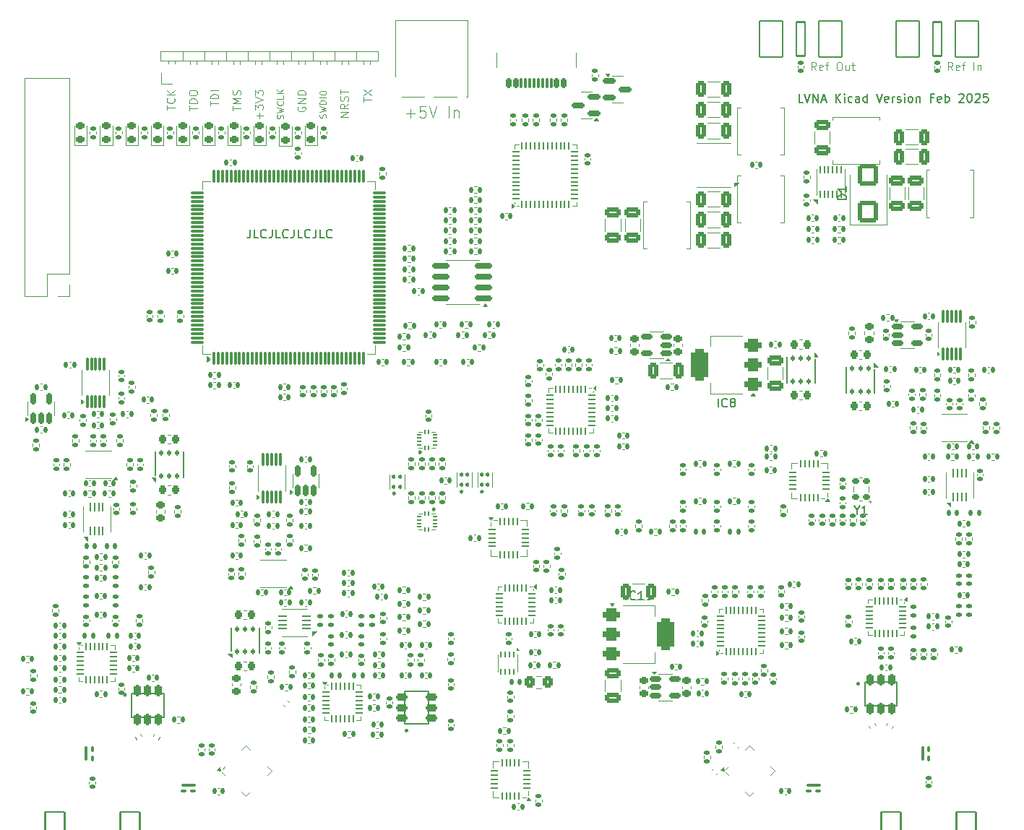
<source format=gbr>
%TF.GenerationSoftware,KiCad,Pcbnew,9.0.0*%
%TF.CreationDate,2025-02-25T23:04:32-05:00*%
%TF.ProjectId,VNA,564e412e-6b69-4636-9164-5f7063625858,rev?*%
%TF.SameCoordinates,PX535a28cPY8422900*%
%TF.FileFunction,Legend,Top*%
%TF.FilePolarity,Positive*%
%FSLAX46Y46*%
G04 Gerber Fmt 4.6, Leading zero omitted, Abs format (unit mm)*
G04 Created by KiCad (PCBNEW 9.0.0) date 2025-02-25 23:04:32*
%MOMM*%
%LPD*%
G01*
G04 APERTURE LIST*
G04 Aperture macros list*
%AMRoundRect*
0 Rectangle with rounded corners*
0 $1 Rounding radius*
0 $2 $3 $4 $5 $6 $7 $8 $9 X,Y pos of 4 corners*
0 Add a 4 corners polygon primitive as box body*
4,1,4,$2,$3,$4,$5,$6,$7,$8,$9,$2,$3,0*
0 Add four circle primitives for the rounded corners*
1,1,$1+$1,$2,$3*
1,1,$1+$1,$4,$5*
1,1,$1+$1,$6,$7*
1,1,$1+$1,$8,$9*
0 Add four rect primitives between the rounded corners*
20,1,$1+$1,$2,$3,$4,$5,0*
20,1,$1+$1,$4,$5,$6,$7,0*
20,1,$1+$1,$6,$7,$8,$9,0*
20,1,$1+$1,$8,$9,$2,$3,0*%
%AMRotRect*
0 Rectangle, with rotation*
0 The origin of the aperture is its center*
0 $1 length*
0 $2 width*
0 $3 Rotation angle, in degrees counterclockwise*
0 Add horizontal line*
21,1,$1,$2,0,0,$3*%
G04 Aperture macros list end*
%ADD10C,0.081280*%
%ADD11C,0.065024*%
%ADD12C,0.150000*%
%ADD13C,0.113792*%
%ADD14C,0.120000*%
%ADD15C,0.127000*%
%ADD16C,0.223606*%
%ADD17C,0.250000*%
%ADD18C,0.100000*%
%ADD19RoundRect,0.140000X-0.140000X-0.170000X0.140000X-0.170000X0.140000X0.170000X-0.140000X0.170000X0*%
%ADD20RoundRect,0.140000X0.170000X-0.140000X0.170000X0.140000X-0.170000X0.140000X-0.170000X-0.140000X0*%
%ADD21RoundRect,0.140000X-0.170000X0.140000X-0.170000X-0.140000X0.170000X-0.140000X0.170000X0.140000X0*%
%ADD22RoundRect,0.112500X-0.112500X0.202500X-0.112500X-0.202500X0.112500X-0.202500X0.112500X0.202500X0*%
%ADD23R,1.050000X0.800000*%
%ADD24RoundRect,0.135000X0.135000X0.185000X-0.135000X0.185000X-0.135000X-0.185000X0.135000X-0.185000X0*%
%ADD25RoundRect,0.135000X-0.135000X-0.185000X0.135000X-0.185000X0.135000X0.185000X-0.135000X0.185000X0*%
%ADD26RoundRect,0.135000X0.185000X-0.135000X0.185000X0.135000X-0.185000X0.135000X-0.185000X-0.135000X0*%
%ADD27RoundRect,0.147500X-0.172500X0.147500X-0.172500X-0.147500X0.172500X-0.147500X0.172500X0.147500X0*%
%ADD28RoundRect,0.140000X0.140000X0.170000X-0.140000X0.170000X-0.140000X-0.170000X0.140000X-0.170000X0*%
%ADD29RoundRect,0.150000X-0.512500X-0.150000X0.512500X-0.150000X0.512500X0.150000X-0.512500X0.150000X0*%
%ADD30RoundRect,0.250000X0.325000X0.650000X-0.325000X0.650000X-0.325000X-0.650000X0.325000X-0.650000X0*%
%ADD31RoundRect,0.135000X-0.185000X0.135000X-0.185000X-0.135000X0.185000X-0.135000X0.185000X0.135000X0*%
%ADD32RoundRect,0.225000X-0.225000X-0.250000X0.225000X-0.250000X0.225000X0.250000X-0.225000X0.250000X0*%
%ADD33R,1.400000X4.200000*%
%ADD34RoundRect,0.062500X0.350000X0.062500X-0.350000X0.062500X-0.350000X-0.062500X0.350000X-0.062500X0*%
%ADD35RoundRect,0.062500X0.062500X0.350000X-0.062500X0.350000X-0.062500X-0.350000X0.062500X-0.350000X0*%
%ADD36R,2.500000X2.500000*%
%ADD37RoundRect,0.225000X0.225000X0.250000X-0.225000X0.250000X-0.225000X-0.250000X0.225000X-0.250000X0*%
%ADD38RoundRect,0.147500X0.172500X-0.147500X0.172500X0.147500X-0.172500X0.147500X-0.172500X-0.147500X0*%
%ADD39R,1.700000X1.700000*%
%ADD40O,1.700000X1.700000*%
%ADD41RoundRect,0.250000X0.325000X0.450000X-0.325000X0.450000X-0.325000X-0.450000X0.325000X-0.450000X0*%
%ADD42RoundRect,0.200000X-0.500000X-0.200000X0.500000X-0.200000X0.500000X0.200000X-0.500000X0.200000X0*%
%ADD43RoundRect,0.105975X0.105975X-0.179475X0.105975X0.179475X-0.105975X0.179475X-0.105975X-0.179475X0*%
%ADD44RoundRect,0.218750X0.256250X-0.218750X0.256250X0.218750X-0.256250X0.218750X-0.256250X-0.218750X0*%
%ADD45C,0.650000*%
%ADD46RoundRect,0.150000X0.150000X0.425000X-0.150000X0.425000X-0.150000X-0.425000X0.150000X-0.425000X0*%
%ADD47RoundRect,0.075000X0.075000X0.500000X-0.075000X0.500000X-0.075000X-0.500000X0.075000X-0.500000X0*%
%ADD48O,1.000000X2.100000*%
%ADD49O,1.000000X1.800000*%
%ADD50RoundRect,0.075000X0.075000X-0.662500X0.075000X0.662500X-0.075000X0.662500X-0.075000X-0.662500X0*%
%ADD51RoundRect,0.075000X0.662500X-0.075000X0.662500X0.075000X-0.662500X0.075000X-0.662500X-0.075000X0*%
%ADD52RoundRect,0.225000X-0.250000X0.225000X-0.250000X-0.225000X0.250000X-0.225000X0.250000X0.225000X0*%
%ADD53RoundRect,0.250000X0.650000X-0.325000X0.650000X0.325000X-0.650000X0.325000X-0.650000X-0.325000X0*%
%ADD54RoundRect,0.062500X0.412500X0.062500X-0.412500X0.062500X-0.412500X-0.062500X0.412500X-0.062500X0*%
%ADD55R,1.450000X2.400000*%
%ADD56R,1.450000X0.450000*%
%ADD57RoundRect,0.147500X0.147500X0.172500X-0.147500X0.172500X-0.147500X-0.172500X0.147500X-0.172500X0*%
%ADD58R,4.200000X1.400000*%
%ADD59RoundRect,0.147500X-0.147500X-0.172500X0.147500X-0.172500X0.147500X0.172500X-0.147500X0.172500X0*%
%ADD60RoundRect,0.140000X0.219203X0.021213X0.021213X0.219203X-0.219203X-0.021213X-0.021213X-0.219203X0*%
%ADD61RoundRect,0.062500X0.062500X-0.375000X0.062500X0.375000X-0.062500X0.375000X-0.062500X-0.375000X0*%
%ADD62RoundRect,0.062500X0.375000X-0.062500X0.375000X0.062500X-0.375000X0.062500X-0.375000X-0.062500X0*%
%ADD63R,3.100000X3.100000*%
%ADD64RoundRect,0.150000X0.587500X0.150000X-0.587500X0.150000X-0.587500X-0.150000X0.587500X-0.150000X0*%
%ADD65RoundRect,0.225000X0.250000X-0.225000X0.250000X0.225000X-0.250000X0.225000X-0.250000X-0.225000X0*%
%ADD66RoundRect,0.062500X-0.062500X0.350000X-0.062500X-0.350000X0.062500X-0.350000X0.062500X0.350000X0*%
%ADD67RoundRect,0.062500X-0.350000X0.062500X-0.350000X-0.062500X0.350000X-0.062500X0.350000X0.062500X0*%
%ADD68R,2.600000X2.600000*%
%ADD69RoundRect,0.062500X0.062500X-0.412500X0.062500X0.412500X-0.062500X0.412500X-0.062500X-0.412500X0*%
%ADD70R,2.400000X1.450000*%
%ADD71RoundRect,0.135000X-0.092715X0.209413X-0.227715X-0.024413X0.092715X-0.209413X0.227715X0.024413X0*%
%ADD72R,5.600000X5.600000*%
%ADD73RoundRect,0.101600X0.300000X-1.050000X0.300000X1.050000X-0.300000X1.050000X-0.300000X-1.050000X0*%
%ADD74RoundRect,0.101600X1.143000X-2.540000X1.143000X2.540000X-1.143000X2.540000X-1.143000X-2.540000X0*%
%ADD75RoundRect,0.062500X-0.062500X0.375000X-0.062500X-0.375000X0.062500X-0.375000X0.062500X0.375000X0*%
%ADD76RoundRect,0.062500X-0.375000X0.062500X-0.375000X-0.062500X0.375000X-0.062500X0.375000X0.062500X0*%
%ADD77RoundRect,0.075000X0.075000X-0.650000X0.075000X0.650000X-0.075000X0.650000X-0.075000X-0.650000X0*%
%ADD78RoundRect,0.140000X-0.021213X0.219203X-0.219203X0.021213X0.021213X-0.219203X0.219203X-0.021213X0*%
%ADD79RoundRect,0.157500X0.255000X0.157500X-0.255000X0.157500X-0.255000X-0.157500X0.255000X-0.157500X0*%
%ADD80RoundRect,0.062500X-0.350000X-0.062500X0.350000X-0.062500X0.350000X0.062500X-0.350000X0.062500X0*%
%ADD81RoundRect,0.062500X-0.062500X-0.350000X0.062500X-0.350000X0.062500X0.350000X-0.062500X0.350000X0*%
%ADD82RoundRect,0.150000X0.150000X-0.512500X0.150000X0.512500X-0.150000X0.512500X-0.150000X-0.512500X0*%
%ADD83C,1.200000*%
%ADD84O,1.308000X2.616000*%
%ADD85RoundRect,0.075000X0.225000X0.075000X-0.225000X0.075000X-0.225000X-0.075000X0.225000X-0.075000X0*%
%ADD86RoundRect,0.087500X0.762500X0.087500X-0.762500X0.087500X-0.762500X-0.087500X0.762500X-0.087500X0*%
%ADD87RoundRect,0.250000X-0.650000X0.325000X-0.650000X-0.325000X0.650000X-0.325000X0.650000X0.325000X0*%
%ADD88RoundRect,0.150000X0.512500X0.150000X-0.512500X0.150000X-0.512500X-0.150000X0.512500X-0.150000X0*%
%ADD89RoundRect,0.112500X0.112500X-0.202500X0.112500X0.202500X-0.112500X0.202500X-0.112500X-0.202500X0*%
%ADD90RoundRect,0.075000X-0.075000X0.225000X-0.075000X-0.225000X0.075000X-0.225000X0.075000X0.225000X0*%
%ADD91RoundRect,0.087500X-0.087500X0.762500X-0.087500X-0.762500X0.087500X-0.762500X0.087500X0.762500X0*%
%ADD92RoundRect,0.135000X-0.227715X0.024413X-0.092715X-0.209413X0.227715X-0.024413X0.092715X0.209413X0*%
%ADD93RoundRect,0.101600X-0.500000X2.000000X-0.500000X-2.000000X0.500000X-2.000000X0.500000X2.000000X0*%
%ADD94RoundRect,0.101600X-1.333500X2.095500X-1.333500X-2.095500X1.333500X-2.095500X1.333500X2.095500X0*%
%ADD95RoundRect,0.250000X0.900000X-1.000000X0.900000X1.000000X-0.900000X1.000000X-0.900000X-1.000000X0*%
%ADD96RoundRect,0.100000X0.000010X-0.244000X0.000010X0.244000X-0.000010X0.244000X-0.000010X-0.244000X0*%
%ADD97RoundRect,0.100000X0.244000X0.000010X-0.244000X0.000010X-0.244000X-0.000010X0.244000X-0.000010X0*%
%ADD98R,0.760000X0.760000*%
%ADD99RoundRect,0.375000X0.625000X0.375000X-0.625000X0.375000X-0.625000X-0.375000X0.625000X-0.375000X0*%
%ADD100RoundRect,0.500000X0.500000X1.400000X-0.500000X1.400000X-0.500000X-1.400000X0.500000X-1.400000X0*%
%ADD101RoundRect,0.150000X0.825000X0.150000X-0.825000X0.150000X-0.825000X-0.150000X0.825000X-0.150000X0*%
%ADD102RoundRect,0.062500X-0.062500X0.300000X-0.062500X-0.300000X0.062500X-0.300000X0.062500X0.300000X0*%
%ADD103R,1.600000X0.900000*%
%ADD104RoundRect,0.100000X-0.000010X0.244000X-0.000010X-0.244000X0.000010X-0.244000X0.000010X0.244000X0*%
%ADD105RoundRect,0.100000X-0.244000X-0.000010X0.244000X-0.000010X0.244000X0.000010X-0.244000X0.000010X0*%
%ADD106RoundRect,0.200000X-0.200000X0.500000X-0.200000X-0.500000X0.200000X-0.500000X0.200000X0.500000X0*%
%ADD107RoundRect,0.150000X-0.587500X-0.150000X0.587500X-0.150000X0.587500X0.150000X-0.587500X0.150000X0*%
%ADD108RoundRect,0.062500X-0.203293X-0.291682X0.291682X0.203293X0.203293X0.291682X-0.291682X-0.203293X0*%
%ADD109RoundRect,0.062500X0.203293X-0.291682X0.291682X-0.203293X-0.203293X0.291682X-0.291682X0.203293X0*%
%ADD110RotRect,2.500000X2.500000X45.000000*%
%ADD111R,0.700000X0.250000*%
%ADD112R,2.440000X4.340000*%
%ADD113RoundRect,0.062500X0.337500X0.062500X-0.337500X0.062500X-0.337500X-0.062500X0.337500X-0.062500X0*%
%ADD114RoundRect,0.062500X0.062500X0.337500X-0.062500X0.337500X-0.062500X-0.337500X0.062500X-0.337500X0*%
%ADD115R,2.700000X2.700000*%
%ADD116RoundRect,0.140000X0.021213X-0.219203X0.219203X-0.021213X-0.021213X0.219203X-0.219203X0.021213X0*%
%ADD117RoundRect,0.375000X-0.625000X-0.375000X0.625000X-0.375000X0.625000X0.375000X-0.625000X0.375000X0*%
%ADD118RoundRect,0.500000X-0.500000X-1.400000X0.500000X-1.400000X0.500000X1.400000X-0.500000X1.400000X0*%
%ADD119RoundRect,0.062500X0.062500X-0.362500X0.062500X0.362500X-0.062500X0.362500X-0.062500X-0.362500X0*%
%ADD120R,2.500000X1.600000*%
G04 APERTURE END LIST*
D10*
X23340283Y85409430D02*
X23340283Y85943556D01*
X24275003Y85676493D02*
X23340283Y85676493D01*
X24275003Y86255130D02*
X23340283Y86255130D01*
X23340283Y86255130D02*
X23340283Y86477682D01*
X23340283Y86477682D02*
X23384793Y86611214D01*
X23384793Y86611214D02*
X23473814Y86700235D01*
X23473814Y86700235D02*
X23562835Y86744745D01*
X23562835Y86744745D02*
X23740877Y86789256D01*
X23740877Y86789256D02*
X23874409Y86789256D01*
X23874409Y86789256D02*
X24052451Y86744745D01*
X24052451Y86744745D02*
X24141472Y86700235D01*
X24141472Y86700235D02*
X24230493Y86611214D01*
X24230493Y86611214D02*
X24275003Y86477682D01*
X24275003Y86477682D02*
X24275003Y86255130D01*
X23340283Y87367892D02*
X23340283Y87545934D01*
X23340283Y87545934D02*
X23384793Y87634955D01*
X23384793Y87634955D02*
X23473814Y87723976D01*
X23473814Y87723976D02*
X23651856Y87768486D01*
X23651856Y87768486D02*
X23963430Y87768486D01*
X23963430Y87768486D02*
X24141472Y87723976D01*
X24141472Y87723976D02*
X24230493Y87634955D01*
X24230493Y87634955D02*
X24275003Y87545934D01*
X24275003Y87545934D02*
X24275003Y87367892D01*
X24275003Y87367892D02*
X24230493Y87278871D01*
X24230493Y87278871D02*
X24141472Y87189850D01*
X24141472Y87189850D02*
X23963430Y87145339D01*
X23963430Y87145339D02*
X23651856Y87145339D01*
X23651856Y87145339D02*
X23473814Y87189850D01*
X23473814Y87189850D02*
X23384793Y87278871D01*
X23384793Y87278871D02*
X23340283Y87367892D01*
X20740283Y85453940D02*
X20740283Y85988066D01*
X21675003Y85721003D02*
X20740283Y85721003D01*
X21585982Y86833766D02*
X21630493Y86789255D01*
X21630493Y86789255D02*
X21675003Y86655724D01*
X21675003Y86655724D02*
X21675003Y86566703D01*
X21675003Y86566703D02*
X21630493Y86433171D01*
X21630493Y86433171D02*
X21541472Y86344150D01*
X21541472Y86344150D02*
X21452451Y86299640D01*
X21452451Y86299640D02*
X21274409Y86255129D01*
X21274409Y86255129D02*
X21140877Y86255129D01*
X21140877Y86255129D02*
X20962835Y86299640D01*
X20962835Y86299640D02*
X20873814Y86344150D01*
X20873814Y86344150D02*
X20784793Y86433171D01*
X20784793Y86433171D02*
X20740283Y86566703D01*
X20740283Y86566703D02*
X20740283Y86655724D01*
X20740283Y86655724D02*
X20784793Y86789255D01*
X20784793Y86789255D02*
X20829304Y86833766D01*
X21675003Y87234360D02*
X20740283Y87234360D01*
X21675003Y87768486D02*
X21140877Y87367891D01*
X20740283Y87768486D02*
X21274409Y87234360D01*
X96810151Y90118619D02*
X96498577Y90563724D01*
X96276025Y90118619D02*
X96276025Y91053339D01*
X96276025Y91053339D02*
X96632109Y91053339D01*
X96632109Y91053339D02*
X96721130Y91008829D01*
X96721130Y91008829D02*
X96765640Y90964318D01*
X96765640Y90964318D02*
X96810151Y90875297D01*
X96810151Y90875297D02*
X96810151Y90741766D01*
X96810151Y90741766D02*
X96765640Y90652745D01*
X96765640Y90652745D02*
X96721130Y90608234D01*
X96721130Y90608234D02*
X96632109Y90563724D01*
X96632109Y90563724D02*
X96276025Y90563724D01*
X97566829Y90163129D02*
X97477808Y90118619D01*
X97477808Y90118619D02*
X97299766Y90118619D01*
X97299766Y90118619D02*
X97210745Y90163129D01*
X97210745Y90163129D02*
X97166234Y90252150D01*
X97166234Y90252150D02*
X97166234Y90608234D01*
X97166234Y90608234D02*
X97210745Y90697255D01*
X97210745Y90697255D02*
X97299766Y90741766D01*
X97299766Y90741766D02*
X97477808Y90741766D01*
X97477808Y90741766D02*
X97566829Y90697255D01*
X97566829Y90697255D02*
X97611339Y90608234D01*
X97611339Y90608234D02*
X97611339Y90519213D01*
X97611339Y90519213D02*
X97166234Y90430192D01*
X97878402Y90741766D02*
X98234486Y90741766D01*
X98011934Y90118619D02*
X98011934Y90919808D01*
X98011934Y90919808D02*
X98056444Y91008829D01*
X98056444Y91008829D02*
X98145465Y91053339D01*
X98145465Y91053339D02*
X98234486Y91053339D01*
X99436270Y91053339D02*
X99614312Y91053339D01*
X99614312Y91053339D02*
X99703333Y91008829D01*
X99703333Y91008829D02*
X99792354Y90919808D01*
X99792354Y90919808D02*
X99836864Y90741766D01*
X99836864Y90741766D02*
X99836864Y90430192D01*
X99836864Y90430192D02*
X99792354Y90252150D01*
X99792354Y90252150D02*
X99703333Y90163129D01*
X99703333Y90163129D02*
X99614312Y90118619D01*
X99614312Y90118619D02*
X99436270Y90118619D01*
X99436270Y90118619D02*
X99347249Y90163129D01*
X99347249Y90163129D02*
X99258228Y90252150D01*
X99258228Y90252150D02*
X99213717Y90430192D01*
X99213717Y90430192D02*
X99213717Y90741766D01*
X99213717Y90741766D02*
X99258228Y90919808D01*
X99258228Y90919808D02*
X99347249Y91008829D01*
X99347249Y91008829D02*
X99436270Y91053339D01*
X100638052Y90741766D02*
X100638052Y90118619D01*
X100237458Y90741766D02*
X100237458Y90252150D01*
X100237458Y90252150D02*
X100281968Y90163129D01*
X100281968Y90163129D02*
X100370989Y90118619D01*
X100370989Y90118619D02*
X100504521Y90118619D01*
X100504521Y90118619D02*
X100593542Y90163129D01*
X100593542Y90163129D02*
X100638052Y90207640D01*
X100949625Y90741766D02*
X101305709Y90741766D01*
X101083157Y91053339D02*
X101083157Y90252150D01*
X101083157Y90252150D02*
X101127667Y90163129D01*
X101127667Y90163129D02*
X101216688Y90118619D01*
X101216688Y90118619D02*
X101305709Y90118619D01*
X43740283Y86433170D02*
X43740283Y86967296D01*
X44675003Y86700233D02*
X43740283Y86700233D01*
X43740283Y87189849D02*
X44675003Y87812996D01*
X43740283Y87812996D02*
X44675003Y87189849D01*
D11*
X34344394Y84431993D02*
X34380002Y84538818D01*
X34380002Y84538818D02*
X34380002Y84716860D01*
X34380002Y84716860D02*
X34344394Y84788077D01*
X34344394Y84788077D02*
X34308785Y84823685D01*
X34308785Y84823685D02*
X34237568Y84859294D01*
X34237568Y84859294D02*
X34166352Y84859294D01*
X34166352Y84859294D02*
X34095135Y84823685D01*
X34095135Y84823685D02*
X34059526Y84788077D01*
X34059526Y84788077D02*
X34023918Y84716860D01*
X34023918Y84716860D02*
X33988310Y84574427D01*
X33988310Y84574427D02*
X33952701Y84503210D01*
X33952701Y84503210D02*
X33917093Y84467601D01*
X33917093Y84467601D02*
X33845876Y84431993D01*
X33845876Y84431993D02*
X33774659Y84431993D01*
X33774659Y84431993D02*
X33703443Y84467601D01*
X33703443Y84467601D02*
X33667834Y84503210D01*
X33667834Y84503210D02*
X33632226Y84574427D01*
X33632226Y84574427D02*
X33632226Y84752468D01*
X33632226Y84752468D02*
X33667834Y84859294D01*
X33632226Y85108553D02*
X34380002Y85286595D01*
X34380002Y85286595D02*
X33845876Y85429028D01*
X33845876Y85429028D02*
X34380002Y85571462D01*
X34380002Y85571462D02*
X33632226Y85749503D01*
X34308785Y86461671D02*
X34344394Y86426063D01*
X34344394Y86426063D02*
X34380002Y86319237D01*
X34380002Y86319237D02*
X34380002Y86248021D01*
X34380002Y86248021D02*
X34344394Y86141196D01*
X34344394Y86141196D02*
X34273177Y86069979D01*
X34273177Y86069979D02*
X34201960Y86034370D01*
X34201960Y86034370D02*
X34059526Y85998762D01*
X34059526Y85998762D02*
X33952701Y85998762D01*
X33952701Y85998762D02*
X33810268Y86034370D01*
X33810268Y86034370D02*
X33739051Y86069979D01*
X33739051Y86069979D02*
X33667834Y86141196D01*
X33667834Y86141196D02*
X33632226Y86248021D01*
X33632226Y86248021D02*
X33632226Y86319237D01*
X33632226Y86319237D02*
X33667834Y86426063D01*
X33667834Y86426063D02*
X33703443Y86461671D01*
X34380002Y87138230D02*
X34380002Y86782146D01*
X34380002Y86782146D02*
X33632226Y86782146D01*
X34380002Y87387488D02*
X33632226Y87387488D01*
X34380002Y87814789D02*
X33952701Y87494314D01*
X33632226Y87814789D02*
X34059526Y87387488D01*
D12*
X95262969Y86355181D02*
X94786779Y86355181D01*
X94786779Y86355181D02*
X94786779Y87355181D01*
X95453446Y87355181D02*
X95786779Y86355181D01*
X95786779Y86355181D02*
X96120112Y87355181D01*
X96453446Y86355181D02*
X96453446Y87355181D01*
X96453446Y87355181D02*
X97024874Y86355181D01*
X97024874Y86355181D02*
X97024874Y87355181D01*
X97453446Y86640896D02*
X97929636Y86640896D01*
X97358208Y86355181D02*
X97691541Y87355181D01*
X97691541Y87355181D02*
X98024874Y86355181D01*
X99120113Y86355181D02*
X99120113Y87355181D01*
X99691541Y86355181D02*
X99262970Y86926610D01*
X99691541Y87355181D02*
X99120113Y86783753D01*
X100120113Y86355181D02*
X100120113Y87021848D01*
X100120113Y87355181D02*
X100072494Y87307562D01*
X100072494Y87307562D02*
X100120113Y87259943D01*
X100120113Y87259943D02*
X100167732Y87307562D01*
X100167732Y87307562D02*
X100120113Y87355181D01*
X100120113Y87355181D02*
X100120113Y87259943D01*
X101024874Y86402800D02*
X100929636Y86355181D01*
X100929636Y86355181D02*
X100739160Y86355181D01*
X100739160Y86355181D02*
X100643922Y86402800D01*
X100643922Y86402800D02*
X100596303Y86450420D01*
X100596303Y86450420D02*
X100548684Y86545658D01*
X100548684Y86545658D02*
X100548684Y86831372D01*
X100548684Y86831372D02*
X100596303Y86926610D01*
X100596303Y86926610D02*
X100643922Y86974229D01*
X100643922Y86974229D02*
X100739160Y87021848D01*
X100739160Y87021848D02*
X100929636Y87021848D01*
X100929636Y87021848D02*
X101024874Y86974229D01*
X101882017Y86355181D02*
X101882017Y86878991D01*
X101882017Y86878991D02*
X101834398Y86974229D01*
X101834398Y86974229D02*
X101739160Y87021848D01*
X101739160Y87021848D02*
X101548684Y87021848D01*
X101548684Y87021848D02*
X101453446Y86974229D01*
X101882017Y86402800D02*
X101786779Y86355181D01*
X101786779Y86355181D02*
X101548684Y86355181D01*
X101548684Y86355181D02*
X101453446Y86402800D01*
X101453446Y86402800D02*
X101405827Y86498039D01*
X101405827Y86498039D02*
X101405827Y86593277D01*
X101405827Y86593277D02*
X101453446Y86688515D01*
X101453446Y86688515D02*
X101548684Y86736134D01*
X101548684Y86736134D02*
X101786779Y86736134D01*
X101786779Y86736134D02*
X101882017Y86783753D01*
X102786779Y86355181D02*
X102786779Y87355181D01*
X102786779Y86402800D02*
X102691541Y86355181D01*
X102691541Y86355181D02*
X102501065Y86355181D01*
X102501065Y86355181D02*
X102405827Y86402800D01*
X102405827Y86402800D02*
X102358208Y86450420D01*
X102358208Y86450420D02*
X102310589Y86545658D01*
X102310589Y86545658D02*
X102310589Y86831372D01*
X102310589Y86831372D02*
X102358208Y86926610D01*
X102358208Y86926610D02*
X102405827Y86974229D01*
X102405827Y86974229D02*
X102501065Y87021848D01*
X102501065Y87021848D02*
X102691541Y87021848D01*
X102691541Y87021848D02*
X102786779Y86974229D01*
X103882018Y87355181D02*
X104215351Y86355181D01*
X104215351Y86355181D02*
X104548684Y87355181D01*
X105262970Y86402800D02*
X105167732Y86355181D01*
X105167732Y86355181D02*
X104977256Y86355181D01*
X104977256Y86355181D02*
X104882018Y86402800D01*
X104882018Y86402800D02*
X104834399Y86498039D01*
X104834399Y86498039D02*
X104834399Y86878991D01*
X104834399Y86878991D02*
X104882018Y86974229D01*
X104882018Y86974229D02*
X104977256Y87021848D01*
X104977256Y87021848D02*
X105167732Y87021848D01*
X105167732Y87021848D02*
X105262970Y86974229D01*
X105262970Y86974229D02*
X105310589Y86878991D01*
X105310589Y86878991D02*
X105310589Y86783753D01*
X105310589Y86783753D02*
X104834399Y86688515D01*
X105739161Y86355181D02*
X105739161Y87021848D01*
X105739161Y86831372D02*
X105786780Y86926610D01*
X105786780Y86926610D02*
X105834399Y86974229D01*
X105834399Y86974229D02*
X105929637Y87021848D01*
X105929637Y87021848D02*
X106024875Y87021848D01*
X106310590Y86402800D02*
X106405828Y86355181D01*
X106405828Y86355181D02*
X106596304Y86355181D01*
X106596304Y86355181D02*
X106691542Y86402800D01*
X106691542Y86402800D02*
X106739161Y86498039D01*
X106739161Y86498039D02*
X106739161Y86545658D01*
X106739161Y86545658D02*
X106691542Y86640896D01*
X106691542Y86640896D02*
X106596304Y86688515D01*
X106596304Y86688515D02*
X106453447Y86688515D01*
X106453447Y86688515D02*
X106358209Y86736134D01*
X106358209Y86736134D02*
X106310590Y86831372D01*
X106310590Y86831372D02*
X106310590Y86878991D01*
X106310590Y86878991D02*
X106358209Y86974229D01*
X106358209Y86974229D02*
X106453447Y87021848D01*
X106453447Y87021848D02*
X106596304Y87021848D01*
X106596304Y87021848D02*
X106691542Y86974229D01*
X107167733Y86355181D02*
X107167733Y87021848D01*
X107167733Y87355181D02*
X107120114Y87307562D01*
X107120114Y87307562D02*
X107167733Y87259943D01*
X107167733Y87259943D02*
X107215352Y87307562D01*
X107215352Y87307562D02*
X107167733Y87355181D01*
X107167733Y87355181D02*
X107167733Y87259943D01*
X107786780Y86355181D02*
X107691542Y86402800D01*
X107691542Y86402800D02*
X107643923Y86450420D01*
X107643923Y86450420D02*
X107596304Y86545658D01*
X107596304Y86545658D02*
X107596304Y86831372D01*
X107596304Y86831372D02*
X107643923Y86926610D01*
X107643923Y86926610D02*
X107691542Y86974229D01*
X107691542Y86974229D02*
X107786780Y87021848D01*
X107786780Y87021848D02*
X107929637Y87021848D01*
X107929637Y87021848D02*
X108024875Y86974229D01*
X108024875Y86974229D02*
X108072494Y86926610D01*
X108072494Y86926610D02*
X108120113Y86831372D01*
X108120113Y86831372D02*
X108120113Y86545658D01*
X108120113Y86545658D02*
X108072494Y86450420D01*
X108072494Y86450420D02*
X108024875Y86402800D01*
X108024875Y86402800D02*
X107929637Y86355181D01*
X107929637Y86355181D02*
X107786780Y86355181D01*
X108548685Y87021848D02*
X108548685Y86355181D01*
X108548685Y86926610D02*
X108596304Y86974229D01*
X108596304Y86974229D02*
X108691542Y87021848D01*
X108691542Y87021848D02*
X108834399Y87021848D01*
X108834399Y87021848D02*
X108929637Y86974229D01*
X108929637Y86974229D02*
X108977256Y86878991D01*
X108977256Y86878991D02*
X108977256Y86355181D01*
X110548685Y86878991D02*
X110215352Y86878991D01*
X110215352Y86355181D02*
X110215352Y87355181D01*
X110215352Y87355181D02*
X110691542Y87355181D01*
X111453447Y86402800D02*
X111358209Y86355181D01*
X111358209Y86355181D02*
X111167733Y86355181D01*
X111167733Y86355181D02*
X111072495Y86402800D01*
X111072495Y86402800D02*
X111024876Y86498039D01*
X111024876Y86498039D02*
X111024876Y86878991D01*
X111024876Y86878991D02*
X111072495Y86974229D01*
X111072495Y86974229D02*
X111167733Y87021848D01*
X111167733Y87021848D02*
X111358209Y87021848D01*
X111358209Y87021848D02*
X111453447Y86974229D01*
X111453447Y86974229D02*
X111501066Y86878991D01*
X111501066Y86878991D02*
X111501066Y86783753D01*
X111501066Y86783753D02*
X111024876Y86688515D01*
X111929638Y86355181D02*
X111929638Y87355181D01*
X111929638Y86974229D02*
X112024876Y87021848D01*
X112024876Y87021848D02*
X112215352Y87021848D01*
X112215352Y87021848D02*
X112310590Y86974229D01*
X112310590Y86974229D02*
X112358209Y86926610D01*
X112358209Y86926610D02*
X112405828Y86831372D01*
X112405828Y86831372D02*
X112405828Y86545658D01*
X112405828Y86545658D02*
X112358209Y86450420D01*
X112358209Y86450420D02*
X112310590Y86402800D01*
X112310590Y86402800D02*
X112215352Y86355181D01*
X112215352Y86355181D02*
X112024876Y86355181D01*
X112024876Y86355181D02*
X111929638Y86402800D01*
X113548686Y87259943D02*
X113596305Y87307562D01*
X113596305Y87307562D02*
X113691543Y87355181D01*
X113691543Y87355181D02*
X113929638Y87355181D01*
X113929638Y87355181D02*
X114024876Y87307562D01*
X114024876Y87307562D02*
X114072495Y87259943D01*
X114072495Y87259943D02*
X114120114Y87164705D01*
X114120114Y87164705D02*
X114120114Y87069467D01*
X114120114Y87069467D02*
X114072495Y86926610D01*
X114072495Y86926610D02*
X113501067Y86355181D01*
X113501067Y86355181D02*
X114120114Y86355181D01*
X114739162Y87355181D02*
X114834400Y87355181D01*
X114834400Y87355181D02*
X114929638Y87307562D01*
X114929638Y87307562D02*
X114977257Y87259943D01*
X114977257Y87259943D02*
X115024876Y87164705D01*
X115024876Y87164705D02*
X115072495Y86974229D01*
X115072495Y86974229D02*
X115072495Y86736134D01*
X115072495Y86736134D02*
X115024876Y86545658D01*
X115024876Y86545658D02*
X114977257Y86450420D01*
X114977257Y86450420D02*
X114929638Y86402800D01*
X114929638Y86402800D02*
X114834400Y86355181D01*
X114834400Y86355181D02*
X114739162Y86355181D01*
X114739162Y86355181D02*
X114643924Y86402800D01*
X114643924Y86402800D02*
X114596305Y86450420D01*
X114596305Y86450420D02*
X114548686Y86545658D01*
X114548686Y86545658D02*
X114501067Y86736134D01*
X114501067Y86736134D02*
X114501067Y86974229D01*
X114501067Y86974229D02*
X114548686Y87164705D01*
X114548686Y87164705D02*
X114596305Y87259943D01*
X114596305Y87259943D02*
X114643924Y87307562D01*
X114643924Y87307562D02*
X114739162Y87355181D01*
X115453448Y87259943D02*
X115501067Y87307562D01*
X115501067Y87307562D02*
X115596305Y87355181D01*
X115596305Y87355181D02*
X115834400Y87355181D01*
X115834400Y87355181D02*
X115929638Y87307562D01*
X115929638Y87307562D02*
X115977257Y87259943D01*
X115977257Y87259943D02*
X116024876Y87164705D01*
X116024876Y87164705D02*
X116024876Y87069467D01*
X116024876Y87069467D02*
X115977257Y86926610D01*
X115977257Y86926610D02*
X115405829Y86355181D01*
X115405829Y86355181D02*
X116024876Y86355181D01*
X116929638Y87355181D02*
X116453448Y87355181D01*
X116453448Y87355181D02*
X116405829Y86878991D01*
X116405829Y86878991D02*
X116453448Y86926610D01*
X116453448Y86926610D02*
X116548686Y86974229D01*
X116548686Y86974229D02*
X116786781Y86974229D01*
X116786781Y86974229D02*
X116882019Y86926610D01*
X116882019Y86926610D02*
X116929638Y86878991D01*
X116929638Y86878991D02*
X116977257Y86783753D01*
X116977257Y86783753D02*
X116977257Y86545658D01*
X116977257Y86545658D02*
X116929638Y86450420D01*
X116929638Y86450420D02*
X116882019Y86402800D01*
X116882019Y86402800D02*
X116786781Y86355181D01*
X116786781Y86355181D02*
X116548686Y86355181D01*
X116548686Y86355181D02*
X116453448Y86402800D01*
X116453448Y86402800D02*
X116405829Y86450420D01*
X30497493Y71455181D02*
X30497493Y70740896D01*
X30497493Y70740896D02*
X30449874Y70598039D01*
X30449874Y70598039D02*
X30354636Y70502800D01*
X30354636Y70502800D02*
X30211779Y70455181D01*
X30211779Y70455181D02*
X30116541Y70455181D01*
X31449874Y70455181D02*
X30973684Y70455181D01*
X30973684Y70455181D02*
X30973684Y71455181D01*
X32354636Y70550420D02*
X32307017Y70502800D01*
X32307017Y70502800D02*
X32164160Y70455181D01*
X32164160Y70455181D02*
X32068922Y70455181D01*
X32068922Y70455181D02*
X31926065Y70502800D01*
X31926065Y70502800D02*
X31830827Y70598039D01*
X31830827Y70598039D02*
X31783208Y70693277D01*
X31783208Y70693277D02*
X31735589Y70883753D01*
X31735589Y70883753D02*
X31735589Y71026610D01*
X31735589Y71026610D02*
X31783208Y71217086D01*
X31783208Y71217086D02*
X31830827Y71312324D01*
X31830827Y71312324D02*
X31926065Y71407562D01*
X31926065Y71407562D02*
X32068922Y71455181D01*
X32068922Y71455181D02*
X32164160Y71455181D01*
X32164160Y71455181D02*
X32307017Y71407562D01*
X32307017Y71407562D02*
X32354636Y71359943D01*
X33068922Y71455181D02*
X33068922Y70740896D01*
X33068922Y70740896D02*
X33021303Y70598039D01*
X33021303Y70598039D02*
X32926065Y70502800D01*
X32926065Y70502800D02*
X32783208Y70455181D01*
X32783208Y70455181D02*
X32687970Y70455181D01*
X34021303Y70455181D02*
X33545113Y70455181D01*
X33545113Y70455181D02*
X33545113Y71455181D01*
X34926065Y70550420D02*
X34878446Y70502800D01*
X34878446Y70502800D02*
X34735589Y70455181D01*
X34735589Y70455181D02*
X34640351Y70455181D01*
X34640351Y70455181D02*
X34497494Y70502800D01*
X34497494Y70502800D02*
X34402256Y70598039D01*
X34402256Y70598039D02*
X34354637Y70693277D01*
X34354637Y70693277D02*
X34307018Y70883753D01*
X34307018Y70883753D02*
X34307018Y71026610D01*
X34307018Y71026610D02*
X34354637Y71217086D01*
X34354637Y71217086D02*
X34402256Y71312324D01*
X34402256Y71312324D02*
X34497494Y71407562D01*
X34497494Y71407562D02*
X34640351Y71455181D01*
X34640351Y71455181D02*
X34735589Y71455181D01*
X34735589Y71455181D02*
X34878446Y71407562D01*
X34878446Y71407562D02*
X34926065Y71359943D01*
X35640351Y71455181D02*
X35640351Y70740896D01*
X35640351Y70740896D02*
X35592732Y70598039D01*
X35592732Y70598039D02*
X35497494Y70502800D01*
X35497494Y70502800D02*
X35354637Y70455181D01*
X35354637Y70455181D02*
X35259399Y70455181D01*
X36592732Y70455181D02*
X36116542Y70455181D01*
X36116542Y70455181D02*
X36116542Y71455181D01*
X37497494Y70550420D02*
X37449875Y70502800D01*
X37449875Y70502800D02*
X37307018Y70455181D01*
X37307018Y70455181D02*
X37211780Y70455181D01*
X37211780Y70455181D02*
X37068923Y70502800D01*
X37068923Y70502800D02*
X36973685Y70598039D01*
X36973685Y70598039D02*
X36926066Y70693277D01*
X36926066Y70693277D02*
X36878447Y70883753D01*
X36878447Y70883753D02*
X36878447Y71026610D01*
X36878447Y71026610D02*
X36926066Y71217086D01*
X36926066Y71217086D02*
X36973685Y71312324D01*
X36973685Y71312324D02*
X37068923Y71407562D01*
X37068923Y71407562D02*
X37211780Y71455181D01*
X37211780Y71455181D02*
X37307018Y71455181D01*
X37307018Y71455181D02*
X37449875Y71407562D01*
X37449875Y71407562D02*
X37497494Y71359943D01*
X38211780Y71455181D02*
X38211780Y70740896D01*
X38211780Y70740896D02*
X38164161Y70598039D01*
X38164161Y70598039D02*
X38068923Y70502800D01*
X38068923Y70502800D02*
X37926066Y70455181D01*
X37926066Y70455181D02*
X37830828Y70455181D01*
X39164161Y70455181D02*
X38687971Y70455181D01*
X38687971Y70455181D02*
X38687971Y71455181D01*
X40068923Y70550420D02*
X40021304Y70502800D01*
X40021304Y70502800D02*
X39878447Y70455181D01*
X39878447Y70455181D02*
X39783209Y70455181D01*
X39783209Y70455181D02*
X39640352Y70502800D01*
X39640352Y70502800D02*
X39545114Y70598039D01*
X39545114Y70598039D02*
X39497495Y70693277D01*
X39497495Y70693277D02*
X39449876Y70883753D01*
X39449876Y70883753D02*
X39449876Y71026610D01*
X39449876Y71026610D02*
X39497495Y71217086D01*
X39497495Y71217086D02*
X39545114Y71312324D01*
X39545114Y71312324D02*
X39640352Y71407562D01*
X39640352Y71407562D02*
X39783209Y71455181D01*
X39783209Y71455181D02*
X39878447Y71455181D01*
X39878447Y71455181D02*
X40021304Y71407562D01*
X40021304Y71407562D02*
X40068923Y71359943D01*
D10*
X31618919Y84430199D02*
X31618919Y85142366D01*
X31975003Y84786283D02*
X31262835Y84786283D01*
X31040283Y85498450D02*
X31040283Y86077086D01*
X31040283Y86077086D02*
X31396367Y85765513D01*
X31396367Y85765513D02*
X31396367Y85899044D01*
X31396367Y85899044D02*
X31440877Y85988065D01*
X31440877Y85988065D02*
X31485388Y86032576D01*
X31485388Y86032576D02*
X31574409Y86077086D01*
X31574409Y86077086D02*
X31796961Y86077086D01*
X31796961Y86077086D02*
X31885982Y86032576D01*
X31885982Y86032576D02*
X31930493Y85988065D01*
X31930493Y85988065D02*
X31975003Y85899044D01*
X31975003Y85899044D02*
X31975003Y85631981D01*
X31975003Y85631981D02*
X31930493Y85542960D01*
X31930493Y85542960D02*
X31885982Y85498450D01*
X31040283Y86344149D02*
X31975003Y86655723D01*
X31975003Y86655723D02*
X31040283Y86967296D01*
X31040283Y87189849D02*
X31040283Y87768485D01*
X31040283Y87768485D02*
X31396367Y87456912D01*
X31396367Y87456912D02*
X31396367Y87590443D01*
X31396367Y87590443D02*
X31440877Y87679464D01*
X31440877Y87679464D02*
X31485388Y87723975D01*
X31485388Y87723975D02*
X31574409Y87768485D01*
X31574409Y87768485D02*
X31796961Y87768485D01*
X31796961Y87768485D02*
X31885982Y87723975D01*
X31885982Y87723975D02*
X31930493Y87679464D01*
X31930493Y87679464D02*
X31975003Y87590443D01*
X31975003Y87590443D02*
X31975003Y87323380D01*
X31975003Y87323380D02*
X31930493Y87234359D01*
X31930493Y87234359D02*
X31885982Y87189849D01*
X36084793Y85810025D02*
X36040283Y85721004D01*
X36040283Y85721004D02*
X36040283Y85587473D01*
X36040283Y85587473D02*
X36084793Y85453941D01*
X36084793Y85453941D02*
X36173814Y85364920D01*
X36173814Y85364920D02*
X36262835Y85320410D01*
X36262835Y85320410D02*
X36440877Y85275899D01*
X36440877Y85275899D02*
X36574409Y85275899D01*
X36574409Y85275899D02*
X36752451Y85320410D01*
X36752451Y85320410D02*
X36841472Y85364920D01*
X36841472Y85364920D02*
X36930493Y85453941D01*
X36930493Y85453941D02*
X36975003Y85587473D01*
X36975003Y85587473D02*
X36975003Y85676494D01*
X36975003Y85676494D02*
X36930493Y85810025D01*
X36930493Y85810025D02*
X36885982Y85854536D01*
X36885982Y85854536D02*
X36574409Y85854536D01*
X36574409Y85854536D02*
X36574409Y85676494D01*
X36975003Y86255130D02*
X36040283Y86255130D01*
X36040283Y86255130D02*
X36975003Y86789256D01*
X36975003Y86789256D02*
X36040283Y86789256D01*
X36975003Y87234360D02*
X36040283Y87234360D01*
X36040283Y87234360D02*
X36040283Y87456912D01*
X36040283Y87456912D02*
X36084793Y87590444D01*
X36084793Y87590444D02*
X36173814Y87679465D01*
X36173814Y87679465D02*
X36262835Y87723975D01*
X36262835Y87723975D02*
X36440877Y87768486D01*
X36440877Y87768486D02*
X36574409Y87768486D01*
X36574409Y87768486D02*
X36752451Y87723975D01*
X36752451Y87723975D02*
X36841472Y87679465D01*
X36841472Y87679465D02*
X36930493Y87590444D01*
X36930493Y87590444D02*
X36975003Y87456912D01*
X36975003Y87456912D02*
X36975003Y87234360D01*
X25840283Y85943555D02*
X25840283Y86477681D01*
X26775003Y86210618D02*
X25840283Y86210618D01*
X26775003Y86789255D02*
X25840283Y86789255D01*
X25840283Y86789255D02*
X25840283Y87011807D01*
X25840283Y87011807D02*
X25884793Y87145339D01*
X25884793Y87145339D02*
X25973814Y87234360D01*
X25973814Y87234360D02*
X26062835Y87278870D01*
X26062835Y87278870D02*
X26240877Y87323381D01*
X26240877Y87323381D02*
X26374409Y87323381D01*
X26374409Y87323381D02*
X26552451Y87278870D01*
X26552451Y87278870D02*
X26641472Y87234360D01*
X26641472Y87234360D02*
X26730493Y87145339D01*
X26730493Y87145339D02*
X26775003Y87011807D01*
X26775003Y87011807D02*
X26775003Y86789255D01*
X26775003Y87723975D02*
X25840283Y87723975D01*
X112810151Y90118619D02*
X112498577Y90563724D01*
X112276025Y90118619D02*
X112276025Y91053339D01*
X112276025Y91053339D02*
X112632109Y91053339D01*
X112632109Y91053339D02*
X112721130Y91008829D01*
X112721130Y91008829D02*
X112765640Y90964318D01*
X112765640Y90964318D02*
X112810151Y90875297D01*
X112810151Y90875297D02*
X112810151Y90741766D01*
X112810151Y90741766D02*
X112765640Y90652745D01*
X112765640Y90652745D02*
X112721130Y90608234D01*
X112721130Y90608234D02*
X112632109Y90563724D01*
X112632109Y90563724D02*
X112276025Y90563724D01*
X113566829Y90163129D02*
X113477808Y90118619D01*
X113477808Y90118619D02*
X113299766Y90118619D01*
X113299766Y90118619D02*
X113210745Y90163129D01*
X113210745Y90163129D02*
X113166234Y90252150D01*
X113166234Y90252150D02*
X113166234Y90608234D01*
X113166234Y90608234D02*
X113210745Y90697255D01*
X113210745Y90697255D02*
X113299766Y90741766D01*
X113299766Y90741766D02*
X113477808Y90741766D01*
X113477808Y90741766D02*
X113566829Y90697255D01*
X113566829Y90697255D02*
X113611339Y90608234D01*
X113611339Y90608234D02*
X113611339Y90519213D01*
X113611339Y90519213D02*
X113166234Y90430192D01*
X113878402Y90741766D02*
X114234486Y90741766D01*
X114011934Y90118619D02*
X114011934Y90919808D01*
X114011934Y90919808D02*
X114056444Y91008829D01*
X114056444Y91008829D02*
X114145465Y91053339D01*
X114145465Y91053339D02*
X114234486Y91053339D01*
X115258228Y90118619D02*
X115258228Y91053339D01*
X115703333Y90741766D02*
X115703333Y90118619D01*
X115703333Y90652745D02*
X115747843Y90697255D01*
X115747843Y90697255D02*
X115836864Y90741766D01*
X115836864Y90741766D02*
X115970396Y90741766D01*
X115970396Y90741766D02*
X116059417Y90697255D01*
X116059417Y90697255D02*
X116103927Y90608234D01*
X116103927Y90608234D02*
X116103927Y90118619D01*
D13*
X48786436Y85064584D02*
X49783471Y85064584D01*
X49284953Y84566067D02*
X49284953Y85563101D01*
X51029764Y85874675D02*
X50406617Y85874675D01*
X50406617Y85874675D02*
X50344302Y85251528D01*
X50344302Y85251528D02*
X50406617Y85313843D01*
X50406617Y85313843D02*
X50531246Y85376157D01*
X50531246Y85376157D02*
X50842820Y85376157D01*
X50842820Y85376157D02*
X50967449Y85313843D01*
X50967449Y85313843D02*
X51029764Y85251528D01*
X51029764Y85251528D02*
X51092078Y85126899D01*
X51092078Y85126899D02*
X51092078Y84815325D01*
X51092078Y84815325D02*
X51029764Y84690696D01*
X51029764Y84690696D02*
X50967449Y84628381D01*
X50967449Y84628381D02*
X50842820Y84566067D01*
X50842820Y84566067D02*
X50531246Y84566067D01*
X50531246Y84566067D02*
X50406617Y84628381D01*
X50406617Y84628381D02*
X50344302Y84690696D01*
X51465966Y85874675D02*
X51902169Y84566067D01*
X51902169Y84566067D02*
X52338371Y85874675D01*
X53771609Y84566067D02*
X53771609Y85874675D01*
X54394756Y85438472D02*
X54394756Y84566067D01*
X54394756Y85313843D02*
X54457071Y85376157D01*
X54457071Y85376157D02*
X54581700Y85438472D01*
X54581700Y85438472D02*
X54768644Y85438472D01*
X54768644Y85438472D02*
X54893273Y85376157D01*
X54893273Y85376157D02*
X54955588Y85251528D01*
X54955588Y85251528D02*
X54955588Y84566067D01*
D10*
X41975003Y84652752D02*
X41040283Y84652752D01*
X41040283Y84652752D02*
X41975003Y85186878D01*
X41975003Y85186878D02*
X41040283Y85186878D01*
X41975003Y86166108D02*
X41529898Y85854534D01*
X41975003Y85631982D02*
X41040283Y85631982D01*
X41040283Y85631982D02*
X41040283Y85988066D01*
X41040283Y85988066D02*
X41084793Y86077087D01*
X41084793Y86077087D02*
X41129304Y86121597D01*
X41129304Y86121597D02*
X41218325Y86166108D01*
X41218325Y86166108D02*
X41351856Y86166108D01*
X41351856Y86166108D02*
X41440877Y86121597D01*
X41440877Y86121597D02*
X41485388Y86077087D01*
X41485388Y86077087D02*
X41529898Y85988066D01*
X41529898Y85988066D02*
X41529898Y85631982D01*
X41930493Y86522191D02*
X41975003Y86655723D01*
X41975003Y86655723D02*
X41975003Y86878275D01*
X41975003Y86878275D02*
X41930493Y86967296D01*
X41930493Y86967296D02*
X41885982Y87011807D01*
X41885982Y87011807D02*
X41796961Y87056317D01*
X41796961Y87056317D02*
X41707940Y87056317D01*
X41707940Y87056317D02*
X41618919Y87011807D01*
X41618919Y87011807D02*
X41574409Y86967296D01*
X41574409Y86967296D02*
X41529898Y86878275D01*
X41529898Y86878275D02*
X41485388Y86700233D01*
X41485388Y86700233D02*
X41440877Y86611212D01*
X41440877Y86611212D02*
X41396367Y86566702D01*
X41396367Y86566702D02*
X41307346Y86522191D01*
X41307346Y86522191D02*
X41218325Y86522191D01*
X41218325Y86522191D02*
X41129304Y86566702D01*
X41129304Y86566702D02*
X41084793Y86611212D01*
X41084793Y86611212D02*
X41040283Y86700233D01*
X41040283Y86700233D02*
X41040283Y86922786D01*
X41040283Y86922786D02*
X41084793Y87056317D01*
X41040283Y87323380D02*
X41040283Y87857506D01*
X41975003Y87590443D02*
X41040283Y87590443D01*
D11*
X39344394Y84545643D02*
X39380002Y84652468D01*
X39380002Y84652468D02*
X39380002Y84830510D01*
X39380002Y84830510D02*
X39344394Y84901727D01*
X39344394Y84901727D02*
X39308785Y84937335D01*
X39308785Y84937335D02*
X39237568Y84972944D01*
X39237568Y84972944D02*
X39166352Y84972944D01*
X39166352Y84972944D02*
X39095135Y84937335D01*
X39095135Y84937335D02*
X39059526Y84901727D01*
X39059526Y84901727D02*
X39023918Y84830510D01*
X39023918Y84830510D02*
X38988310Y84688077D01*
X38988310Y84688077D02*
X38952701Y84616860D01*
X38952701Y84616860D02*
X38917093Y84581251D01*
X38917093Y84581251D02*
X38845876Y84545643D01*
X38845876Y84545643D02*
X38774659Y84545643D01*
X38774659Y84545643D02*
X38703443Y84581251D01*
X38703443Y84581251D02*
X38667834Y84616860D01*
X38667834Y84616860D02*
X38632226Y84688077D01*
X38632226Y84688077D02*
X38632226Y84866118D01*
X38632226Y84866118D02*
X38667834Y84972944D01*
X38632226Y85222203D02*
X39380002Y85400245D01*
X39380002Y85400245D02*
X38845876Y85542678D01*
X38845876Y85542678D02*
X39380002Y85685112D01*
X39380002Y85685112D02*
X38632226Y85863153D01*
X39380002Y86148020D02*
X38632226Y86148020D01*
X38632226Y86148020D02*
X38632226Y86326062D01*
X38632226Y86326062D02*
X38667834Y86432887D01*
X38667834Y86432887D02*
X38739051Y86504104D01*
X38739051Y86504104D02*
X38810268Y86539713D01*
X38810268Y86539713D02*
X38952701Y86575321D01*
X38952701Y86575321D02*
X39059526Y86575321D01*
X39059526Y86575321D02*
X39201960Y86539713D01*
X39201960Y86539713D02*
X39273177Y86504104D01*
X39273177Y86504104D02*
X39344394Y86432887D01*
X39344394Y86432887D02*
X39380002Y86326062D01*
X39380002Y86326062D02*
X39380002Y86148020D01*
X39380002Y86895796D02*
X38632226Y86895796D01*
X38632226Y87394314D02*
X38632226Y87536747D01*
X38632226Y87536747D02*
X38667834Y87607964D01*
X38667834Y87607964D02*
X38739051Y87679181D01*
X38739051Y87679181D02*
X38881485Y87714789D01*
X38881485Y87714789D02*
X39130743Y87714789D01*
X39130743Y87714789D02*
X39273177Y87679181D01*
X39273177Y87679181D02*
X39344394Y87607964D01*
X39344394Y87607964D02*
X39380002Y87536747D01*
X39380002Y87536747D02*
X39380002Y87394314D01*
X39380002Y87394314D02*
X39344394Y87323097D01*
X39344394Y87323097D02*
X39273177Y87251880D01*
X39273177Y87251880D02*
X39130743Y87216272D01*
X39130743Y87216272D02*
X38881485Y87216272D01*
X38881485Y87216272D02*
X38739051Y87251880D01*
X38739051Y87251880D02*
X38667834Y87323097D01*
X38667834Y87323097D02*
X38632226Y87394314D01*
D10*
X28440283Y85364919D02*
X28440283Y85899045D01*
X29375003Y85631982D02*
X28440283Y85631982D01*
X29375003Y86210619D02*
X28440283Y86210619D01*
X28440283Y86210619D02*
X29107940Y86522192D01*
X29107940Y86522192D02*
X28440283Y86833766D01*
X28440283Y86833766D02*
X29375003Y86833766D01*
X29330493Y87234359D02*
X29375003Y87367891D01*
X29375003Y87367891D02*
X29375003Y87590443D01*
X29375003Y87590443D02*
X29330493Y87679464D01*
X29330493Y87679464D02*
X29285982Y87723975D01*
X29285982Y87723975D02*
X29196961Y87768485D01*
X29196961Y87768485D02*
X29107940Y87768485D01*
X29107940Y87768485D02*
X29018919Y87723975D01*
X29018919Y87723975D02*
X28974409Y87679464D01*
X28974409Y87679464D02*
X28929898Y87590443D01*
X28929898Y87590443D02*
X28885388Y87412401D01*
X28885388Y87412401D02*
X28840877Y87323380D01*
X28840877Y87323380D02*
X28796367Y87278870D01*
X28796367Y87278870D02*
X28707346Y87234359D01*
X28707346Y87234359D02*
X28618325Y87234359D01*
X28618325Y87234359D02*
X28529304Y87278870D01*
X28529304Y87278870D02*
X28484793Y87323380D01*
X28484793Y87323380D02*
X28440283Y87412401D01*
X28440283Y87412401D02*
X28440283Y87634954D01*
X28440283Y87634954D02*
X28484793Y87768485D01*
D12*
X101573809Y38546372D02*
X101573809Y38070181D01*
X101240476Y39070181D02*
X101573809Y38546372D01*
X101573809Y38546372D02*
X101907142Y39070181D01*
X102764285Y38070181D02*
X102192857Y38070181D01*
X102478571Y38070181D02*
X102478571Y39070181D01*
X102478571Y39070181D02*
X102383333Y38927324D01*
X102383333Y38927324D02*
X102288095Y38832086D01*
X102288095Y38832086D02*
X102192857Y38784467D01*
X100354819Y74961906D02*
X99354819Y74961906D01*
X99354819Y74961906D02*
X99354819Y75200001D01*
X99354819Y75200001D02*
X99402438Y75342858D01*
X99402438Y75342858D02*
X99497676Y75438096D01*
X99497676Y75438096D02*
X99592914Y75485715D01*
X99592914Y75485715D02*
X99783390Y75533334D01*
X99783390Y75533334D02*
X99926247Y75533334D01*
X99926247Y75533334D02*
X100116723Y75485715D01*
X100116723Y75485715D02*
X100211961Y75438096D01*
X100211961Y75438096D02*
X100307200Y75342858D01*
X100307200Y75342858D02*
X100354819Y75200001D01*
X100354819Y75200001D02*
X100354819Y74961906D01*
X100354819Y76485715D02*
X100354819Y75914287D01*
X100354819Y76200001D02*
X99354819Y76200001D01*
X99354819Y76200001D02*
X99497676Y76104763D01*
X99497676Y76104763D02*
X99592914Y76009525D01*
X99592914Y76009525D02*
X99640533Y75914287D01*
X85323810Y50645181D02*
X85323810Y51645181D01*
X86371428Y50740420D02*
X86323809Y50692800D01*
X86323809Y50692800D02*
X86180952Y50645181D01*
X86180952Y50645181D02*
X86085714Y50645181D01*
X86085714Y50645181D02*
X85942857Y50692800D01*
X85942857Y50692800D02*
X85847619Y50788039D01*
X85847619Y50788039D02*
X85800000Y50883277D01*
X85800000Y50883277D02*
X85752381Y51073753D01*
X85752381Y51073753D02*
X85752381Y51216610D01*
X85752381Y51216610D02*
X85800000Y51407086D01*
X85800000Y51407086D02*
X85847619Y51502324D01*
X85847619Y51502324D02*
X85942857Y51597562D01*
X85942857Y51597562D02*
X86085714Y51645181D01*
X86085714Y51645181D02*
X86180952Y51645181D01*
X86180952Y51645181D02*
X86323809Y51597562D01*
X86323809Y51597562D02*
X86371428Y51549943D01*
X86942857Y51216610D02*
X86847619Y51264229D01*
X86847619Y51264229D02*
X86800000Y51311848D01*
X86800000Y51311848D02*
X86752381Y51407086D01*
X86752381Y51407086D02*
X86752381Y51454705D01*
X86752381Y51454705D02*
X86800000Y51549943D01*
X86800000Y51549943D02*
X86847619Y51597562D01*
X86847619Y51597562D02*
X86942857Y51645181D01*
X86942857Y51645181D02*
X87133333Y51645181D01*
X87133333Y51645181D02*
X87228571Y51597562D01*
X87228571Y51597562D02*
X87276190Y51549943D01*
X87276190Y51549943D02*
X87323809Y51454705D01*
X87323809Y51454705D02*
X87323809Y51407086D01*
X87323809Y51407086D02*
X87276190Y51311848D01*
X87276190Y51311848D02*
X87228571Y51264229D01*
X87228571Y51264229D02*
X87133333Y51216610D01*
X87133333Y51216610D02*
X86942857Y51216610D01*
X86942857Y51216610D02*
X86847619Y51168991D01*
X86847619Y51168991D02*
X86800000Y51121372D01*
X86800000Y51121372D02*
X86752381Y51026134D01*
X86752381Y51026134D02*
X86752381Y50835658D01*
X86752381Y50835658D02*
X86800000Y50740420D01*
X86800000Y50740420D02*
X86847619Y50692800D01*
X86847619Y50692800D02*
X86942857Y50645181D01*
X86942857Y50645181D02*
X87133333Y50645181D01*
X87133333Y50645181D02*
X87228571Y50692800D01*
X87228571Y50692800D02*
X87276190Y50740420D01*
X87276190Y50740420D02*
X87323809Y50835658D01*
X87323809Y50835658D02*
X87323809Y51026134D01*
X87323809Y51026134D02*
X87276190Y51121372D01*
X87276190Y51121372D02*
X87228571Y51168991D01*
X87228571Y51168991D02*
X87133333Y51216610D01*
X74547619Y28045181D02*
X74547619Y29045181D01*
X75595237Y28140420D02*
X75547618Y28092800D01*
X75547618Y28092800D02*
X75404761Y28045181D01*
X75404761Y28045181D02*
X75309523Y28045181D01*
X75309523Y28045181D02*
X75166666Y28092800D01*
X75166666Y28092800D02*
X75071428Y28188039D01*
X75071428Y28188039D02*
X75023809Y28283277D01*
X75023809Y28283277D02*
X74976190Y28473753D01*
X74976190Y28473753D02*
X74976190Y28616610D01*
X74976190Y28616610D02*
X75023809Y28807086D01*
X75023809Y28807086D02*
X75071428Y28902324D01*
X75071428Y28902324D02*
X75166666Y28997562D01*
X75166666Y28997562D02*
X75309523Y29045181D01*
X75309523Y29045181D02*
X75404761Y29045181D01*
X75404761Y29045181D02*
X75547618Y28997562D01*
X75547618Y28997562D02*
X75595237Y28949943D01*
X76547618Y28045181D02*
X75976190Y28045181D01*
X76261904Y28045181D02*
X76261904Y29045181D01*
X76261904Y29045181D02*
X76166666Y28902324D01*
X76166666Y28902324D02*
X76071428Y28807086D01*
X76071428Y28807086D02*
X75976190Y28759467D01*
X77023809Y28045181D02*
X77214285Y28045181D01*
X77214285Y28045181D02*
X77309523Y28092800D01*
X77309523Y28092800D02*
X77357142Y28140420D01*
X77357142Y28140420D02*
X77452380Y28283277D01*
X77452380Y28283277D02*
X77499999Y28473753D01*
X77499999Y28473753D02*
X77499999Y28854705D01*
X77499999Y28854705D02*
X77452380Y28949943D01*
X77452380Y28949943D02*
X77404761Y28997562D01*
X77404761Y28997562D02*
X77309523Y29045181D01*
X77309523Y29045181D02*
X77119047Y29045181D01*
X77119047Y29045181D02*
X77023809Y28997562D01*
X77023809Y28997562D02*
X76976190Y28949943D01*
X76976190Y28949943D02*
X76928571Y28854705D01*
X76928571Y28854705D02*
X76928571Y28616610D01*
X76928571Y28616610D02*
X76976190Y28521372D01*
X76976190Y28521372D02*
X77023809Y28473753D01*
X77023809Y28473753D02*
X77119047Y28426134D01*
X77119047Y28426134D02*
X77309523Y28426134D01*
X77309523Y28426134D02*
X77404761Y28473753D01*
X77404761Y28473753D02*
X77452380Y28521372D01*
X77452380Y28521372D02*
X77499999Y28616610D01*
D14*
X16892164Y24160000D02*
X17107836Y24160000D01*
X16892164Y23440000D02*
X17107836Y23440000D01*
X63640000Y31892164D02*
X63640000Y32107836D01*
X64360000Y31892164D02*
X64360000Y32107836D01*
X84840000Y43407836D02*
X84840000Y43192164D01*
X85560000Y43407836D02*
X85560000Y43192164D01*
D12*
X93350000Y56500000D02*
X93350000Y53500000D01*
X96650000Y56240000D02*
X96650000Y53500000D01*
D14*
X97050000Y56560000D02*
X96570000Y56560000D01*
X96570000Y57040000D01*
X97050000Y56560000D01*
G36*
X97050000Y56560000D02*
G01*
X96570000Y56560000D01*
X96570000Y57040000D01*
X97050000Y56560000D01*
G37*
X87353641Y44380000D02*
X87046359Y44380000D01*
X87353641Y43620000D02*
X87046359Y43620000D01*
X41946359Y12680000D02*
X42253641Y12680000D01*
X41946359Y11920000D02*
X42253641Y11920000D01*
X51420000Y39846359D02*
X51420000Y40153641D01*
X52180000Y39846359D02*
X52180000Y40153641D01*
X50307836Y64560000D02*
X50092164Y64560000D01*
X50307836Y63840000D02*
X50092164Y63840000D01*
X107500000Y60660000D02*
X106700000Y60660000D01*
X107500000Y60660000D02*
X108300000Y60660000D01*
X107500000Y57540000D02*
X106700000Y57540000D01*
X107500000Y57540000D02*
X108300000Y57540000D01*
X106200000Y60610000D02*
X105960000Y60940000D01*
X106440000Y60940000D01*
X106200000Y60610000D01*
G36*
X106200000Y60610000D02*
G01*
X105960000Y60940000D01*
X106440000Y60940000D01*
X106200000Y60610000D01*
G37*
X95340000Y74792164D02*
X95340000Y75007836D01*
X96060000Y74792164D02*
X96060000Y75007836D01*
X85511252Y73510000D02*
X84088748Y73510000D01*
X85511252Y71690000D02*
X84088748Y71690000D01*
X41857836Y22010000D02*
X41642164Y22010000D01*
X41857836Y21290000D02*
X41642164Y21290000D01*
X21920000Y61453641D02*
X21920000Y61146359D01*
X22680000Y61453641D02*
X22680000Y61146359D01*
X8307836Y24160000D02*
X8092164Y24160000D01*
X8307836Y23440000D02*
X8092164Y23440000D01*
X29759420Y26810000D02*
X30040580Y26810000D01*
X29759420Y25790000D02*
X30040580Y25790000D01*
X63792164Y22260000D02*
X64007836Y22260000D01*
X63792164Y21540000D02*
X64007836Y21540000D01*
X48807836Y23060000D02*
X48592164Y23060000D01*
X48807836Y22340000D02*
X48592164Y22340000D01*
X109892164Y42560000D02*
X110107836Y42560000D01*
X109892164Y41840000D02*
X110107836Y41840000D01*
X16892164Y22960000D02*
X17107836Y22960000D01*
X16892164Y22240000D02*
X17107836Y22240000D01*
X39940000Y52607836D02*
X39940000Y52392164D01*
X40660000Y52607836D02*
X40660000Y52392164D01*
X48346359Y26380000D02*
X48653641Y26380000D01*
X48346359Y25620000D02*
X48653641Y25620000D01*
X98740000Y84660000D02*
X98740000Y84260000D01*
X98740000Y84660000D02*
X104260000Y84660000D01*
X98740000Y79140000D02*
X98740000Y79540000D01*
X98740000Y79140000D02*
X104260000Y79140000D01*
X104260000Y84660000D02*
X104260000Y84260000D01*
X104260000Y79140000D02*
X104260000Y79540000D01*
X58890000Y9110000D02*
X58890000Y8385000D01*
X58890000Y4890000D02*
X58890000Y5615000D01*
X59615000Y9110000D02*
X58890000Y9110000D01*
X59615000Y4890000D02*
X58890000Y4890000D01*
X62385000Y9110000D02*
X63110000Y9110000D01*
X62385000Y4890000D02*
X62810000Y4890000D01*
X63110000Y9110000D02*
X63110000Y8385000D01*
X63110000Y5615000D02*
X63110000Y5130000D01*
X63350000Y4560000D02*
X62870000Y4560000D01*
X63110000Y4890000D01*
X63350000Y4560000D01*
G36*
X63350000Y4560000D02*
G01*
X62870000Y4560000D01*
X63110000Y4890000D01*
X63350000Y4560000D01*
G37*
X5892164Y53360000D02*
X6107836Y53360000D01*
X5892164Y52640000D02*
X6107836Y52640000D01*
X53620000Y20946359D02*
X53620000Y21253641D01*
X54380000Y20946359D02*
X54380000Y21253641D01*
X102140580Y57310000D02*
X101859420Y57310000D01*
X102140580Y56290000D02*
X101859420Y56290000D01*
X48992164Y67160000D02*
X49207836Y67160000D01*
X48992164Y66440000D02*
X49207836Y66440000D01*
X4553641Y17680000D02*
X4246359Y17680000D01*
X4553641Y16920000D02*
X4246359Y16920000D01*
X83607836Y17460000D02*
X83392164Y17460000D01*
X83607836Y16740000D02*
X83392164Y16740000D01*
X8353641Y17880000D02*
X8046359Y17880000D01*
X8353641Y17120000D02*
X8046359Y17120000D01*
X66240000Y55492164D02*
X66240000Y55707836D01*
X66960000Y55492164D02*
X66960000Y55707836D01*
X48807836Y19560000D02*
X48592164Y19560000D01*
X48807836Y18840000D02*
X48592164Y18840000D01*
X108711252Y80910000D02*
X107288748Y80910000D01*
X108711252Y79090000D02*
X107288748Y79090000D01*
X83620000Y9753641D02*
X83620000Y9446359D01*
X84380000Y9753641D02*
X84380000Y9446359D01*
X34853641Y18180000D02*
X34546359Y18180000D01*
X34853641Y17420000D02*
X34546359Y17420000D01*
X15040000Y51807836D02*
X15040000Y51592164D01*
X15760000Y51807836D02*
X15760000Y51592164D01*
X4740000Y15292164D02*
X4740000Y15507836D01*
X5460000Y15292164D02*
X5460000Y15507836D01*
X63620000Y84453641D02*
X63620000Y84146359D01*
X64380000Y84453641D02*
X64380000Y84146359D01*
X87353641Y39980000D02*
X87046359Y39980000D01*
X87353641Y39220000D02*
X87046359Y39220000D01*
X19968900Y92303600D02*
X19968900Y91243600D01*
X19968900Y91243600D02*
X45488900Y91243600D01*
X20028900Y88533600D02*
X20028900Y89803600D01*
X20918900Y90913600D02*
X20918900Y91243600D01*
X21298900Y88533600D02*
X20028900Y88533600D01*
X21678900Y90913600D02*
X21678900Y91243600D01*
X22568900Y91243600D02*
X22568900Y92303600D01*
X23458900Y90846529D02*
X23458900Y91243600D01*
X24218900Y90846529D02*
X24218900Y91243600D01*
X25108900Y91243600D02*
X25108900Y92303600D01*
X25998900Y90846529D02*
X25998900Y91243600D01*
X26758900Y90846529D02*
X26758900Y91243600D01*
X27648900Y91243600D02*
X27648900Y92303600D01*
X28538900Y90846529D02*
X28538900Y91243600D01*
X29298900Y90846529D02*
X29298900Y91243600D01*
X30188900Y91243600D02*
X30188900Y92303600D01*
X31078900Y90846529D02*
X31078900Y91243600D01*
X31838900Y90846529D02*
X31838900Y91243600D01*
X32728900Y91243600D02*
X32728900Y92303600D01*
X33618900Y90846529D02*
X33618900Y91243600D01*
X34378900Y90846529D02*
X34378900Y91243600D01*
X35268900Y91243600D02*
X35268900Y92303600D01*
X36158900Y90846529D02*
X36158900Y91243600D01*
X36918900Y90846529D02*
X36918900Y91243600D01*
X37808900Y91243600D02*
X37808900Y92303600D01*
X38698900Y90846529D02*
X38698900Y91243600D01*
X39458900Y90846529D02*
X39458900Y91243600D01*
X40348900Y91243600D02*
X40348900Y92303600D01*
X41238900Y90846529D02*
X41238900Y91243600D01*
X41998900Y90846529D02*
X41998900Y91243600D01*
X42888900Y91243600D02*
X42888900Y92303600D01*
X43778900Y90846529D02*
X43778900Y91243600D01*
X44538900Y90846529D02*
X44538900Y91243600D01*
X45488900Y92303600D02*
X19968900Y92303600D01*
X45488900Y91243600D02*
X45488900Y92303600D01*
X45740000Y25792164D02*
X45740000Y26007836D01*
X46460000Y25792164D02*
X46460000Y26007836D01*
X73240000Y38607836D02*
X73240000Y38392164D01*
X73960000Y38607836D02*
X73960000Y38392164D01*
X60940000Y84192164D02*
X60940000Y84407836D01*
X61660000Y84192164D02*
X61660000Y84407836D01*
X64108900Y55651436D02*
X64108900Y55435764D01*
X64828900Y55651436D02*
X64828900Y55435764D01*
X21620000Y38553641D02*
X21620000Y38246359D01*
X22380000Y38553641D02*
X22380000Y38246359D01*
X85511252Y88810000D02*
X84088748Y88810000D01*
X85511252Y86990000D02*
X84088748Y86990000D01*
X101053641Y15580000D02*
X100746359Y15580000D01*
X101053641Y14820000D02*
X100746359Y14820000D01*
X95940000Y37292164D02*
X95940000Y37507836D01*
X96660000Y37292164D02*
X96660000Y37507836D01*
X105392164Y55460000D02*
X105607836Y55460000D01*
X105392164Y54740000D02*
X105607836Y54740000D01*
X64561252Y19110000D02*
X64038748Y19110000D01*
X64561252Y17690000D02*
X64038748Y17690000D01*
X14720000Y82953641D02*
X14720000Y82646359D01*
X15480000Y82953641D02*
X15480000Y82646359D01*
X53640000Y18207836D02*
X53640000Y17992164D01*
X54360000Y18207836D02*
X54360000Y17992164D01*
X104040000Y21692164D02*
X104040000Y21907836D01*
X104760000Y21692164D02*
X104760000Y21907836D01*
X9092164Y50060000D02*
X9307836Y50060000D01*
X9092164Y49340000D02*
X9307836Y49340000D01*
X93146359Y23080000D02*
X93453641Y23080000D01*
X93146359Y22320000D02*
X93453641Y22320000D01*
X115353641Y45180000D02*
X115046359Y45180000D01*
X115353641Y44420000D02*
X115046359Y44420000D01*
X63907836Y20760000D02*
X63692164Y20760000D01*
X63907836Y20040000D02*
X63692164Y20040000D01*
X16220000Y52846359D02*
X16220000Y53153641D01*
X16980000Y52846359D02*
X16980000Y53153641D01*
X72020000Y38346359D02*
X72020000Y38653641D01*
X72780000Y38346359D02*
X72780000Y38653641D01*
X112892164Y54060000D02*
X113107836Y54060000D01*
X112892164Y53340000D02*
X113107836Y53340000D01*
X45246359Y12580000D02*
X45553641Y12580000D01*
X45246359Y11820000D02*
X45553641Y11820000D01*
X42107836Y30360000D02*
X41892164Y30360000D01*
X42107836Y29640000D02*
X41892164Y29640000D01*
X65340000Y45607836D02*
X65340000Y45392164D01*
X66060000Y45607836D02*
X66060000Y45392164D01*
D15*
X48600000Y17300000D02*
X51400000Y17300000D01*
X48600000Y13500000D02*
X48600000Y17300000D01*
X51400000Y17300000D02*
X51400000Y13500000D01*
X51400000Y13500000D02*
X48600000Y13500000D01*
D16*
X48911803Y12720000D02*
G75*
G02*
X48688197Y12720000I-111803J0D01*
G01*
X48688197Y12720000D02*
G75*
G02*
X48911803Y12720000I111803J0D01*
G01*
D14*
X10940000Y25492164D02*
X10940000Y25707836D01*
X11660000Y25492164D02*
X11660000Y25707836D01*
X109640000Y6592164D02*
X109640000Y6807836D01*
X110360000Y6592164D02*
X110360000Y6807836D01*
X15992164Y50160000D02*
X16207836Y50160000D01*
X15992164Y49440000D02*
X16207836Y49440000D01*
X53640000Y13292164D02*
X53640000Y13507836D01*
X54360000Y13292164D02*
X54360000Y13507836D01*
X50746359Y25580000D02*
X51053641Y25580000D01*
X50746359Y24820000D02*
X51053641Y24820000D01*
X60440000Y23607836D02*
X60440000Y23392164D01*
X61160000Y23607836D02*
X61160000Y23392164D01*
X114253641Y37380000D02*
X113946359Y37380000D01*
X114253641Y36620000D02*
X113946359Y36620000D01*
X92365000Y29157836D02*
X92365000Y28942164D01*
X93085000Y29157836D02*
X93085000Y28942164D01*
X73007836Y50860000D02*
X72792164Y50860000D01*
X73007836Y50140000D02*
X72792164Y50140000D01*
X110240000Y21807836D02*
X110240000Y21592164D01*
X110960000Y21807836D02*
X110960000Y21592164D01*
X30920000Y37553641D02*
X30920000Y37246359D01*
X31680000Y37553641D02*
X31680000Y37246359D01*
X46824100Y42750000D02*
X46824100Y41050000D01*
X48575900Y42750000D02*
X48575900Y41050000D01*
D17*
X47475000Y40510900D02*
G75*
G02*
X47225000Y40510900I-125000J0D01*
G01*
X47225000Y40510900D02*
G75*
G02*
X47475000Y40510900I125000J0D01*
G01*
D14*
X9885000Y83620000D02*
X9885000Y81335000D01*
X9885000Y81335000D02*
X11355000Y81335000D01*
X11355000Y81335000D02*
X11355000Y83620000D01*
X8620000Y43746359D02*
X8620000Y44053641D01*
X9380000Y43746359D02*
X9380000Y44053641D01*
X52953641Y56280000D02*
X52646359Y56280000D01*
X52953641Y55520000D02*
X52646359Y55520000D01*
X50220000Y39846359D02*
X50220000Y40153641D01*
X50980000Y39846359D02*
X50980000Y40153641D01*
X28306736Y79643600D02*
X28091064Y79643600D01*
X28306736Y78923600D02*
X28091064Y78923600D01*
X59328900Y92203600D02*
X59328900Y90503600D01*
X68668900Y92203600D02*
X68668900Y90503600D01*
X24890000Y77110000D02*
X25840000Y77110000D01*
X24890000Y76160000D02*
X24890000Y77110000D01*
X24890000Y57840000D02*
X24890000Y56890000D01*
X24890000Y56890000D02*
X25840000Y56890000D01*
X45110000Y77110000D02*
X44160000Y77110000D01*
X45110000Y76160000D02*
X45110000Y77110000D01*
X45110000Y57840000D02*
X45110000Y56890000D01*
X45110000Y56890000D02*
X44160000Y56890000D01*
X25840000Y56300000D02*
X25370000Y55960000D01*
X25370000Y56640000D01*
X25840000Y56300000D01*
G36*
X25840000Y56300000D02*
G01*
X25370000Y55960000D01*
X25370000Y56640000D01*
X25840000Y56300000D01*
G37*
X96292164Y73160000D02*
X96507836Y73160000D01*
X96292164Y72440000D02*
X96507836Y72440000D01*
X60107836Y39360000D02*
X59892164Y39360000D01*
X60107836Y38640000D02*
X59892164Y38640000D01*
X45607836Y29960000D02*
X45392164Y29960000D01*
X45607836Y29240000D02*
X45392164Y29240000D01*
X19490000Y38540580D02*
X19490000Y38259420D01*
X20510000Y38540580D02*
X20510000Y38259420D01*
X42107836Y31560000D02*
X41892164Y31560000D01*
X42107836Y30840000D02*
X41892164Y30840000D01*
X11807836Y42060000D02*
X11592164Y42060000D01*
X11807836Y41340000D02*
X11592164Y41340000D01*
X104040000Y29792164D02*
X104040000Y30007836D01*
X104760000Y29792164D02*
X104760000Y30007836D01*
X108807836Y50660000D02*
X108592164Y50660000D01*
X108807836Y49940000D02*
X108592164Y49940000D01*
X53292164Y42360000D02*
X53507836Y42360000D01*
X53292164Y41640000D02*
X53507836Y41640000D01*
X99607836Y73160000D02*
X99392164Y73160000D01*
X99607836Y72440000D02*
X99392164Y72440000D01*
X60620000Y11153641D02*
X60620000Y10846359D01*
X61380000Y11153641D02*
X61380000Y10846359D01*
X115920000Y50846359D02*
X115920000Y51153641D01*
X116680000Y50846359D02*
X116680000Y51153641D01*
X91642541Y45193600D02*
X91335259Y45193600D01*
X91642541Y44433600D02*
X91335259Y44433600D01*
X45292164Y13760000D02*
X45507836Y13760000D01*
X45292164Y13040000D02*
X45507836Y13040000D01*
X107590000Y74988748D02*
X107590000Y76411252D01*
X109410000Y74988748D02*
X109410000Y76411252D01*
X37200000Y27010000D02*
X34200000Y27010000D01*
X37200000Y23790000D02*
X34200000Y23790000D01*
X37750000Y23870000D02*
X37750000Y24350000D01*
X38230000Y24350000D01*
X37750000Y23870000D01*
G36*
X37750000Y23870000D02*
G01*
X37750000Y24350000D01*
X38230000Y24350000D01*
X37750000Y23870000D01*
G37*
X31700000Y32720000D02*
X34700000Y32720000D01*
X31700000Y29480000D02*
X34700000Y29480000D01*
X35440000Y29320000D02*
X34960000Y29320000D01*
X35200000Y29650000D01*
X35440000Y29320000D01*
G36*
X35440000Y29320000D02*
G01*
X34960000Y29320000D01*
X35200000Y29650000D01*
X35440000Y29320000D01*
G37*
X45492164Y19560000D02*
X45707836Y19560000D01*
X45492164Y18840000D02*
X45707836Y18840000D01*
X83420000Y27846359D02*
X83420000Y28153641D01*
X84180000Y27846359D02*
X84180000Y28153641D01*
X109020000Y29746359D02*
X109020000Y30053641D01*
X109780000Y29746359D02*
X109780000Y30053641D01*
X87540000Y85760000D02*
X87940000Y85760000D01*
X87540000Y80240000D02*
X87540000Y85760000D01*
X87540000Y80240000D02*
X87940000Y80240000D01*
X93060000Y85760000D02*
X92660000Y85760000D01*
X93060000Y80240000D02*
X92660000Y80240000D01*
X93060000Y80240000D02*
X93060000Y85760000D01*
X33092164Y38460000D02*
X33307836Y38460000D01*
X33092164Y37740000D02*
X33307836Y37740000D01*
X85511252Y83910000D02*
X84088748Y83910000D01*
X85511252Y82090000D02*
X84088748Y82090000D01*
X9192164Y37160000D02*
X9407836Y37160000D01*
X9192164Y36440000D02*
X9407836Y36440000D01*
X81090000Y17940580D02*
X81090000Y17659420D01*
X82110000Y17940580D02*
X82110000Y17659420D01*
X26146359Y53580000D02*
X26453641Y53580000D01*
X26146359Y52820000D02*
X26453641Y52820000D01*
X102140580Y51310000D02*
X101859420Y51310000D01*
X102140580Y50290000D02*
X101859420Y50290000D01*
X62320000Y84146359D02*
X62320000Y84453641D01*
X63080000Y84146359D02*
X63080000Y84453641D01*
X69840000Y55492164D02*
X69840000Y55707836D01*
X70560000Y55492164D02*
X70560000Y55707836D01*
X34521693Y15569190D02*
X34369190Y15721693D01*
X35030810Y16078307D02*
X34878307Y16230810D01*
X92620000Y38653641D02*
X92620000Y38346359D01*
X93380000Y38653641D02*
X93380000Y38346359D01*
X68320000Y45346359D02*
X68320000Y45653641D01*
X69080000Y45346359D02*
X69080000Y45653641D01*
X24885000Y83620000D02*
X24885000Y81335000D01*
X24885000Y81335000D02*
X26355000Y81335000D01*
X26355000Y81335000D02*
X26355000Y83620000D01*
X83007836Y23260000D02*
X82792164Y23260000D01*
X83007836Y22540000D02*
X82792164Y22540000D01*
X93092164Y5960000D02*
X93307836Y5960000D01*
X93092164Y5240000D02*
X93307836Y5240000D01*
X114320000Y35353641D02*
X114320000Y35046359D01*
X115080000Y35353641D02*
X115080000Y35046359D01*
X101420000Y29746359D02*
X101420000Y30053641D01*
X102180000Y29746359D02*
X102180000Y30053641D01*
X45492164Y20760000D02*
X45707836Y20760000D01*
X45492164Y20040000D02*
X45707836Y20040000D01*
X12940000Y46807836D02*
X12940000Y46592164D01*
X13660000Y46807836D02*
X13660000Y46592164D01*
X52620000Y43846359D02*
X52620000Y44153641D01*
X53380000Y43846359D02*
X53380000Y44153641D01*
X37292164Y11960000D02*
X37507836Y11960000D01*
X37292164Y11240000D02*
X37507836Y11240000D01*
X86920000Y29153641D02*
X86920000Y28846359D01*
X87680000Y29153641D02*
X87680000Y28846359D01*
X94740000Y25992164D02*
X94740000Y26207836D01*
X95460000Y25992164D02*
X95460000Y26207836D01*
X85390000Y27010000D02*
X85865000Y27010000D01*
X85390000Y26535000D02*
X85390000Y27010000D01*
X85390000Y22265000D02*
X85390000Y22090000D01*
X85865000Y21790000D02*
X85630000Y21790000D01*
X90610000Y27010000D02*
X90135000Y27010000D01*
X90610000Y26535000D02*
X90610000Y27010000D01*
X90610000Y22265000D02*
X90610000Y21790000D01*
X90610000Y21790000D02*
X90135000Y21790000D01*
X85390000Y21790000D02*
X85060000Y21550000D01*
X85060000Y22030000D01*
X85390000Y21790000D01*
G36*
X85390000Y21790000D02*
G01*
X85060000Y21550000D01*
X85060000Y22030000D01*
X85390000Y21790000D01*
G37*
X69878900Y87573600D02*
X69228900Y87573600D01*
X69878900Y87573600D02*
X70528900Y87573600D01*
X69878900Y84453600D02*
X69228900Y84453600D01*
X69878900Y84453600D02*
X70528900Y84453600D01*
X71281400Y84173600D02*
X70801400Y84173600D01*
X71041400Y84503600D01*
X71281400Y84173600D01*
G36*
X71281400Y84173600D02*
G01*
X70801400Y84173600D01*
X71041400Y84503600D01*
X71281400Y84173600D01*
G37*
X102490000Y59159420D02*
X102490000Y59440580D01*
X103510000Y59159420D02*
X103510000Y59440580D01*
X32007836Y29260000D02*
X31792164Y29260000D01*
X32007836Y28540000D02*
X31792164Y28540000D01*
X117346359Y45180000D02*
X117653641Y45180000D01*
X117346359Y44420000D02*
X117653641Y44420000D01*
X99346359Y71880000D02*
X99653641Y71880000D01*
X99346359Y71120000D02*
X99653641Y71120000D01*
X70740000Y45607836D02*
X70740000Y45392164D01*
X71460000Y45607836D02*
X71460000Y45392164D01*
X28020000Y41046359D02*
X28020000Y41353641D01*
X28780000Y41046359D02*
X28780000Y41353641D01*
X59490000Y29610000D02*
X59965000Y29610000D01*
X59490000Y29135000D02*
X59490000Y29610000D01*
X59490000Y25865000D02*
X59490000Y25390000D01*
X59490000Y25390000D02*
X59965000Y25390000D01*
X63235000Y29610000D02*
X63470000Y29610000D01*
X63710000Y29135000D02*
X63710000Y29310000D01*
X63710000Y25865000D02*
X63710000Y25390000D01*
X63710000Y25390000D02*
X63235000Y25390000D01*
X64040000Y29370000D02*
X63710000Y29610000D01*
X64040000Y29850000D01*
X64040000Y29370000D01*
G36*
X64040000Y29370000D02*
G01*
X63710000Y29610000D01*
X64040000Y29850000D01*
X64040000Y29370000D01*
G37*
X88840000Y36592164D02*
X88840000Y36807836D01*
X89560000Y36592164D02*
X89560000Y36807836D01*
X50220000Y44153641D02*
X50220000Y43846359D01*
X50980000Y44153641D02*
X50980000Y43846359D01*
X68940000Y38607836D02*
X68940000Y38392164D01*
X69660000Y38607836D02*
X69660000Y38392164D01*
X111990000Y40000000D02*
X111990000Y43000000D01*
X115210000Y40000000D02*
X115210000Y43000000D01*
X112550000Y38970000D02*
X112070000Y39450000D01*
X112550000Y39450000D01*
X112550000Y38970000D01*
G36*
X112550000Y38970000D02*
G01*
X112070000Y39450000D01*
X112550000Y39450000D01*
X112550000Y38970000D01*
G37*
X73246359Y54180000D02*
X73553641Y54180000D01*
X73246359Y53420000D02*
X73553641Y53420000D01*
X13107836Y26660000D02*
X12892164Y26660000D01*
X13107836Y25940000D02*
X12892164Y25940000D01*
X54724100Y42950000D02*
X54724100Y41250000D01*
X56475900Y42950000D02*
X56475900Y41250000D01*
D17*
X55375000Y40710900D02*
G75*
G02*
X55125000Y40710900I-125000J0D01*
G01*
X55125000Y40710900D02*
G75*
G02*
X55375000Y40710900I125000J0D01*
G01*
D14*
X110392164Y26460000D02*
X110607836Y26460000D01*
X110392164Y25740000D02*
X110607836Y25740000D01*
X28492164Y53560000D02*
X28707836Y53560000D01*
X28492164Y52840000D02*
X28707836Y52840000D01*
X14440000Y38592164D02*
X14440000Y38807836D01*
X15160000Y38592164D02*
X15160000Y38807836D01*
X97140000Y37507836D02*
X97140000Y37292164D01*
X97860000Y37507836D02*
X97860000Y37292164D01*
X19620000Y61146359D02*
X19620000Y61453641D01*
X20380000Y61146359D02*
X20380000Y61453641D01*
X109892164Y61660000D02*
X110107836Y61660000D01*
X109892164Y60940000D02*
X110107836Y60940000D01*
X74990000Y57759420D02*
X74990000Y58040580D01*
X76010000Y57759420D02*
X76010000Y58040580D01*
X49153641Y56280000D02*
X48846359Y56280000D01*
X49153641Y55520000D02*
X48846359Y55520000D01*
X107840000Y29792164D02*
X107840000Y30007836D01*
X108560000Y29792164D02*
X108560000Y30007836D01*
X50992164Y23060000D02*
X51207836Y23060000D01*
X50992164Y22340000D02*
X51207836Y22340000D01*
X19247731Y12323057D02*
X19094090Y12056943D01*
X19905910Y11943057D02*
X19752269Y11676943D01*
X61490000Y81410000D02*
X61965000Y81410000D01*
X61490000Y80935000D02*
X61490000Y81410000D01*
X61490000Y74665000D02*
X61490000Y74490000D01*
X61965000Y74190000D02*
X61730000Y74190000D01*
X68710000Y81410000D02*
X68235000Y81410000D01*
X68710000Y80935000D02*
X68710000Y81410000D01*
X68710000Y74665000D02*
X68710000Y74190000D01*
X68710000Y74190000D02*
X68235000Y74190000D01*
X61490000Y74190000D02*
X61160000Y73950000D01*
X61160000Y74430000D01*
X61490000Y74190000D01*
G36*
X61490000Y74190000D02*
G01*
X61160000Y73950000D01*
X61160000Y74430000D01*
X61490000Y74190000D01*
G37*
X14153641Y40880000D02*
X13846359Y40880000D01*
X14153641Y40120000D02*
X13846359Y40120000D01*
X11640000Y6492164D02*
X11640000Y6707836D01*
X12360000Y6492164D02*
X12360000Y6707836D01*
X107820000Y48046359D02*
X107820000Y48353641D01*
X108580000Y48046359D02*
X108580000Y48353641D01*
X48945259Y69633600D02*
X49252541Y69633600D01*
X48945259Y68873600D02*
X49252541Y68873600D01*
X45740000Y23607836D02*
X45740000Y23392164D01*
X46460000Y23607836D02*
X46460000Y23392164D01*
X64007836Y24360000D02*
X63792164Y24360000D01*
X64007836Y23640000D02*
X63792164Y23640000D01*
X48346359Y59280000D02*
X48653641Y59280000D01*
X48346359Y58520000D02*
X48653641Y58520000D01*
X65440000Y52860000D02*
X65915000Y52860000D01*
X65440000Y52385000D02*
X65440000Y52860000D01*
X65440000Y48115000D02*
X65440000Y47640000D01*
X65440000Y47640000D02*
X65915000Y47640000D01*
X70185000Y52860000D02*
X70420000Y52860000D01*
X70660000Y52385000D02*
X70660000Y52560000D01*
X70660000Y48115000D02*
X70660000Y47640000D01*
X70660000Y47640000D02*
X70185000Y47640000D01*
X70990000Y52620000D02*
X70660000Y52860000D01*
X70990000Y53100000D01*
X70990000Y52620000D01*
G36*
X70990000Y52620000D02*
G01*
X70660000Y52860000D01*
X70990000Y53100000D01*
X70990000Y52620000D01*
G37*
X54053641Y70480000D02*
X53746359Y70480000D01*
X54053641Y69720000D02*
X53746359Y69720000D01*
X29759420Y20810000D02*
X30040580Y20810000D01*
X29759420Y19790000D02*
X30040580Y19790000D01*
X63940000Y46907836D02*
X63940000Y46692164D01*
X64660000Y46907836D02*
X64660000Y46692164D01*
X109040000Y21807836D02*
X109040000Y21592164D01*
X109760000Y21807836D02*
X109760000Y21592164D01*
X111940000Y25392164D02*
X111940000Y25607836D01*
X112660000Y25392164D02*
X112660000Y25607836D01*
X36520000Y31153641D02*
X36520000Y30846359D01*
X37280000Y31153641D02*
X37280000Y30846359D01*
X48653641Y27980000D02*
X48346359Y27980000D01*
X48653641Y27220000D02*
X48346359Y27220000D01*
X69640000Y79592164D02*
X69640000Y79807836D01*
X70360000Y79592164D02*
X70360000Y79807836D01*
X29007836Y39760000D02*
X28792164Y39760000D01*
X29007836Y39040000D02*
X28792164Y39040000D01*
X100620000Y59146359D02*
X100620000Y59453641D01*
X101380000Y59146359D02*
X101380000Y59453641D01*
X110620000Y52153641D02*
X110620000Y51846359D01*
X111380000Y52153641D02*
X111380000Y51846359D01*
X57053641Y76480000D02*
X56746359Y76480000D01*
X57053641Y75720000D02*
X56746359Y75720000D01*
X31390000Y42300000D02*
X31390000Y43800000D01*
X31390000Y42300000D02*
X31390000Y40800000D01*
X34610000Y42300000D02*
X34610000Y43800000D01*
X34610000Y42300000D02*
X34610000Y40800000D01*
X31590000Y40087500D02*
X31260000Y39847500D01*
X31260000Y40327500D01*
X31590000Y40087500D01*
G36*
X31590000Y40087500D02*
G01*
X31260000Y39847500D01*
X31260000Y40327500D01*
X31590000Y40087500D01*
G37*
X84721693Y8272228D02*
X84569190Y8119725D01*
X85230810Y7763111D02*
X85078307Y7610608D01*
X114720000Y60753641D02*
X114720000Y60446359D01*
X115480000Y60753641D02*
X115480000Y60446359D01*
X56153641Y56280000D02*
X55846359Y56280000D01*
X56153641Y55520000D02*
X55846359Y55520000D01*
D12*
X100350000Y55300000D02*
X100350000Y52300000D01*
X103650000Y55040000D02*
X103650000Y52300000D01*
D14*
X104050000Y55360000D02*
X103570000Y55360000D01*
X103570000Y55840000D01*
X104050000Y55360000D01*
G36*
X104050000Y55360000D02*
G01*
X103570000Y55360000D01*
X103570000Y55840000D01*
X104050000Y55360000D01*
G37*
X8307836Y20360000D02*
X8092164Y20360000D01*
X8307836Y19640000D02*
X8092164Y19640000D01*
X63153641Y39380000D02*
X62846359Y39380000D01*
X63153641Y38620000D02*
X62846359Y38620000D01*
X88392164Y17360000D02*
X88607836Y17360000D01*
X88392164Y16640000D02*
X88607836Y16640000D01*
X9192164Y40860000D02*
X9407836Y40860000D01*
X9192164Y40140000D02*
X9407836Y40140000D01*
X36840000Y22292164D02*
X36840000Y22507836D01*
X37560000Y22292164D02*
X37560000Y22507836D01*
X112646359Y45180000D02*
X112953641Y45180000D01*
X112646359Y44420000D02*
X112953641Y44420000D01*
X32240000Y33892164D02*
X32240000Y34107836D01*
X32960000Y33892164D02*
X32960000Y34107836D01*
X99540000Y41567164D02*
X99540000Y41782836D01*
X100260000Y41567164D02*
X100260000Y41782836D01*
X42892164Y80160000D02*
X43107836Y80160000D01*
X42892164Y79440000D02*
X43107836Y79440000D01*
X32240000Y22292164D02*
X32240000Y22507836D01*
X32960000Y22292164D02*
X32960000Y22507836D01*
X101150000Y41345000D02*
X101150000Y40705000D01*
X102210000Y39665000D02*
X101880000Y39665000D01*
X102220000Y42385000D02*
X101880000Y42385000D01*
X102950000Y41345000D02*
X102950000Y40705000D01*
D18*
X103291421Y39525000D02*
G75*
G02*
X103008579Y39525000I-141421J0D01*
G01*
X103008579Y39525000D02*
G75*
G02*
X103291421Y39525000I141421J0D01*
G01*
D14*
X73192164Y59060000D02*
X73407836Y59060000D01*
X73192164Y58340000D02*
X73407836Y58340000D01*
X113046359Y22580000D02*
X113353641Y22580000D01*
X113046359Y21820000D02*
X113353641Y21820000D01*
X75620000Y36853641D02*
X75620000Y36546359D01*
X76380000Y36853641D02*
X76380000Y36546359D01*
X37292164Y16960000D02*
X37507836Y16960000D01*
X37292164Y16240000D02*
X37507836Y16240000D01*
X37553641Y13180000D02*
X37246359Y13180000D01*
X37553641Y12420000D02*
X37246359Y12420000D01*
X18607836Y51860000D02*
X18392164Y51860000D01*
X18607836Y51140000D02*
X18392164Y51140000D01*
X7440000Y43792164D02*
X7440000Y44007836D01*
X8160000Y43792164D02*
X8160000Y44007836D01*
X72792164Y52060000D02*
X73007836Y52060000D01*
X72792164Y51340000D02*
X73007836Y51340000D01*
X17240000Y44007836D02*
X17240000Y43792164D01*
X17960000Y44007836D02*
X17960000Y43792164D01*
X24420000Y10653641D02*
X24420000Y10346359D01*
X25180000Y10653641D02*
X25180000Y10346359D01*
X117540000Y48307836D02*
X117540000Y48092164D01*
X118260000Y48307836D02*
X118260000Y48092164D01*
X58690000Y36685000D02*
X58690000Y37170000D01*
X58690000Y33190000D02*
X58690000Y33915000D01*
X59415000Y37410000D02*
X58990000Y37410000D01*
X59415000Y33190000D02*
X58690000Y33190000D01*
X62185000Y37410000D02*
X62910000Y37410000D01*
X62185000Y33190000D02*
X62910000Y33190000D01*
X62910000Y37410000D02*
X62910000Y36685000D01*
X62910000Y33190000D02*
X62910000Y33915000D01*
X58690000Y37410000D02*
X58450000Y37740000D01*
X58930000Y37740000D01*
X58690000Y37410000D01*
G36*
X58690000Y37410000D02*
G01*
X58450000Y37740000D01*
X58930000Y37740000D01*
X58690000Y37410000D01*
G37*
X8092164Y21560000D02*
X8307836Y21560000D01*
X8092164Y20840000D02*
X8307836Y20840000D01*
X110392164Y25260000D02*
X110607836Y25260000D01*
X110392164Y24540000D02*
X110607836Y24540000D01*
X35020000Y19446359D02*
X35020000Y19753641D01*
X35780000Y19446359D02*
X35780000Y19753641D01*
X35440000Y42000000D02*
X35440000Y42800000D01*
X35440000Y42000000D02*
X35440000Y41200000D01*
X38560000Y42000000D02*
X38560000Y42800000D01*
X38560000Y42000000D02*
X38560000Y41200000D01*
X35490000Y40700000D02*
X35160000Y40460000D01*
X35160000Y40940000D01*
X35490000Y40700000D01*
G36*
X35490000Y40700000D02*
G01*
X35160000Y40460000D01*
X35160000Y40940000D01*
X35490000Y40700000D01*
G37*
X9292164Y55960000D02*
X9507836Y55960000D01*
X9292164Y55240000D02*
X9507836Y55240000D01*
X83346359Y18880000D02*
X83653641Y18880000D01*
X83346359Y18120000D02*
X83653641Y18120000D01*
X111500000Y49820000D02*
X114500000Y49820000D01*
X111500000Y46580000D02*
X114500000Y46580000D01*
X115240000Y46420000D02*
X114760000Y46420000D01*
X115000000Y46750000D01*
X115240000Y46420000D01*
G36*
X115240000Y46420000D02*
G01*
X114760000Y46420000D01*
X115000000Y46750000D01*
X115240000Y46420000D01*
G37*
X14320000Y32653641D02*
X14320000Y32346359D01*
X15080000Y32653641D02*
X15080000Y32346359D01*
X112040000Y50892164D02*
X112040000Y51107836D01*
X112760000Y50892164D02*
X112760000Y51107836D01*
X100220000Y25653641D02*
X100220000Y25346359D01*
X100980000Y25653641D02*
X100980000Y25346359D01*
X108920000Y52253641D02*
X108920000Y51946359D01*
X109680000Y52253641D02*
X109680000Y51946359D01*
X79911252Y55810000D02*
X78488748Y55810000D01*
X79911252Y53990000D02*
X78488748Y53990000D01*
X84540000Y28892164D02*
X84540000Y29107836D01*
X85260000Y28892164D02*
X85260000Y29107836D01*
X49253641Y68380000D02*
X48946359Y68380000D01*
X49253641Y67620000D02*
X48946359Y67620000D01*
X79620000Y36546359D02*
X79620000Y36853641D01*
X80380000Y36546359D02*
X80380000Y36853641D01*
X13153641Y33480000D02*
X12846359Y33480000D01*
X13153641Y32720000D02*
X12846359Y32720000D01*
X5892164Y48360000D02*
X6107836Y48360000D01*
X5892164Y47640000D02*
X6107836Y47640000D01*
D18*
X47500000Y96000000D02*
X47500000Y87000000D01*
X47500000Y87000000D02*
X56000000Y87000000D01*
X56000000Y96000000D02*
X47500000Y96000000D01*
X56000000Y87000000D02*
X56000000Y96000000D01*
D14*
X91411064Y46160000D02*
X91626736Y46160000D01*
X91411064Y45440000D02*
X91626736Y45440000D01*
X10390000Y22235000D02*
X10390000Y22470000D01*
X10390000Y18490000D02*
X10390000Y18965000D01*
X10865000Y22710000D02*
X10690000Y22710000D01*
X10865000Y18490000D02*
X10390000Y18490000D01*
X14135000Y22710000D02*
X14610000Y22710000D01*
X14135000Y18490000D02*
X14610000Y18490000D01*
X14610000Y22710000D02*
X14610000Y22235000D01*
X14610000Y18490000D02*
X14610000Y18965000D01*
X10390000Y22710000D02*
X10150000Y23040000D01*
X10630000Y23040000D01*
X10390000Y22710000D01*
G36*
X10390000Y22710000D02*
G01*
X10150000Y23040000D01*
X10630000Y23040000D01*
X10390000Y22710000D01*
G37*
X105692164Y51360000D02*
X105907836Y51360000D01*
X105692164Y50640000D02*
X105907836Y50640000D01*
X4553641Y21480000D02*
X4246359Y21480000D01*
X4553641Y20720000D02*
X4246359Y20720000D01*
X37507836Y18360000D02*
X37292164Y18360000D01*
X37507836Y17640000D02*
X37292164Y17640000D01*
X105107836Y20460000D02*
X104892164Y20460000D01*
X105107836Y19740000D02*
X104892164Y19740000D01*
X97553641Y45580000D02*
X97246359Y45580000D01*
X97553641Y44820000D02*
X97246359Y44820000D01*
X76711252Y29910000D02*
X75288748Y29910000D01*
X76711252Y28090000D02*
X75288748Y28090000D01*
X50120000Y20846359D02*
X50120000Y21153641D01*
X50880000Y20846359D02*
X50880000Y21153641D01*
X37507836Y19560000D02*
X37292164Y19560000D01*
X37507836Y18840000D02*
X37292164Y18840000D01*
X99346359Y70580000D02*
X99653641Y70580000D01*
X99346359Y69820000D02*
X99653641Y69820000D01*
X113946359Y33780000D02*
X114253641Y33780000D01*
X113946359Y33020000D02*
X114253641Y33020000D01*
X63920000Y4346359D02*
X63920000Y4653641D01*
X64680000Y4346359D02*
X64680000Y4653641D01*
X34720000Y35153641D02*
X34720000Y34846359D01*
X35480000Y35153641D02*
X35480000Y34846359D01*
X14820000Y46853641D02*
X14820000Y46546359D01*
X15580000Y46853641D02*
X15580000Y46546359D01*
X115092164Y46360000D02*
X115307836Y46360000D01*
X115092164Y45640000D02*
X115307836Y45640000D01*
X76540000Y74760000D02*
X76940000Y74760000D01*
X76540000Y69240000D02*
X76540000Y74760000D01*
X76540000Y69240000D02*
X76940000Y69240000D01*
X82060000Y74760000D02*
X81660000Y74760000D01*
X82060000Y69240000D02*
X81660000Y69240000D01*
X82060000Y69240000D02*
X82060000Y74760000D01*
X79100000Y19360000D02*
X78300000Y19360000D01*
X79100000Y19360000D02*
X79900000Y19360000D01*
X79100000Y16240000D02*
X78300000Y16240000D01*
X79100000Y16240000D02*
X79900000Y16240000D01*
X77800000Y19310000D02*
X77560000Y19640000D01*
X78040000Y19640000D01*
X77800000Y19310000D01*
G36*
X77800000Y19310000D02*
G01*
X77560000Y19640000D01*
X78040000Y19640000D01*
X77800000Y19310000D01*
G37*
X26720000Y82953641D02*
X26720000Y82646359D01*
X27480000Y82953641D02*
X27480000Y82646359D01*
X62007836Y4160000D02*
X61792164Y4160000D01*
X62007836Y3440000D02*
X61792164Y3440000D01*
X66192164Y28360000D02*
X66407836Y28360000D01*
X66192164Y27640000D02*
X66407836Y27640000D01*
X79846359Y29380000D02*
X80153641Y29380000D01*
X79846359Y28620000D02*
X80153641Y28620000D01*
X14020000Y49353641D02*
X14020000Y49046359D01*
X14780000Y49353641D02*
X14780000Y49046359D01*
X74390000Y72711252D02*
X74390000Y71288748D01*
X76210000Y72711252D02*
X76210000Y71288748D01*
X18820000Y49853641D02*
X18820000Y49546359D01*
X19580000Y49853641D02*
X19580000Y49546359D01*
X114207836Y28960000D02*
X113992164Y28960000D01*
X114207836Y28240000D02*
X113992164Y28240000D01*
X60146359Y13080000D02*
X60453641Y13080000D01*
X60146359Y12320000D02*
X60453641Y12320000D01*
X29120000Y35153641D02*
X29120000Y34846359D01*
X29880000Y35153641D02*
X29880000Y34846359D01*
X9620000Y46853641D02*
X9620000Y46546359D01*
X10380000Y46853641D02*
X10380000Y46546359D01*
X74092164Y47660000D02*
X74307836Y47660000D01*
X74092164Y46940000D02*
X74307836Y46940000D01*
X17120000Y25446359D02*
X17120000Y25753641D01*
X17880000Y25446359D02*
X17880000Y25753641D01*
X54053641Y74080000D02*
X53746359Y74080000D01*
X54053641Y73320000D02*
X53746359Y73320000D01*
X23720000Y82953641D02*
X23720000Y82646359D01*
X24480000Y82953641D02*
X24480000Y82646359D01*
X30885000Y83620000D02*
X30885000Y81335000D01*
X30885000Y81335000D02*
X32355000Y81335000D01*
X32355000Y81335000D02*
X32355000Y83620000D01*
X88840000Y39107836D02*
X88840000Y38892164D01*
X89560000Y39107836D02*
X89560000Y38892164D01*
X20859420Y47410000D02*
X21140580Y47410000D01*
X20859420Y46390000D02*
X21140580Y46390000D01*
X66140000Y33392164D02*
X66140000Y33607836D01*
X66860000Y33392164D02*
X66860000Y33607836D01*
X85020000Y10646359D02*
X85020000Y10953641D01*
X85780000Y10646359D02*
X85780000Y10953641D01*
X13107836Y30960000D02*
X12892164Y30960000D01*
X13107836Y30240000D02*
X12892164Y30240000D01*
X16420000Y38853641D02*
X16420000Y38546359D01*
X17180000Y38853641D02*
X17180000Y38546359D01*
X45620000Y77846359D02*
X45620000Y78153641D01*
X46380000Y77846359D02*
X46380000Y78153641D01*
X10920000Y32653641D02*
X10920000Y32346359D01*
X11680000Y32653641D02*
X11680000Y32346359D01*
X5020000Y46353641D02*
X5020000Y46046359D01*
X5780000Y46353641D02*
X5780000Y46046359D01*
X66192164Y29560000D02*
X66407836Y29560000D01*
X66192164Y28840000D02*
X66407836Y28840000D01*
X7320000Y26646359D02*
X7320000Y26953641D01*
X8080000Y26646359D02*
X8080000Y26953641D01*
X48653641Y29580000D02*
X48346359Y29580000D01*
X48653641Y28820000D02*
X48346359Y28820000D01*
X112892164Y55360000D02*
X113107836Y55360000D01*
X112892164Y54640000D02*
X113107836Y54640000D01*
X18885000Y83620000D02*
X18885000Y81335000D01*
X18885000Y81335000D02*
X20355000Y81335000D01*
X20355000Y81335000D02*
X20355000Y83620000D01*
X102890000Y28110000D02*
X103365000Y28110000D01*
X102890000Y27635000D02*
X102890000Y28110000D01*
X102890000Y24365000D02*
X102890000Y23890000D01*
X102890000Y23890000D02*
X103365000Y23890000D01*
X106635000Y28110000D02*
X106870000Y28110000D01*
X107110000Y27635000D02*
X107110000Y27810000D01*
X107110000Y24365000D02*
X107110000Y23890000D01*
X107110000Y23890000D02*
X106635000Y23890000D01*
X107440000Y27870000D02*
X107110000Y28110000D01*
X107440000Y28350000D01*
X107440000Y27870000D01*
G36*
X107440000Y27870000D02*
G01*
X107110000Y28110000D01*
X107440000Y28350000D01*
X107440000Y27870000D01*
G37*
X39190000Y17635000D02*
X39190000Y17870000D01*
X39190000Y13890000D02*
X39190000Y14365000D01*
X39665000Y18110000D02*
X39490000Y18110000D01*
X39665000Y13890000D02*
X39190000Y13890000D01*
X42935000Y18110000D02*
X43410000Y18110000D01*
X42935000Y13890000D02*
X43410000Y13890000D01*
X43410000Y18110000D02*
X43410000Y17635000D01*
X43410000Y13890000D02*
X43410000Y14365000D01*
X39190000Y18110000D02*
X38950000Y18440000D01*
X39430000Y18440000D01*
X39190000Y18110000D01*
G36*
X39190000Y18110000D02*
G01*
X38950000Y18440000D01*
X39430000Y18440000D01*
X39190000Y18110000D01*
G37*
X89940000Y28892164D02*
X89940000Y29107836D01*
X90660000Y28892164D02*
X90660000Y29107836D01*
X36885000Y83620000D02*
X36885000Y81335000D01*
X36885000Y81335000D02*
X38355000Y81335000D01*
X38355000Y81335000D02*
X38355000Y83620000D01*
X91391064Y43623600D02*
X91606736Y43623600D01*
X91391064Y42903600D02*
X91606736Y42903600D01*
X18307836Y33560000D02*
X18092164Y33560000D01*
X18307836Y32840000D02*
X18092164Y32840000D01*
X37540000Y52607836D02*
X37540000Y52392164D01*
X38260000Y52607836D02*
X38260000Y52392164D01*
X11720000Y82953641D02*
X11720000Y82646359D01*
X12480000Y82953641D02*
X12480000Y82646359D01*
X96590000Y81488748D02*
X96590000Y82911252D01*
X98410000Y81488748D02*
X98410000Y82911252D01*
X46440000Y16107836D02*
X46440000Y15892164D01*
X47160000Y16107836D02*
X47160000Y15892164D01*
X95140580Y58510000D02*
X94859420Y58510000D01*
X95140580Y57490000D02*
X94859420Y57490000D01*
X105390000Y74988748D02*
X105390000Y76411252D01*
X107210000Y74988748D02*
X107210000Y76411252D01*
X93146359Y26305000D02*
X93453641Y26305000D01*
X93146359Y25545000D02*
X93453641Y25545000D01*
X8092164Y16660000D02*
X8307836Y16660000D01*
X8092164Y15940000D02*
X8307836Y15940000D01*
X93146359Y27655000D02*
X93453641Y27655000D01*
X93146359Y26895000D02*
X93453641Y26895000D01*
X34753641Y28080000D02*
X34446359Y28080000D01*
X34753641Y27320000D02*
X34446359Y27320000D01*
X101507836Y23560000D02*
X101292164Y23560000D01*
X101507836Y22840000D02*
X101292164Y22840000D01*
X113240000Y51107836D02*
X113240000Y50892164D01*
X113960000Y51107836D02*
X113960000Y50892164D01*
X29392164Y38460000D02*
X29607836Y38460000D01*
X29392164Y37740000D02*
X29607836Y37740000D01*
X57453641Y57980000D02*
X57146359Y57980000D01*
X57453641Y57220000D02*
X57146359Y57220000D01*
X37107836Y28060000D02*
X36892164Y28060000D01*
X37107836Y27340000D02*
X36892164Y27340000D01*
X57053641Y74080000D02*
X56746359Y74080000D01*
X57053641Y73320000D02*
X56746359Y73320000D01*
X67692164Y57760000D02*
X67907836Y57760000D01*
X67692164Y57040000D02*
X67907836Y57040000D01*
X73892164Y36360000D02*
X74107836Y36360000D01*
X73892164Y35640000D02*
X74107836Y35640000D01*
X16907836Y21560000D02*
X16692164Y21560000D01*
X16907836Y20840000D02*
X16692164Y20840000D01*
X12846359Y17380000D02*
X13153641Y17380000D01*
X12846359Y16620000D02*
X13153641Y16620000D01*
X78100000Y59460000D02*
X77300000Y59460000D01*
X78100000Y59460000D02*
X78900000Y59460000D01*
X78100000Y56340000D02*
X77300000Y56340000D01*
X78100000Y56340000D02*
X78900000Y56340000D01*
X79640000Y56060000D02*
X79160000Y56060000D01*
X79400000Y56390000D01*
X79640000Y56060000D01*
G36*
X79640000Y56060000D02*
G01*
X79160000Y56060000D01*
X79400000Y56390000D01*
X79640000Y56060000D01*
G37*
X33092164Y37060000D02*
X33307836Y37060000D01*
X33092164Y36340000D02*
X33307836Y36340000D01*
X41867836Y26780000D02*
X41652164Y26780000D01*
X41867836Y26060000D02*
X41652164Y26060000D01*
X111090000Y59100000D02*
X111090000Y60600000D01*
X111090000Y59100000D02*
X111090000Y57600000D01*
X114310000Y59100000D02*
X114310000Y60600000D01*
X114310000Y59100000D02*
X114310000Y57600000D01*
X111290000Y56887500D02*
X110960000Y56647500D01*
X110960000Y57127500D01*
X111290000Y56887500D01*
G36*
X111290000Y56887500D02*
G01*
X110960000Y56647500D01*
X110960000Y57127500D01*
X111290000Y56887500D01*
G37*
X68620000Y55753641D02*
X68620000Y55446359D01*
X69380000Y55753641D02*
X69380000Y55446359D01*
D12*
X28250000Y22060000D02*
X28250000Y24800000D01*
X31550000Y21800000D02*
X31550000Y24800000D01*
D14*
X28330000Y21260000D02*
X27850000Y21740000D01*
X28330000Y21740000D01*
X28330000Y21260000D01*
G36*
X28330000Y21260000D02*
G01*
X27850000Y21740000D01*
X28330000Y21740000D01*
X28330000Y21260000D01*
G37*
X85511252Y86410000D02*
X84088748Y86410000D01*
X85511252Y84590000D02*
X84088748Y84590000D01*
X10520000Y49253641D02*
X10520000Y48946359D01*
X11280000Y49253641D02*
X11280000Y48946359D01*
X29720000Y82953641D02*
X29720000Y82646359D01*
X30480000Y82953641D02*
X30480000Y82646359D01*
X69540000Y45607836D02*
X69540000Y45392164D01*
X70260000Y45607836D02*
X70260000Y45392164D01*
X102640000Y29792164D02*
X102640000Y30007836D01*
X103360000Y29792164D02*
X103360000Y30007836D01*
X34492164Y29260000D02*
X34707836Y29260000D01*
X34492164Y28540000D02*
X34707836Y28540000D01*
X51053641Y28780000D02*
X50746359Y28780000D01*
X51053641Y28020000D02*
X50746359Y28020000D01*
X51040000Y49707836D02*
X51040000Y49492164D01*
X51760000Y49707836D02*
X51760000Y49492164D01*
X34607836Y53360000D02*
X34392164Y53360000D01*
X34607836Y52640000D02*
X34392164Y52640000D01*
X105353641Y61480000D02*
X105046359Y61480000D01*
X105353641Y60720000D02*
X105046359Y60720000D01*
X33440000Y34107836D02*
X33440000Y33892164D01*
X34160000Y34107836D02*
X34160000Y33892164D01*
X76090000Y17940580D02*
X76090000Y17659420D01*
X77110000Y17940580D02*
X77110000Y17659420D01*
X83353641Y44380000D02*
X83046359Y44380000D01*
X83353641Y43620000D02*
X83046359Y43620000D01*
X49353641Y60580000D02*
X49046359Y60580000D01*
X49353641Y59820000D02*
X49046359Y59820000D01*
X32720000Y82953641D02*
X32720000Y82646359D01*
X33480000Y82953641D02*
X33480000Y82646359D01*
X72090000Y72711252D02*
X72090000Y71288748D01*
X73910000Y72711252D02*
X73910000Y71288748D01*
X102994090Y13243057D02*
X103147731Y12976943D01*
X103652269Y13623057D02*
X103805910Y13356943D01*
X110640000Y90607836D02*
X110640000Y90392164D01*
X111360000Y90607836D02*
X111360000Y90392164D01*
X94640000Y90392164D02*
X94640000Y90607836D01*
X95360000Y90392164D02*
X95360000Y90607836D01*
X46007836Y28760000D02*
X45792164Y28760000D01*
X46007836Y28040000D02*
X45792164Y28040000D01*
X50992164Y19560000D02*
X51207836Y19560000D01*
X50992164Y18840000D02*
X51207836Y18840000D01*
X96246359Y71880000D02*
X96553641Y71880000D01*
X96246359Y71120000D02*
X96553641Y71120000D01*
X36892164Y39860000D02*
X37107836Y39860000D01*
X36892164Y39140000D02*
X37107836Y39140000D01*
X51753641Y59480000D02*
X51446359Y59480000D01*
X51753641Y58720000D02*
X51446359Y58720000D01*
X16907836Y20360000D02*
X16692164Y20360000D01*
X16907836Y19640000D02*
X16692164Y19640000D01*
X26453641Y54780000D02*
X26146359Y54780000D01*
X26453641Y54020000D02*
X26146359Y54020000D01*
X73453641Y57580000D02*
X73146359Y57580000D01*
X73453641Y56820000D02*
X73146359Y56820000D01*
X94353641Y30230000D02*
X94046359Y30230000D01*
X94353641Y29470000D02*
X94046359Y29470000D01*
X67420000Y55446359D02*
X67420000Y55753641D01*
X68180000Y55446359D02*
X68180000Y55753641D01*
X45492164Y21960000D02*
X45707836Y21960000D01*
X45492164Y21240000D02*
X45707836Y21240000D01*
X62720000Y51246359D02*
X62720000Y51553641D01*
X63480000Y51246359D02*
X63480000Y51553641D01*
X54053641Y71680000D02*
X53746359Y71680000D01*
X54053641Y70920000D02*
X53746359Y70920000D01*
X114207836Y32560000D02*
X113992164Y32560000D01*
X114207836Y31840000D02*
X113992164Y31840000D01*
X84840000Y39107836D02*
X84840000Y38892164D01*
X85560000Y39107836D02*
X85560000Y38892164D01*
X72090000Y18711252D02*
X72090000Y17288748D01*
X73910000Y18711252D02*
X73910000Y17288748D01*
X88840000Y43407836D02*
X88840000Y43192164D01*
X89560000Y43407836D02*
X89560000Y43192164D01*
X95320000Y77446359D02*
X95320000Y77753641D01*
X96080000Y77446359D02*
X96080000Y77753641D01*
X106640000Y29792164D02*
X106640000Y30007836D01*
X107360000Y29792164D02*
X107360000Y30007836D01*
X109040000Y48092164D02*
X109040000Y48307836D01*
X109760000Y48092164D02*
X109760000Y48307836D01*
X30520000Y17953641D02*
X30520000Y17646359D01*
X31280000Y17953641D02*
X31280000Y17646359D01*
X35740000Y80292164D02*
X35740000Y80507836D01*
X36460000Y80292164D02*
X36460000Y80507836D01*
X36846359Y34480000D02*
X37153641Y34480000D01*
X36846359Y33720000D02*
X37153641Y33720000D01*
X94740000Y23807836D02*
X94740000Y23592164D01*
X95460000Y23807836D02*
X95460000Y23592164D01*
X33840000Y22292164D02*
X33840000Y22507836D01*
X34560000Y22292164D02*
X34560000Y22507836D01*
X91378900Y18665764D02*
X91378900Y18881436D01*
X92098900Y18665764D02*
X92098900Y18881436D01*
X49020000Y43846359D02*
X49020000Y44153641D01*
X49780000Y43846359D02*
X49780000Y44153641D01*
X58653641Y59480000D02*
X58346359Y59480000D01*
X58653641Y58720000D02*
X58346359Y58720000D01*
X21507836Y68960000D02*
X21292164Y68960000D01*
X21507836Y68240000D02*
X21292164Y68240000D01*
X109640000Y59207836D02*
X109640000Y58992164D01*
X110360000Y59207836D02*
X110360000Y58992164D01*
X26907836Y5960000D02*
X26692164Y5960000D01*
X26907836Y5240000D02*
X26692164Y5240000D01*
X52620000Y40153641D02*
X52620000Y39846359D01*
X53380000Y40153641D02*
X53380000Y39846359D01*
X66920000Y38346359D02*
X66920000Y38653641D01*
X67680000Y38346359D02*
X67680000Y38653641D01*
X8307836Y19060000D02*
X8092164Y19060000D01*
X8307836Y18340000D02*
X8092164Y18340000D01*
X58892164Y60660000D02*
X59107836Y60660000D01*
X58892164Y59940000D02*
X59107836Y59940000D01*
X8307836Y22960000D02*
X8092164Y22960000D01*
X8307836Y22240000D02*
X8092164Y22240000D01*
X83353641Y39980000D02*
X83046359Y39980000D01*
X83353641Y39220000D02*
X83046359Y39220000D01*
X57053641Y69280000D02*
X56746359Y69280000D01*
X57053641Y68520000D02*
X56746359Y68520000D01*
X88120000Y18953641D02*
X88120000Y18646359D01*
X88880000Y18953641D02*
X88880000Y18646359D01*
X20240000Y49592164D02*
X20240000Y49807836D01*
X20960000Y49592164D02*
X20960000Y49807836D01*
X100750000Y72040000D02*
X100750000Y77850000D01*
X100750000Y72040000D02*
X105050000Y72040000D01*
X105050000Y72040000D02*
X105050000Y77850000D01*
X50250000Y47754000D02*
X50646000Y47754000D01*
X50250000Y45846000D02*
X50646000Y45846000D01*
X52150000Y47754000D02*
X51754000Y47754000D01*
X52150000Y45846000D02*
X51754000Y45846000D01*
D17*
X50521000Y45346000D02*
G75*
G02*
X50271000Y45346000I-125000J0D01*
G01*
X50271000Y45346000D02*
G75*
G02*
X50521000Y45346000I125000J0D01*
G01*
D14*
X60607836Y73360000D02*
X60392164Y73360000D01*
X60607836Y72640000D02*
X60392164Y72640000D01*
X57053641Y71680000D02*
X56746359Y71680000D01*
X57053641Y70920000D02*
X56746359Y70920000D01*
X56692164Y35660000D02*
X56907836Y35660000D01*
X56692164Y34940000D02*
X56907836Y34940000D01*
X99538900Y39315764D02*
X99538900Y39531436D01*
X100258900Y39315764D02*
X100258900Y39531436D01*
X84390000Y59010000D02*
X84390000Y57750000D01*
X84390000Y52190000D02*
X84390000Y53450000D01*
X88150000Y59010000D02*
X84390000Y59010000D01*
X88150000Y52190000D02*
X84390000Y52190000D01*
X89670000Y51960000D02*
X89190000Y51960000D01*
X89430000Y52290000D01*
X89670000Y51960000D01*
G36*
X89670000Y51960000D02*
G01*
X89190000Y51960000D01*
X89430000Y52290000D01*
X89670000Y51960000D01*
G37*
X100720000Y37246359D02*
X100720000Y37553641D01*
X101480000Y37246359D02*
X101480000Y37553641D01*
X28040000Y43592164D02*
X28040000Y43807836D01*
X28760000Y43592164D02*
X28760000Y43807836D01*
X62740000Y48992164D02*
X62740000Y49207836D01*
X63460000Y48992164D02*
X63460000Y49207836D01*
D17*
X57775000Y40711300D02*
G75*
G02*
X57525000Y40711300I-125000J0D01*
G01*
X57525000Y40711300D02*
G75*
G02*
X57775000Y40711300I125000J0D01*
G01*
D14*
X58875900Y42950400D02*
X58875900Y41250400D01*
X57124100Y42950400D02*
X57124100Y41250400D01*
X32220000Y24646359D02*
X32220000Y24953641D01*
X32980000Y24646359D02*
X32980000Y24953641D01*
X36892164Y44860000D02*
X37107836Y44860000D01*
X36892164Y44140000D02*
X37107836Y44140000D01*
X4440000Y50500000D02*
X4440000Y51300000D01*
X4440000Y50500000D02*
X4440000Y49700000D01*
X7560000Y50500000D02*
X7560000Y51300000D01*
X7560000Y50500000D02*
X7560000Y49700000D01*
X4490000Y49200000D02*
X4160000Y48960000D01*
X4160000Y49440000D01*
X4490000Y49200000D01*
G36*
X4490000Y49200000D02*
G01*
X4160000Y48960000D01*
X4160000Y49440000D01*
X4490000Y49200000D01*
G37*
X95140580Y52510000D02*
X94859420Y52510000D01*
X95140580Y51490000D02*
X94859420Y51490000D01*
X35720000Y82646359D02*
X35720000Y82953641D01*
X36480000Y82646359D02*
X36480000Y82953641D01*
X18307836Y29860000D02*
X18092164Y29860000D01*
X18307836Y29140000D02*
X18092164Y29140000D01*
X107840000Y21807836D02*
X107840000Y21592164D01*
X108560000Y21807836D02*
X108560000Y21592164D01*
X64820000Y32153641D02*
X64820000Y31846359D01*
X65580000Y32153641D02*
X65580000Y31846359D01*
X66540000Y24607836D02*
X66540000Y24392164D01*
X67260000Y24607836D02*
X67260000Y24392164D01*
X37153641Y38780000D02*
X36846359Y38780000D01*
X37153641Y38020000D02*
X36846359Y38020000D01*
X21507836Y66960000D02*
X21292164Y66960000D01*
X21507836Y66240000D02*
X21292164Y66240000D01*
X85511252Y71110000D02*
X84088748Y71110000D01*
X85511252Y69290000D02*
X84088748Y69290000D01*
X51420000Y44153641D02*
X51420000Y43846359D01*
X52180000Y44153641D02*
X52180000Y43846359D01*
X108892164Y55360000D02*
X109107836Y55360000D01*
X108892164Y54640000D02*
X109107836Y54640000D01*
X108711252Y83210000D02*
X107288748Y83210000D01*
X108711252Y81390000D02*
X107288748Y81390000D01*
X80292164Y20560000D02*
X80507836Y20560000D01*
X80292164Y19840000D02*
X80507836Y19840000D01*
X51053641Y27180000D02*
X50746359Y27180000D01*
X51053641Y26420000D02*
X50746359Y26420000D01*
X66253641Y20780000D02*
X65946359Y20780000D01*
X66253641Y20020000D02*
X65946359Y20020000D01*
X80053641Y53380000D02*
X79746359Y53380000D01*
X80053641Y52620000D02*
X79746359Y52620000D01*
X70140000Y38392164D02*
X70140000Y38607836D01*
X70860000Y38392164D02*
X70860000Y38607836D01*
X98320000Y37553641D02*
X98320000Y37246359D01*
X99080000Y37553641D02*
X99080000Y37246359D01*
X101940000Y37507836D02*
X101940000Y37292164D01*
X102660000Y37507836D02*
X102660000Y37292164D01*
X55553641Y59480000D02*
X55246359Y59480000D01*
X55553641Y58720000D02*
X55246359Y58720000D01*
X105147731Y13623057D02*
X104994090Y13356943D01*
X105805910Y13243057D02*
X105652269Y12976943D01*
X21885000Y83620000D02*
X21885000Y81335000D01*
X21885000Y81335000D02*
X23355000Y81335000D01*
X23355000Y81335000D02*
X23355000Y83620000D01*
X18340000Y61407836D02*
X18340000Y61192164D01*
X19060000Y61407836D02*
X19060000Y61192164D01*
X54053641Y72880000D02*
X53746359Y72880000D01*
X54053641Y72120000D02*
X53746359Y72120000D01*
X66920000Y84146359D02*
X66920000Y84453641D01*
X67680000Y84146359D02*
X67680000Y84453641D01*
D12*
X19350000Y42660000D02*
X19350000Y45400000D01*
X22650000Y42400000D02*
X22650000Y45400000D01*
D14*
X19430000Y41860000D02*
X18950000Y42340000D01*
X19430000Y42340000D01*
X19430000Y41860000D01*
G36*
X19430000Y41860000D02*
G01*
X18950000Y42340000D01*
X19430000Y42340000D01*
X19430000Y41860000D01*
G37*
X89340000Y18907836D02*
X89340000Y18692164D01*
X90060000Y18907836D02*
X90060000Y18692164D01*
X11740000Y46592164D02*
X11740000Y46807836D01*
X12460000Y46592164D02*
X12460000Y46807836D01*
X8307836Y25360000D02*
X8092164Y25360000D01*
X8307836Y24640000D02*
X8092164Y24640000D01*
X48920000Y20846359D02*
X48920000Y21153641D01*
X49680000Y20846359D02*
X49680000Y21153641D01*
X41140000Y52907836D02*
X41140000Y52692164D01*
X41860000Y52907836D02*
X41860000Y52692164D01*
X80090000Y57759420D02*
X80090000Y58040580D01*
X81110000Y57759420D02*
X81110000Y58040580D01*
X41857836Y24310000D02*
X41642164Y24310000D01*
X41857836Y23590000D02*
X41642164Y23590000D01*
X100240000Y30007836D02*
X100240000Y29792164D01*
X100960000Y30007836D02*
X100960000Y29792164D01*
X105240000Y30007836D02*
X105240000Y29792164D01*
X105960000Y30007836D02*
X105960000Y29792164D01*
X19207836Y19260000D02*
X18992164Y19260000D01*
X19207836Y18540000D02*
X18992164Y18540000D01*
X10890000Y36000000D02*
X10890000Y39000000D01*
X14110000Y36000000D02*
X14110000Y39000000D01*
X11450000Y34970000D02*
X10970000Y35450000D01*
X11450000Y35450000D01*
X11450000Y34970000D01*
G36*
X11450000Y34970000D02*
G01*
X10970000Y35450000D01*
X11450000Y35450000D01*
X11450000Y34970000D01*
G37*
X36340000Y52607836D02*
X36340000Y52392164D01*
X37060000Y52607836D02*
X37060000Y52392164D01*
X39640000Y20892164D02*
X39640000Y21107836D01*
X40360000Y20892164D02*
X40360000Y21107836D01*
X70520000Y89653641D02*
X70520000Y89346359D01*
X71280000Y89653641D02*
X71280000Y89346359D01*
X89907836Y79360000D02*
X89692164Y79360000D01*
X89907836Y78640000D02*
X89692164Y78640000D01*
X115640000Y42592164D02*
X115640000Y42807836D01*
X116360000Y42592164D02*
X116360000Y42807836D01*
X112907836Y46360000D02*
X112692164Y46360000D01*
X112907836Y45640000D02*
X112692164Y45640000D01*
X15040000Y54192164D02*
X15040000Y54407836D01*
X15760000Y54192164D02*
X15760000Y54407836D01*
X18520000Y31146359D02*
X18520000Y31453641D01*
X19280000Y31146359D02*
X19280000Y31453641D01*
X36892164Y37060000D02*
X37107836Y37060000D01*
X36892164Y36340000D02*
X37107836Y36340000D01*
X45107836Y15760000D02*
X44892164Y15760000D01*
X45107836Y15040000D02*
X44892164Y15040000D01*
X48992164Y65960000D02*
X49207836Y65960000D01*
X48992164Y65240000D02*
X49207836Y65240000D01*
X25640000Y10392164D02*
X25640000Y10607836D01*
X26360000Y10392164D02*
X26360000Y10607836D01*
X116892164Y55360000D02*
X117107836Y55360000D01*
X116892164Y54640000D02*
X117107836Y54640000D01*
X114620000Y54553641D02*
X114620000Y54246359D01*
X115380000Y54553641D02*
X115380000Y54246359D01*
X11200000Y45520000D02*
X14200000Y45520000D01*
X11200000Y42280000D02*
X14200000Y42280000D01*
X14940000Y42120000D02*
X14460000Y42120000D01*
X14700000Y42450000D01*
X14940000Y42120000D01*
G36*
X14940000Y42120000D02*
G01*
X14460000Y42120000D01*
X14700000Y42450000D01*
X14940000Y42120000D01*
G37*
X93146359Y24730000D02*
X93453641Y24730000D01*
X93146359Y23970000D02*
X93453641Y23970000D01*
X20859420Y41410000D02*
X21140580Y41410000D01*
X20859420Y40390000D02*
X21140580Y40390000D01*
X57053641Y75280000D02*
X56746359Y75280000D01*
X57053641Y74520000D02*
X56746359Y74520000D01*
X86920000Y18646359D02*
X86920000Y18953641D01*
X87680000Y18646359D02*
X87680000Y18953641D01*
X14340000Y25492164D02*
X14340000Y25707836D01*
X15060000Y25492164D02*
X15060000Y25707836D01*
X104640000Y59207836D02*
X104640000Y58992164D01*
X105360000Y59207836D02*
X105360000Y58992164D01*
X60620000Y14553641D02*
X60620000Y14246359D01*
X61380000Y14553641D02*
X61380000Y14246359D01*
X12846359Y32180000D02*
X13153641Y32180000D01*
X12846359Y31420000D02*
X13153641Y31420000D01*
X54053641Y69280000D02*
X53746359Y69280000D01*
X54053641Y68520000D02*
X53746359Y68520000D01*
X11546359Y40880000D02*
X11853641Y40880000D01*
X11546359Y40120000D02*
X11853641Y40120000D01*
X12885000Y83620000D02*
X12885000Y81335000D01*
X12885000Y81335000D02*
X14355000Y81335000D01*
X14355000Y81335000D02*
X14355000Y83620000D01*
X57053641Y70480000D02*
X56746359Y70480000D01*
X57053641Y69720000D02*
X56746359Y69720000D01*
X74092164Y46360000D02*
X74307836Y46360000D01*
X74092164Y45640000D02*
X74307836Y45640000D01*
X109690000Y78410000D02*
X110090000Y78410000D01*
X109690000Y72890000D02*
X109690000Y78410000D01*
X109690000Y72890000D02*
X110090000Y72890000D01*
X115210000Y78410000D02*
X114810000Y78410000D01*
X115210000Y72890000D02*
X114810000Y72890000D01*
X115210000Y72890000D02*
X115210000Y78410000D01*
X96246359Y70580000D02*
X96553641Y70580000D01*
X96246359Y69820000D02*
X96553641Y69820000D01*
X16020000Y44053641D02*
X16020000Y43746359D01*
X16780000Y44053641D02*
X16780000Y43746359D01*
X12542164Y50160000D02*
X12757836Y50160000D01*
X12542164Y49440000D02*
X12757836Y49440000D01*
X55335000Y67825000D02*
X53385000Y67825000D01*
X55335000Y67825000D02*
X57285000Y67825000D01*
X55335000Y62705000D02*
X53385000Y62705000D01*
X55335000Y62705000D02*
X57285000Y62705000D01*
X58275000Y62470000D02*
X57795000Y62470000D01*
X58035000Y62800000D01*
X58275000Y62470000D01*
G36*
X58275000Y62470000D02*
G01*
X57795000Y62470000D01*
X58035000Y62800000D01*
X58275000Y62470000D01*
G37*
X80840000Y39107836D02*
X80840000Y38892164D01*
X81560000Y39107836D02*
X81560000Y38892164D01*
X114620000Y52153641D02*
X114620000Y51846359D01*
X115380000Y52153641D02*
X115380000Y51846359D01*
X27940000Y30992164D02*
X27940000Y31207836D01*
X28660000Y30992164D02*
X28660000Y31207836D01*
X59515000Y21600000D02*
X59515000Y19600000D01*
X61785000Y21600000D02*
X61785000Y19600000D01*
X61980000Y22150000D02*
X61700000Y22150000D01*
X61700000Y22430000D01*
X61980000Y22150000D01*
G36*
X61980000Y22150000D02*
G01*
X61700000Y22150000D01*
X61700000Y22430000D01*
X61980000Y22150000D01*
G37*
X38740000Y52607836D02*
X38740000Y52392164D01*
X39460000Y52607836D02*
X39460000Y52392164D01*
X88740000Y28892164D02*
X88740000Y29107836D01*
X89460000Y28892164D02*
X89460000Y29107836D01*
X50250000Y38154000D02*
X50646000Y38154000D01*
X50250000Y36246000D02*
X50646000Y36246000D01*
X52150000Y38154000D02*
X51754000Y38154000D01*
X52150000Y36246000D02*
X51754000Y36246000D01*
D17*
X52129000Y38654000D02*
G75*
G02*
X51879000Y38654000I-125000J0D01*
G01*
X51879000Y38654000D02*
G75*
G02*
X52129000Y38654000I125000J0D01*
G01*
D14*
X16994090Y11943057D02*
X17147731Y11676943D01*
X17652269Y12323057D02*
X17805910Y12056943D01*
X78153641Y36380000D02*
X77846359Y36380000D01*
X78153641Y35620000D02*
X77846359Y35620000D01*
X29120000Y30946359D02*
X29120000Y31253641D01*
X29880000Y30946359D02*
X29880000Y31253641D01*
X107640000Y52207836D02*
X107640000Y51992164D01*
X108360000Y52207836D02*
X108360000Y51992164D01*
X15885000Y83620000D02*
X15885000Y81335000D01*
X15885000Y81335000D02*
X17355000Y81335000D01*
X17355000Y81335000D02*
X17355000Y83620000D01*
D15*
X16600000Y17100000D02*
X20400000Y17100000D01*
X16600000Y14300000D02*
X16600000Y17100000D01*
X20400000Y17100000D02*
X20400000Y14300000D01*
X20400000Y14300000D02*
X16600000Y14300000D01*
D16*
X15931803Y16900000D02*
G75*
G02*
X15708197Y16900000I-111803J0D01*
G01*
X15708197Y16900000D02*
G75*
G02*
X15931803Y16900000I111803J0D01*
G01*
D14*
X105240000Y21692164D02*
X105240000Y21907836D01*
X105960000Y21692164D02*
X105960000Y21907836D01*
X65640000Y38392164D02*
X65640000Y38607836D01*
X66360000Y38392164D02*
X66360000Y38607836D01*
X34720000Y37553641D02*
X34720000Y37246359D01*
X35480000Y37553641D02*
X35480000Y37246359D01*
X62740000Y53592164D02*
X62740000Y53807836D01*
X63460000Y53592164D02*
X63460000Y53807836D01*
X37740000Y31107836D02*
X37740000Y30892164D01*
X38460000Y31107836D02*
X38460000Y30892164D01*
X38720000Y82953641D02*
X38720000Y82646359D01*
X39480000Y82953641D02*
X39480000Y82646359D01*
X73518900Y89443600D02*
X72868900Y89443600D01*
X73518900Y89443600D02*
X74168900Y89443600D01*
X73518900Y86323600D02*
X72868900Y86323600D01*
X73518900Y86323600D02*
X74168900Y86323600D01*
X72356400Y89393600D02*
X72116400Y89723600D01*
X72596400Y89723600D01*
X72356400Y89393600D01*
G36*
X72356400Y89393600D02*
G01*
X72116400Y89723600D01*
X72596400Y89723600D01*
X72356400Y89393600D01*
G37*
X110620000Y54553641D02*
X110620000Y54246359D01*
X111380000Y54553641D02*
X111380000Y54246359D01*
X59320000Y10846359D02*
X59320000Y11153641D01*
X60080000Y10846359D02*
X60080000Y11153641D01*
X29007836Y33560000D02*
X28792164Y33560000D01*
X29007836Y32840000D02*
X28792164Y32840000D01*
X20720000Y82953641D02*
X20720000Y82646359D01*
X21480000Y82953641D02*
X21480000Y82646359D01*
X27528662Y8512652D02*
X27228141Y8212132D01*
X27528662Y7487348D02*
X27185715Y7830294D01*
X29487348Y10471338D02*
X30000000Y10983991D01*
X30000000Y10983991D02*
X30512652Y10471338D01*
X30000000Y5016009D02*
X29487348Y5528662D01*
X30512652Y5528662D02*
X30000000Y5016009D01*
X32471338Y7487348D02*
X32983991Y8000000D01*
X32983991Y8000000D02*
X32471338Y8512652D01*
X27016009Y8000000D02*
X26612959Y8063640D01*
X26952370Y8403051D01*
X27016009Y8000000D01*
G36*
X27016009Y8000000D02*
G01*
X26612959Y8063640D01*
X26952370Y8403051D01*
X27016009Y8000000D01*
G37*
X116320000Y48353641D02*
X116320000Y48046359D01*
X117080000Y48353641D02*
X117080000Y48046359D01*
X17720000Y82953641D02*
X17720000Y82646359D01*
X18480000Y82953641D02*
X18480000Y82646359D01*
X86800000Y81610000D02*
X82800000Y81610000D01*
X86800000Y76390000D02*
X82800000Y76390000D01*
X87240000Y76460000D02*
X87240000Y76940000D01*
X87720000Y76940000D01*
X87240000Y76460000D01*
G36*
X87240000Y76460000D02*
G01*
X87240000Y76940000D01*
X87720000Y76940000D01*
X87240000Y76460000D01*
G37*
X13107836Y28860000D02*
X12892164Y28860000D01*
X13107836Y28140000D02*
X12892164Y28140000D01*
X52907836Y60660000D02*
X52692164Y60660000D01*
X52907836Y59940000D02*
X52692164Y59940000D01*
X82792164Y24460000D02*
X83007836Y24460000D01*
X82792164Y23740000D02*
X83007836Y23740000D01*
X45107836Y17060000D02*
X44892164Y17060000D01*
X45107836Y16340000D02*
X44892164Y16340000D01*
X80840000Y43407836D02*
X80840000Y43192164D01*
X81560000Y43407836D02*
X81560000Y43192164D01*
X30140000Y43592164D02*
X30140000Y43807836D01*
X30860000Y43592164D02*
X30860000Y43807836D01*
X85680000Y18656359D02*
X85680000Y18963641D01*
X86440000Y18656359D02*
X86440000Y18963641D01*
X57053641Y72880000D02*
X56746359Y72880000D01*
X57053641Y72120000D02*
X56746359Y72120000D01*
X34607836Y52160000D02*
X34392164Y52160000D01*
X34607836Y51440000D02*
X34392164Y51440000D01*
X109892164Y41063600D02*
X110107836Y41063600D01*
X109892164Y40343600D02*
X110107836Y40343600D01*
X104720000Y52946359D02*
X104720000Y53253641D01*
X105480000Y52946359D02*
X105480000Y53253641D01*
X43140000Y20892164D02*
X43140000Y21107836D01*
X43860000Y20892164D02*
X43860000Y21107836D01*
X66540000Y45607836D02*
X66540000Y45392164D01*
X67260000Y45607836D02*
X67260000Y45392164D01*
X86528662Y8512652D02*
X86228141Y8212132D01*
X86528662Y7487348D02*
X86185715Y7830294D01*
X88487348Y10471338D02*
X89000000Y10983991D01*
X89000000Y10983991D02*
X89512652Y10471338D01*
X89000000Y5016009D02*
X88487348Y5528662D01*
X89512652Y5528662D02*
X89000000Y5016009D01*
X91471338Y7487348D02*
X91983991Y8000000D01*
X91983991Y8000000D02*
X91471338Y8512652D01*
X86016009Y8000000D02*
X85612959Y8063640D01*
X85952370Y8403051D01*
X86016009Y8000000D01*
G36*
X86016009Y8000000D02*
G01*
X85612959Y8063640D01*
X85952370Y8403051D01*
X86016009Y8000000D01*
G37*
X12542164Y48860000D02*
X12757836Y48860000D01*
X12542164Y48140000D02*
X12757836Y48140000D01*
X85740000Y28892164D02*
X85740000Y29107836D01*
X86460000Y28892164D02*
X86460000Y29107836D01*
X90338900Y19639959D02*
X90338900Y19947241D01*
X91098900Y19639959D02*
X91098900Y19947241D01*
X37846359Y29480000D02*
X38153641Y29480000D01*
X37846359Y28720000D02*
X38153641Y28720000D01*
X46107836Y56260000D02*
X45892164Y56260000D01*
X46107836Y55540000D02*
X45892164Y55540000D01*
X37507836Y14360000D02*
X37292164Y14360000D01*
X37507836Y13640000D02*
X37292164Y13640000D01*
X53640000Y23392164D02*
X53640000Y23607836D01*
X54360000Y23392164D02*
X54360000Y23607836D01*
X91090000Y55311252D02*
X91090000Y53888748D01*
X92910000Y55311252D02*
X92910000Y53888748D01*
X72792164Y49660000D02*
X73007836Y49660000D01*
X72792164Y48940000D02*
X73007836Y48940000D01*
X4720000Y19353641D02*
X4720000Y19046359D01*
X5480000Y19353641D02*
X5480000Y19046359D01*
X87540000Y77760000D02*
X87540000Y72240000D01*
X87540000Y77760000D02*
X87940000Y77760000D01*
X87540000Y72240000D02*
X87940000Y72240000D01*
X93060000Y77760000D02*
X92660000Y77760000D01*
X93060000Y77760000D02*
X93060000Y72240000D01*
X93060000Y72240000D02*
X92660000Y72240000D01*
X48346359Y57980000D02*
X48653641Y57980000D01*
X48346359Y57220000D02*
X48653641Y57220000D01*
X65340000Y24607836D02*
X65340000Y24392164D01*
X66060000Y24607836D02*
X66060000Y24392164D01*
X65620000Y84146359D02*
X65620000Y84453641D01*
X66380000Y84146359D02*
X66380000Y84453641D01*
X65128900Y54677241D02*
X65128900Y54369959D01*
X65888900Y54677241D02*
X65888900Y54369959D01*
X4103900Y63648600D02*
X4103900Y89168600D01*
X6703900Y66248600D02*
X6703900Y63648600D01*
X6703900Y63648600D02*
X4103900Y63648600D01*
X9303900Y89168600D02*
X4103900Y89168600D01*
X9303900Y66248600D02*
X6703900Y66248600D01*
X9303900Y66248600D02*
X9303900Y89168600D01*
X9303900Y64978600D02*
X9303900Y63648600D01*
X9303900Y63648600D02*
X7973900Y63648600D01*
X49020000Y40153641D02*
X49020000Y39846359D01*
X49780000Y40153641D02*
X49780000Y39846359D01*
X66640000Y30992164D02*
X66640000Y31207836D01*
X67360000Y30992164D02*
X67360000Y31207836D01*
X93890000Y44110000D02*
X93890000Y43385000D01*
X93890000Y39890000D02*
X93890000Y40615000D01*
X94615000Y44110000D02*
X93890000Y44110000D01*
X94615000Y39890000D02*
X93890000Y39890000D01*
X97385000Y44110000D02*
X98110000Y44110000D01*
X97385000Y39890000D02*
X97810000Y39890000D01*
X98110000Y44110000D02*
X98110000Y43385000D01*
X98110000Y40615000D02*
X98110000Y40130000D01*
X98350000Y39560000D02*
X97870000Y39560000D01*
X98110000Y39890000D01*
X98350000Y39560000D01*
G36*
X98350000Y39560000D02*
G01*
X97870000Y39560000D01*
X98110000Y39890000D01*
X98350000Y39560000D01*
G37*
X33885000Y83520000D02*
X33885000Y81235000D01*
X33885000Y81235000D02*
X35355000Y81235000D01*
X35355000Y81235000D02*
X35355000Y83520000D01*
X30920000Y35053641D02*
X30920000Y34746359D01*
X31680000Y35053641D02*
X31680000Y34746359D01*
X83338900Y25395764D02*
X83338900Y25611436D01*
X84058900Y25395764D02*
X84058900Y25611436D01*
X9192164Y38460000D02*
X9407836Y38460000D01*
X9192164Y37740000D02*
X9407836Y37740000D01*
X10790000Y53500000D02*
X10790000Y55000000D01*
X10790000Y53500000D02*
X10790000Y52000000D01*
X14010000Y53500000D02*
X14010000Y55000000D01*
X14010000Y53500000D02*
X14010000Y52000000D01*
X10990000Y51287500D02*
X10660000Y51047500D01*
X10660000Y51527500D01*
X10990000Y51287500D01*
G36*
X10990000Y51287500D02*
G01*
X10660000Y51047500D01*
X10660000Y51527500D01*
X10990000Y51287500D01*
G37*
X60640000Y16807836D02*
X60640000Y16592164D01*
X61360000Y16807836D02*
X61360000Y16592164D01*
X37507836Y15760000D02*
X37292164Y15760000D01*
X37507836Y15040000D02*
X37292164Y15040000D01*
X32520000Y18846359D02*
X32520000Y19153641D01*
X33280000Y18846359D02*
X33280000Y19153641D01*
X62720000Y46646359D02*
X62720000Y46953641D01*
X63480000Y46646359D02*
X63480000Y46953641D01*
X15040000Y17707836D02*
X15040000Y17492164D01*
X15760000Y17707836D02*
X15760000Y17492164D01*
X92153641Y58380000D02*
X91846359Y58380000D01*
X92153641Y57620000D02*
X91846359Y57620000D01*
X87110608Y11236885D02*
X87263111Y11389388D01*
X87619725Y10727768D02*
X87772228Y10880271D01*
D15*
X102500000Y18400000D02*
X106300000Y18400000D01*
X102500000Y15600000D02*
X102500000Y18400000D01*
X106300000Y18400000D02*
X106300000Y15600000D01*
X106300000Y15600000D02*
X102500000Y15600000D01*
D16*
X101831803Y18200000D02*
G75*
G02*
X101608197Y18200000I-111803J0D01*
G01*
X101608197Y18200000D02*
G75*
G02*
X101831803Y18200000I111803J0D01*
G01*
D14*
X85511252Y75910000D02*
X84088748Y75910000D01*
X85511252Y74090000D02*
X84088748Y74090000D01*
X74150000Y27410000D02*
X77910000Y27410000D01*
X74150000Y20590000D02*
X77910000Y20590000D01*
X77910000Y27410000D02*
X77910000Y26150000D01*
X77910000Y20590000D02*
X77910000Y21850000D01*
X72870000Y27310000D02*
X72630000Y27640000D01*
X73110000Y27640000D01*
X72870000Y27310000D01*
G36*
X72870000Y27310000D02*
G01*
X72630000Y27640000D01*
X73110000Y27640000D01*
X72870000Y27310000D01*
G37*
X16420000Y41553641D02*
X16420000Y41246359D01*
X17180000Y41553641D02*
X17180000Y41246359D01*
X63920000Y49253641D02*
X63920000Y48946359D01*
X64680000Y49253641D02*
X64680000Y48946359D01*
X28390000Y18240580D02*
X28390000Y17959420D01*
X29410000Y18240580D02*
X29410000Y17959420D01*
X42107836Y29160000D02*
X41892164Y29160000D01*
X42107836Y28440000D02*
X41892164Y28440000D01*
X29007836Y37160000D02*
X28792164Y37160000D01*
X29007836Y36440000D02*
X28792164Y36440000D01*
X27885000Y83620000D02*
X27885000Y81335000D01*
X27885000Y81335000D02*
X29355000Y81335000D01*
X29355000Y81335000D02*
X29355000Y83620000D01*
X55953641Y60680000D02*
X55646359Y60680000D01*
X55953641Y59920000D02*
X55646359Y59920000D01*
X48346359Y24780000D02*
X48653641Y24780000D01*
X48346359Y24020000D02*
X48653641Y24020000D01*
X38420000Y20846359D02*
X38420000Y21153641D01*
X39180000Y20846359D02*
X39180000Y21153641D01*
X21946359Y14380000D02*
X22253641Y14380000D01*
X21946359Y13620000D02*
X22253641Y13620000D01*
X84840000Y36592164D02*
X84840000Y36807836D01*
X85560000Y36592164D02*
X85560000Y36807836D01*
X109892164Y45160000D02*
X110107836Y45160000D01*
X109892164Y44440000D02*
X110107836Y44440000D01*
X13892164Y42060000D02*
X14107836Y42060000D01*
X13892164Y41340000D02*
X14107836Y41340000D01*
X80840000Y36592164D02*
X80840000Y36807836D01*
X81560000Y36592164D02*
X81560000Y36807836D01*
X99540000Y37292164D02*
X99540000Y37507836D01*
X100260000Y37292164D02*
X100260000Y37507836D01*
X113120000Y35353641D02*
X113120000Y35046359D01*
X113880000Y35353641D02*
X113880000Y35046359D01*
X96865000Y75500000D02*
X96865000Y78500000D01*
X100135000Y75500000D02*
X100135000Y78500000D01*
X96950000Y74500000D02*
X96470000Y74980000D01*
X96950000Y74980000D01*
X96950000Y74500000D01*
G36*
X96950000Y74500000D02*
G01*
X96470000Y74980000D01*
X96950000Y74980000D01*
X96950000Y74500000D01*
G37*
%LPC*%
D18*
X90018900Y92983600D02*
X70018900Y92983600D01*
X70018900Y95983600D01*
X90018900Y95983600D01*
X90018900Y92983600D01*
G36*
X90018900Y92983600D02*
G01*
X70018900Y92983600D01*
X70018900Y95983600D01*
X90018900Y95983600D01*
X90018900Y92983600D01*
G37*
X106018900Y92983600D02*
X100018900Y92983600D01*
X100018900Y95983600D01*
X106018900Y95983600D01*
X106018900Y92983600D01*
G36*
X106018900Y92983600D02*
G01*
X100018900Y92983600D01*
X100018900Y95983600D01*
X106018900Y95983600D01*
X106018900Y92983600D01*
G37*
X47018900Y92983600D02*
X7018900Y92983600D01*
X6238539Y92906741D01*
X5857761Y92811361D01*
X5488166Y92679118D01*
X5133313Y92511285D01*
X4796619Y92309478D01*
X4481327Y92075642D01*
X4190473Y91812027D01*
X3926858Y91521173D01*
X3693022Y91205881D01*
X3491215Y90869187D01*
X3323382Y90514334D01*
X3191139Y90144739D01*
X3095759Y89763961D01*
X3038161Y89375669D01*
X3018900Y88983600D01*
X3018900Y61983600D01*
X3039257Y61698970D01*
X3099914Y61420135D01*
X3199636Y61152770D01*
X3336393Y60902318D01*
X3507401Y60673879D01*
X3709179Y60472101D01*
X3937618Y60301093D01*
X4188070Y60164336D01*
X4455435Y60064614D01*
X4734270Y60003957D01*
X5018900Y59983600D01*
X9018900Y59983600D01*
X11018900Y59983600D01*
X12556292Y60007720D01*
X13323765Y59958267D01*
X14087508Y59867955D01*
X14845347Y59737040D01*
X15595127Y59565895D01*
X16334712Y59355008D01*
X17061998Y59104978D01*
X17774915Y58816517D01*
X18471433Y58490446D01*
X19149570Y58127693D01*
X19807397Y57729292D01*
X20443040Y57296374D01*
X21054691Y56830173D01*
X21640608Y56332016D01*
X22199125Y55803321D01*
X22728651Y55245592D01*
X23227679Y54660416D01*
X23694789Y54049459D01*
X24128652Y53414461D01*
X24528032Y52757228D01*
X24891794Y52079631D01*
X25218900Y51383599D01*
X25218900Y51383600D01*
X25266350Y51282325D01*
X25318900Y51183600D01*
X25456272Y50983945D01*
X25626485Y50811431D01*
X25824278Y50671391D01*
X26043537Y50568151D01*
X26277488Y50504902D01*
X26518899Y50483600D01*
X26518900Y50483600D01*
X40318900Y50483600D01*
X40642700Y50495125D01*
X40962321Y50548238D01*
X41272446Y50642055D01*
X41567913Y50775015D01*
X41843804Y50944905D01*
X42095530Y51148899D01*
X42318900Y51383600D01*
X42735682Y51851805D01*
X43180884Y52293074D01*
X43652770Y52705684D01*
X44149496Y53088027D01*
X44669125Y53438611D01*
X45209629Y53756067D01*
X45768900Y54039156D01*
X46344754Y54286774D01*
X46934946Y54497955D01*
X47537171Y54671875D01*
X48149080Y54807855D01*
X48768285Y54905364D01*
X49392370Y54964022D01*
X50018900Y54983600D01*
X57018900Y54983600D01*
X57570205Y54976671D01*
X57841431Y55029476D01*
X58102943Y55118716D01*
X58349870Y55242728D01*
X58577614Y55399203D01*
X58781934Y55585228D01*
X58959026Y55797337D01*
X59105591Y56031582D01*
X59218900Y56283600D01*
X59518900Y57083600D01*
X59751478Y57641519D01*
X60018900Y58183600D01*
X60666497Y59222273D01*
X61041383Y59706468D01*
X61448097Y60164253D01*
X61884784Y60593540D01*
X62349453Y60992371D01*
X62839983Y61358927D01*
X63354138Y61691536D01*
X63889572Y61988680D01*
X64443841Y62249004D01*
X65014419Y62471321D01*
X65598702Y62654616D01*
X66194025Y62798053D01*
X66797672Y62900977D01*
X67406890Y62962921D01*
X68018900Y62983600D01*
X75018900Y62983600D01*
X92018900Y62983600D01*
X92503391Y63002923D01*
X92984804Y63060771D01*
X93460081Y63156777D01*
X93926202Y63290330D01*
X94380206Y63460581D01*
X94819208Y63666450D01*
X95240421Y63906628D01*
X95641166Y64179589D01*
X96018900Y64483600D01*
X96797379Y65060572D01*
X97218592Y65300750D01*
X97657594Y65506618D01*
X98111598Y65676870D01*
X98577719Y65810423D01*
X99052996Y65906428D01*
X99534409Y65964276D01*
X100018900Y65983600D01*
X117018900Y65983600D01*
X117303530Y66003957D01*
X117582365Y66064614D01*
X117849730Y66164336D01*
X118100182Y66301093D01*
X118328621Y66472101D01*
X118530399Y66673879D01*
X118701407Y66902318D01*
X118838164Y67152770D01*
X118937886Y67420135D01*
X118998543Y67698970D01*
X119018900Y67983600D01*
X119018900Y89783600D01*
X118943684Y90451163D01*
X118850550Y90774437D01*
X118721807Y91085251D01*
X118559073Y91379696D01*
X118364394Y91654069D01*
X118140220Y91904920D01*
X117889369Y92129094D01*
X117614996Y92323773D01*
X117320551Y92486507D01*
X117009737Y92615250D01*
X116686463Y92708384D01*
X116354793Y92764737D01*
X116018900Y92783600D01*
X116018900Y95983600D01*
X122018900Y95983600D01*
X122018900Y65983600D01*
X122018900Y-2016400D01*
X115018900Y-2016400D01*
X115018900Y2983600D01*
X115799261Y3060459D01*
X116180039Y3155839D01*
X116549634Y3288082D01*
X116904487Y3455915D01*
X117241181Y3657722D01*
X117556473Y3891558D01*
X117847327Y4155173D01*
X118110942Y4446027D01*
X118344778Y4761319D01*
X118546585Y5098013D01*
X118714418Y5452866D01*
X118846661Y5822461D01*
X118942041Y6203239D01*
X118999639Y6591531D01*
X119018900Y6983600D01*
X119018900Y15983600D01*
X118998493Y16323047D01*
X118937566Y16657604D01*
X118836996Y16982452D01*
X118698231Y17292912D01*
X118523272Y17584511D01*
X118314638Y17853048D01*
X118075334Y18094656D01*
X117808808Y18305855D01*
X117518899Y18483600D01*
X117518900Y18483600D01*
X117228991Y18661346D01*
X116962466Y18872544D01*
X116723162Y19114152D01*
X116514528Y19382690D01*
X116339569Y19674288D01*
X116200805Y19984748D01*
X116100235Y20309596D01*
X116039307Y20644153D01*
X116018900Y20983600D01*
X116018900Y21983600D01*
X116100234Y22657604D01*
X116200804Y22982452D01*
X116339568Y23292912D01*
X116514528Y23584511D01*
X116723162Y23853048D01*
X116962465Y24094656D01*
X117228991Y24305854D01*
X117518900Y24483600D01*
X117808809Y24661345D01*
X118075335Y24872544D01*
X118314638Y25114152D01*
X118523272Y25382690D01*
X118698231Y25674289D01*
X118836995Y25984748D01*
X118937565Y26309596D01*
X118998493Y26644154D01*
X119018900Y26983601D01*
X119018900Y57983600D01*
X118999873Y58419379D01*
X118942939Y58851841D01*
X118848529Y59277695D01*
X118717363Y59693701D01*
X118550439Y60096691D01*
X118349027Y60483600D01*
X118114660Y60851482D01*
X117849122Y61197538D01*
X117554434Y61519134D01*
X117232838Y61813822D01*
X116886782Y62079360D01*
X116518900Y62313727D01*
X116131991Y62515139D01*
X115729001Y62682063D01*
X115312995Y62813229D01*
X114887141Y62907639D01*
X114454679Y62964573D01*
X114018900Y62983600D01*
X103018900Y62983600D01*
X102351337Y62908384D01*
X102028063Y62815250D01*
X101717249Y62686507D01*
X101422804Y62523773D01*
X101148431Y62329094D01*
X100897580Y62104920D01*
X100673406Y61854069D01*
X100478727Y61579696D01*
X100315993Y61285251D01*
X100187250Y60974437D01*
X100094116Y60651163D01*
X100037763Y60319493D01*
X100018900Y59983600D01*
X100018900Y49983600D01*
X100039257Y49698970D01*
X100099914Y49420135D01*
X100199636Y49152770D01*
X100336393Y48902318D01*
X100507401Y48673879D01*
X100709179Y48472101D01*
X100937618Y48301093D01*
X101188070Y48164336D01*
X101455435Y48064614D01*
X101734270Y48003957D01*
X102018900Y47983600D01*
X105018900Y47983600D01*
X105303530Y47963243D01*
X105582365Y47902586D01*
X105849730Y47802864D01*
X106100182Y47666107D01*
X106328621Y47495099D01*
X106530399Y47293321D01*
X106701407Y47064882D01*
X106838164Y46814430D01*
X106937886Y46547065D01*
X106998543Y46268230D01*
X107018900Y45983600D01*
X107018900Y40983600D01*
X107039257Y40698970D01*
X107099914Y40420135D01*
X107199636Y40152770D01*
X107336393Y39902318D01*
X107507401Y39673879D01*
X107709179Y39472101D01*
X107937618Y39301093D01*
X108188070Y39164336D01*
X108455435Y39064614D01*
X108734270Y39003957D01*
X109018900Y38983600D01*
X109303530Y38963243D01*
X109582365Y38902586D01*
X109849730Y38802864D01*
X110100182Y38666107D01*
X110328621Y38495099D01*
X110530399Y38293321D01*
X110701407Y38064882D01*
X110838164Y37814430D01*
X110937886Y37547065D01*
X110998543Y37268230D01*
X111018900Y36983600D01*
X111018900Y33983600D01*
X110998543Y33698970D01*
X110937886Y33420135D01*
X110838164Y33152770D01*
X110701407Y32902318D01*
X110530399Y32673879D01*
X110328621Y32472101D01*
X110100182Y32301093D01*
X109849730Y32164336D01*
X109582365Y32064614D01*
X109303530Y32003957D01*
X109018900Y31983600D01*
X101018900Y31983600D01*
X100734270Y31963243D01*
X100455435Y31902586D01*
X100188070Y31802864D01*
X99937618Y31666107D01*
X99709179Y31495099D01*
X99507401Y31293321D01*
X99336393Y31064882D01*
X99199636Y30814430D01*
X99099914Y30547065D01*
X99039257Y30268230D01*
X99018900Y29983600D01*
X99018900Y15983600D01*
X99018900Y10983600D01*
X98998543Y10698970D01*
X98937886Y10420135D01*
X98838164Y10152770D01*
X98701407Y9902318D01*
X98530399Y9673879D01*
X98328621Y9472101D01*
X98100182Y9301093D01*
X97849730Y9164336D01*
X97582365Y9064614D01*
X97303530Y9003957D01*
X97018900Y8983600D01*
X96310010Y9008758D01*
X95604686Y9084105D01*
X94906479Y9209262D01*
X94218900Y9383600D01*
X93621338Y9578565D01*
X93037274Y9810862D01*
X91918900Y10383600D01*
X91018900Y10983600D01*
X90490946Y11350843D01*
X89940733Y11683812D01*
X89370481Y11981160D01*
X88782495Y12241688D01*
X88179148Y12464344D01*
X87562877Y12648228D01*
X86936171Y12792597D01*
X86301561Y12896869D01*
X85661609Y12960623D01*
X85018900Y12983600D01*
X85018899Y12983600D01*
X84733892Y12964246D01*
X84454583Y12904327D01*
X84186716Y12805076D01*
X83935798Y12668532D01*
X83706989Y12497505D01*
X83504994Y12295510D01*
X83333967Y12066702D01*
X83197423Y11815784D01*
X83098172Y11547916D01*
X83038253Y11268607D01*
X83018900Y10983600D01*
X83018900Y7483600D01*
X83018900Y4983600D01*
X83039257Y4698970D01*
X83099914Y4420135D01*
X83199636Y4152770D01*
X83336393Y3902318D01*
X83507401Y3673879D01*
X83709179Y3472101D01*
X83937618Y3301093D01*
X84188070Y3164336D01*
X84455435Y3064614D01*
X84734270Y3003957D01*
X85018900Y2983600D01*
X105018900Y2983600D01*
X105018900Y-2016400D01*
X16818900Y-2016400D01*
X16818900Y2983600D01*
X32018900Y2983600D01*
X32614184Y3061971D01*
X32899072Y3158677D01*
X33168900Y3291742D01*
X33419051Y3458887D01*
X33645246Y3657254D01*
X33843613Y3883449D01*
X34010758Y4133600D01*
X34143823Y4403428D01*
X34240529Y4688316D01*
X34299223Y4983390D01*
X34318900Y5283600D01*
X34318900Y6983600D01*
X34233837Y7750808D01*
X34137682Y8125033D01*
X34006807Y8488575D01*
X33842368Y8838219D01*
X33645820Y9170874D01*
X33418900Y9483600D01*
X33409398Y9495477D01*
X33018900Y9983600D01*
X32397113Y10669746D01*
X32041274Y10966721D01*
X31659465Y11229470D01*
X31254967Y11455736D01*
X30831255Y11643575D01*
X30391971Y11791372D01*
X29940888Y11897859D01*
X29481882Y11962119D01*
X29018899Y11983600D01*
X29018900Y11983600D01*
X28583121Y12002627D01*
X28150659Y12059561D01*
X27724805Y12153971D01*
X27308799Y12285137D01*
X26905809Y12452061D01*
X26518900Y12653473D01*
X26151018Y12887840D01*
X25804962Y13153378D01*
X25483366Y13448066D01*
X25188678Y13769662D01*
X24923140Y14115718D01*
X24688773Y14483600D01*
X24487361Y14870509D01*
X24320437Y15273499D01*
X24189271Y15689505D01*
X24094861Y16115359D01*
X24037927Y16547821D01*
X24018900Y16983600D01*
X24018900Y22983600D01*
X23998493Y23323047D01*
X23937566Y23657604D01*
X23836996Y23982452D01*
X23698231Y24292912D01*
X23523272Y24584511D01*
X23314638Y24853048D01*
X23075334Y25094656D01*
X22808808Y25305855D01*
X22518899Y25483600D01*
X22518900Y25483600D01*
X22228991Y25661346D01*
X21962466Y25872544D01*
X21723162Y26114152D01*
X21514528Y26382690D01*
X21339569Y26674288D01*
X21200805Y26984748D01*
X21100235Y27309596D01*
X21039307Y27644153D01*
X21018900Y27983600D01*
X21018900Y28983600D01*
X21100234Y29657604D01*
X21200804Y29982452D01*
X21339568Y30292912D01*
X21514528Y30584511D01*
X21723162Y30853048D01*
X21962465Y31094656D01*
X22228991Y31305854D01*
X22518900Y31483600D01*
X22808809Y31661345D01*
X23075335Y31872544D01*
X23314638Y32114152D01*
X23523272Y32382690D01*
X23698231Y32674289D01*
X23836995Y32984748D01*
X23937565Y33309596D01*
X23998493Y33644154D01*
X24018900Y33983601D01*
X24018900Y43983600D01*
X27018900Y43983600D01*
X27018900Y16983600D01*
X27095020Y16600917D01*
X27187430Y16428030D01*
X27311793Y16276493D01*
X27463330Y16152130D01*
X27636217Y16059720D01*
X27823810Y16002815D01*
X28018900Y15983600D01*
X32018900Y15983600D01*
X32686463Y15908384D01*
X33009737Y15815250D01*
X33320551Y15686507D01*
X33614996Y15523773D01*
X33889369Y15329094D01*
X34140220Y15104920D01*
X34364394Y14854069D01*
X34559073Y14579696D01*
X34721807Y14285251D01*
X34850550Y13974437D01*
X34943684Y13651163D01*
X35000037Y13319493D01*
X35018900Y12983600D01*
X35018900Y12483600D01*
X35039257Y12198970D01*
X35099914Y11920135D01*
X35199636Y11652770D01*
X35336393Y11402318D01*
X35507401Y11173879D01*
X35709179Y10972101D01*
X35937618Y10801093D01*
X36188070Y10664336D01*
X36455435Y10564614D01*
X36734270Y10503957D01*
X37018900Y10483600D01*
X45518900Y10483600D01*
X46173532Y10570830D01*
X46486484Y10678436D01*
X46782481Y10826434D01*
X47056337Y11012233D01*
X47303252Y11232575D01*
X47518900Y11483600D01*
X47981464Y11954968D01*
X48255319Y12140766D01*
X48551316Y12288764D01*
X48864268Y12396370D01*
X49188692Y12461697D01*
X49518901Y12483600D01*
X50518900Y12483600D01*
X51173532Y12396370D01*
X51486484Y12288764D01*
X51782481Y12140765D01*
X52056337Y11954967D01*
X52303252Y11734624D01*
X52518901Y11483599D01*
X52518900Y11483600D01*
X52981464Y11012233D01*
X53255319Y10826434D01*
X53551316Y10678436D01*
X53864268Y10570830D01*
X54188691Y10505504D01*
X54518900Y10483600D01*
X57018900Y10483600D01*
X57401583Y10407480D01*
X57574470Y10315070D01*
X57726007Y10190707D01*
X57850370Y10039170D01*
X57942780Y9866283D01*
X57999685Y9678690D01*
X58018900Y9483600D01*
X58018900Y8483600D01*
X57942780Y8100917D01*
X57850370Y7928030D01*
X57726007Y7776493D01*
X57574470Y7652130D01*
X57401583Y7559720D01*
X57213990Y7502815D01*
X57018900Y7483600D01*
X56636217Y7407480D01*
X56463330Y7315070D01*
X56311793Y7190707D01*
X56187430Y7039170D01*
X56095020Y6866283D01*
X56038115Y6678690D01*
X56018900Y6483600D01*
X56018900Y4983600D01*
X56039257Y4698970D01*
X56099914Y4420135D01*
X56199636Y4152770D01*
X56336393Y3902318D01*
X56507401Y3673879D01*
X56709179Y3472101D01*
X56937618Y3301093D01*
X57188070Y3164336D01*
X57455435Y3064614D01*
X57734270Y3003957D01*
X58018900Y2983600D01*
X66018900Y2983600D01*
X66303530Y3003957D01*
X66582365Y3064614D01*
X66849730Y3164336D01*
X67100182Y3301093D01*
X67328621Y3472101D01*
X67530399Y3673879D01*
X67701407Y3902318D01*
X67838164Y4152770D01*
X67937886Y4420135D01*
X67998543Y4698970D01*
X68018900Y4983600D01*
X68018900Y7483600D01*
X68018900Y27983600D01*
X71018900Y27983600D01*
X71018900Y27883600D01*
X71018900Y16983600D01*
X71018900Y16483600D01*
X71039257Y16198970D01*
X71099914Y15920135D01*
X71199636Y15652770D01*
X71336393Y15402318D01*
X71507401Y15173879D01*
X71709179Y14972101D01*
X71937618Y14801093D01*
X72188070Y14664336D01*
X72455435Y14564614D01*
X72734270Y14503957D01*
X73018900Y14483600D01*
X74084927Y14503657D01*
X75149444Y14563799D01*
X76210946Y14663940D01*
X78318900Y14983600D01*
X79718900Y15283600D01*
X80785203Y15514258D01*
X81860262Y15699876D01*
X82942175Y15840124D01*
X84822446Y15964060D01*
X85118900Y15983600D01*
X94018900Y15983600D01*
X94303530Y16003957D01*
X94582365Y16064614D01*
X94849730Y16164336D01*
X95100182Y16301093D01*
X95328621Y16472101D01*
X95530399Y16673879D01*
X95701407Y16902318D01*
X95838164Y17152770D01*
X95937886Y17420135D01*
X95998543Y17698970D01*
X96018900Y17983600D01*
X96018900Y29983600D01*
X95998543Y30268230D01*
X95937886Y30547065D01*
X95838164Y30814430D01*
X95701407Y31064882D01*
X95530399Y31293321D01*
X95328621Y31495099D01*
X95100182Y31666107D01*
X94849730Y31802864D01*
X94582365Y31902586D01*
X94303530Y31963243D01*
X94018900Y31983600D01*
X75018900Y31983600D01*
X74238539Y31906741D01*
X73857761Y31811361D01*
X73488166Y31679118D01*
X73133313Y31511285D01*
X72796619Y31309478D01*
X72481327Y31075642D01*
X72190473Y30812027D01*
X71926858Y30521173D01*
X71693022Y30205881D01*
X71491215Y29869187D01*
X71323382Y29514334D01*
X71191139Y29144739D01*
X71095759Y28763961D01*
X71038161Y28375669D01*
X71018900Y27983600D01*
X68018900Y27983600D01*
X68018900Y33983600D01*
X68095020Y34366283D01*
X68187430Y34539170D01*
X68311793Y34690707D01*
X68463330Y34815070D01*
X68636217Y34907480D01*
X68823810Y34964385D01*
X69018900Y34983600D01*
X99018900Y34983600D01*
X101018900Y34983600D01*
X101686463Y35058816D01*
X102009737Y35151950D01*
X102320551Y35280693D01*
X102614996Y35443427D01*
X102889369Y35638106D01*
X103140220Y35862280D01*
X103364394Y36113131D01*
X103559073Y36387504D01*
X103721807Y36681949D01*
X103850550Y36992763D01*
X103943684Y37316037D01*
X104000037Y37647707D01*
X104018900Y37983600D01*
X104018900Y42983600D01*
X103998543Y43268230D01*
X103937886Y43547065D01*
X103838164Y43814430D01*
X103701407Y44064882D01*
X103530399Y44293321D01*
X103328621Y44495099D01*
X103100182Y44666107D01*
X102849730Y44802864D01*
X102582365Y44902586D01*
X102303530Y44963243D01*
X102018900Y44983600D01*
X101559904Y45004713D01*
X101104783Y45067871D01*
X100657383Y45172543D01*
X100221480Y45317844D01*
X99800757Y45502547D01*
X99398765Y45725092D01*
X99018901Y45983600D01*
X99018900Y45983600D01*
X98237044Y46464653D01*
X97816320Y46649356D01*
X97380417Y46794657D01*
X96933017Y46899329D01*
X96477896Y46962488D01*
X96018900Y46983600D01*
X83018900Y46983600D01*
X82351337Y46908384D01*
X82028063Y46815250D01*
X81717249Y46686507D01*
X81422804Y46523773D01*
X81148431Y46329094D01*
X80897580Y46104920D01*
X80673406Y45854069D01*
X80478727Y45579696D01*
X80315993Y45285251D01*
X80187250Y44974437D01*
X80094116Y44651163D01*
X80037763Y44319493D01*
X80018900Y43983600D01*
X79942041Y43203239D01*
X79846661Y42822461D01*
X79714418Y42452866D01*
X79546585Y42098013D01*
X79344778Y41761319D01*
X79110942Y41446027D01*
X78847327Y41155173D01*
X78556473Y40891558D01*
X78241181Y40657722D01*
X77904487Y40455915D01*
X77549634Y40288082D01*
X77180039Y40155839D01*
X76799261Y40060459D01*
X76410969Y40002861D01*
X76018900Y39983600D01*
X61018900Y39983600D01*
X60734270Y40003957D01*
X60455435Y40064614D01*
X60188070Y40164336D01*
X59937618Y40301093D01*
X59709179Y40472101D01*
X59507401Y40673879D01*
X59336393Y40902318D01*
X59199636Y41152770D01*
X59099914Y41420135D01*
X59039257Y41698970D01*
X59018900Y41983600D01*
X59018900Y47483600D01*
X62018900Y47483600D01*
X62018900Y46983600D01*
X62095759Y46203239D01*
X62191139Y45822461D01*
X62323382Y45452866D01*
X62491215Y45098013D01*
X62693022Y44761319D01*
X62926858Y44446027D01*
X63190473Y44155173D01*
X63481327Y43891558D01*
X63796619Y43657722D01*
X64133313Y43455915D01*
X64488166Y43288082D01*
X64857761Y43155839D01*
X65238539Y43060459D01*
X65626831Y43002861D01*
X66018900Y42983600D01*
X75018900Y42983600D01*
X75303530Y43003957D01*
X75582365Y43064614D01*
X75849730Y43164336D01*
X76100182Y43301093D01*
X76328621Y43472101D01*
X76530399Y43673879D01*
X76701407Y43902318D01*
X76838164Y44152770D01*
X76937886Y44420135D01*
X76998543Y44698970D01*
X77018900Y44983600D01*
X77037927Y45419379D01*
X77094861Y45851841D01*
X77189271Y46277695D01*
X77320437Y46693701D01*
X77487361Y47096691D01*
X77688773Y47483600D01*
X77923140Y47851482D01*
X78188678Y48197538D01*
X78483366Y48519134D01*
X78804962Y48813822D01*
X79151018Y49079360D01*
X79518900Y49313727D01*
X79905809Y49515139D01*
X80308799Y49682063D01*
X80724805Y49813229D01*
X81150659Y49907639D01*
X81583121Y49964573D01*
X82018900Y49983600D01*
X95018900Y49983600D01*
X95303530Y50003957D01*
X95582365Y50064614D01*
X95849730Y50164336D01*
X96100182Y50301093D01*
X96328621Y50472101D01*
X96530399Y50673879D01*
X96701407Y50902318D01*
X96838164Y51152770D01*
X96937886Y51420135D01*
X96998543Y51698970D01*
X97018900Y51983600D01*
X97018900Y57983600D01*
X96998543Y58268230D01*
X96937886Y58547065D01*
X96838164Y58814430D01*
X96701407Y59064882D01*
X96530399Y59293321D01*
X96328621Y59495099D01*
X96100182Y59666107D01*
X95849730Y59802864D01*
X95582365Y59902586D01*
X95303530Y59963243D01*
X95018900Y59983600D01*
X75018900Y59983600D01*
X68018900Y59983600D01*
X67523424Y59963107D01*
X67031332Y59901768D01*
X66545987Y59800002D01*
X66070703Y59658503D01*
X65608727Y59478240D01*
X65163216Y59260443D01*
X64737211Y59006599D01*
X64333624Y58718443D01*
X63955211Y58397943D01*
X63604557Y58047289D01*
X63284057Y57668876D01*
X62995901Y57265289D01*
X62742057Y56839284D01*
X62524260Y56393773D01*
X62343997Y55931797D01*
X62202498Y55456513D01*
X62100732Y54971168D01*
X62039393Y54479076D01*
X62018900Y53983600D01*
X62018900Y51983600D01*
X50018900Y51983600D01*
X49495789Y51964027D01*
X48975604Y51905416D01*
X48461253Y51808095D01*
X47955614Y51672610D01*
X47461513Y51499716D01*
X46981714Y51290382D01*
X46518900Y51045778D01*
X46075660Y50767271D01*
X45654471Y50456420D01*
X45257691Y50114963D01*
X44887537Y49744809D01*
X44546080Y49348029D01*
X44235229Y48926840D01*
X43956722Y48483600D01*
X43712118Y48020786D01*
X43502784Y47540987D01*
X43329890Y47046886D01*
X43194405Y46541247D01*
X43097084Y46026896D01*
X43038473Y45506711D01*
X43018900Y44983600D01*
X43018900Y40983600D01*
X43039283Y40412887D01*
X43100328Y39845081D01*
X43201725Y39283078D01*
X43342956Y38729740D01*
X43523302Y38187887D01*
X43741844Y37660280D01*
X43997468Y37149608D01*
X44288872Y36658473D01*
X44614570Y36189379D01*
X44972903Y35744714D01*
X45362046Y35326746D01*
X45780014Y34937603D01*
X46224679Y34579270D01*
X46693773Y34253572D01*
X47184908Y33962168D01*
X47695580Y33706544D01*
X48223187Y33488002D01*
X48765040Y33307656D01*
X49318378Y33166425D01*
X49880381Y33065028D01*
X50448187Y33003983D01*
X51018900Y32983600D01*
X57018900Y32983600D01*
X57401583Y32907480D01*
X57574470Y32815070D01*
X57726007Y32690707D01*
X57850370Y32539170D01*
X57942780Y32366283D01*
X57999685Y32178690D01*
X58018900Y31983600D01*
X58018900Y14983600D01*
X55018900Y14983600D01*
X55018900Y25983600D01*
X54942041Y26763961D01*
X54846661Y27144739D01*
X54714418Y27514334D01*
X54546585Y27869187D01*
X54344778Y28205881D01*
X54110942Y28521173D01*
X53847327Y28812027D01*
X53556473Y29075642D01*
X53241181Y29309478D01*
X52904487Y29511285D01*
X52549634Y29679118D01*
X52180039Y29811361D01*
X51799261Y29906741D01*
X51410969Y29964339D01*
X51018900Y29983600D01*
X49692997Y30063802D01*
X49036095Y30163781D01*
X48386428Y30303240D01*
X47746366Y30481670D01*
X47118246Y30698421D01*
X46504359Y30952702D01*
X45906945Y31243584D01*
X45328184Y31570006D01*
X44770188Y31930777D01*
X44234992Y32324582D01*
X43724551Y32749982D01*
X43240725Y33205425D01*
X42785282Y33689251D01*
X42359882Y34199692D01*
X41966077Y34734888D01*
X41605306Y35292884D01*
X41278884Y35871645D01*
X40988002Y36469059D01*
X40733721Y37082946D01*
X40516970Y37711066D01*
X40338540Y38351128D01*
X40199081Y39000795D01*
X40099102Y39657697D01*
X40038969Y40319437D01*
X40018900Y40983600D01*
X40018900Y43983600D01*
X39998543Y44268230D01*
X39937886Y44547065D01*
X39838164Y44814430D01*
X39701407Y45064882D01*
X39530399Y45293321D01*
X39328621Y45495099D01*
X39100182Y45666107D01*
X38849730Y45802864D01*
X38582365Y45902586D01*
X38303530Y45963243D01*
X38018900Y45983600D01*
X29018900Y45983600D01*
X28734270Y45963243D01*
X28455435Y45902586D01*
X28188070Y45802864D01*
X27937618Y45666107D01*
X27709179Y45495099D01*
X27507401Y45293321D01*
X27336393Y45064882D01*
X27199636Y44814430D01*
X27099914Y44547065D01*
X27039257Y44268230D01*
X27018900Y43983600D01*
X24018900Y43983600D01*
X23937159Y45439138D01*
X23835223Y46161181D01*
X23692963Y46876372D01*
X23510825Y47582462D01*
X23289383Y48277228D01*
X23029334Y48958485D01*
X22731495Y49624089D01*
X22396804Y50271946D01*
X22026315Y50900017D01*
X21621191Y51506327D01*
X21182709Y52088967D01*
X20712248Y52646106D01*
X20211288Y53175988D01*
X19681406Y53676948D01*
X19124267Y54147409D01*
X18541627Y54585891D01*
X17935317Y54991015D01*
X17307246Y55361504D01*
X16659389Y55696195D01*
X15993785Y55994034D01*
X15312528Y56254083D01*
X14617762Y56475525D01*
X13911672Y56657663D01*
X13196481Y56799923D01*
X12474438Y56901859D01*
X11747816Y56963149D01*
X11018900Y56983600D01*
X9018900Y56983600D01*
X7018900Y56983600D01*
X6238539Y56906741D01*
X5857761Y56811361D01*
X5488166Y56679118D01*
X5133313Y56511285D01*
X4796619Y56309478D01*
X4481327Y56075642D01*
X4190473Y55812027D01*
X3926858Y55521173D01*
X3693022Y55205881D01*
X3491215Y54869187D01*
X3323382Y54514334D01*
X3191139Y54144739D01*
X3095759Y53763961D01*
X3038161Y53375669D01*
X3018900Y52983600D01*
X3018900Y33983600D01*
X3100234Y33309596D01*
X3200804Y32984748D01*
X3339569Y32674289D01*
X3514528Y32382690D01*
X3723162Y32114152D01*
X3962465Y31872544D01*
X4228991Y31661346D01*
X4518900Y31483600D01*
X4808809Y31305854D01*
X5075334Y31094656D01*
X5314638Y30853047D01*
X5523272Y30584510D01*
X5698231Y30292911D01*
X5836995Y29982451D01*
X5937565Y29657603D01*
X5998493Y29323046D01*
X6018900Y28983599D01*
X6018900Y27983600D01*
X5998493Y27644153D01*
X5937565Y27309596D01*
X5836995Y26984748D01*
X5698231Y26674288D01*
X5523272Y26382690D01*
X5314638Y26114152D01*
X5075334Y25872544D01*
X4808808Y25661346D01*
X4518900Y25483600D01*
X4228992Y25305854D01*
X3962466Y25094655D01*
X3723163Y24853047D01*
X3514529Y24584510D01*
X3339569Y24292911D01*
X3200805Y23982452D01*
X3100235Y23657604D01*
X3039307Y23323047D01*
X3018900Y22983600D01*
X3018900Y6983600D01*
X3095759Y6203239D01*
X3191139Y5822461D01*
X3323382Y5452866D01*
X3491215Y5098013D01*
X3693022Y4761319D01*
X3926858Y4446027D01*
X4190473Y4155173D01*
X4481327Y3891558D01*
X4796619Y3657722D01*
X5133313Y3455915D01*
X5488166Y3288082D01*
X5857761Y3155839D01*
X6238539Y3060459D01*
X6626831Y3002861D01*
X7018900Y2983600D01*
X7018900Y-2016400D01*
X18900Y-2016400D01*
X18900Y95983600D01*
X47018900Y95983600D01*
X47018900Y92983600D01*
G36*
X47018900Y92983600D02*
G01*
X7018900Y92983600D01*
X6238539Y92906741D01*
X5857761Y92811361D01*
X5488166Y92679118D01*
X5133313Y92511285D01*
X4796619Y92309478D01*
X4481327Y92075642D01*
X4190473Y91812027D01*
X3926858Y91521173D01*
X3693022Y91205881D01*
X3491215Y90869187D01*
X3323382Y90514334D01*
X3191139Y90144739D01*
X3095759Y89763961D01*
X3038161Y89375669D01*
X3018900Y88983600D01*
X3018900Y61983600D01*
X3039257Y61698970D01*
X3099914Y61420135D01*
X3199636Y61152770D01*
X3336393Y60902318D01*
X3507401Y60673879D01*
X3709179Y60472101D01*
X3937618Y60301093D01*
X4188070Y60164336D01*
X4455435Y60064614D01*
X4734270Y60003957D01*
X5018900Y59983600D01*
X9018900Y59983600D01*
X11018900Y59983600D01*
X12556292Y60007720D01*
X13323765Y59958267D01*
X14087508Y59867955D01*
X14845347Y59737040D01*
X15595127Y59565895D01*
X16334712Y59355008D01*
X17061998Y59104978D01*
X17774915Y58816517D01*
X18471433Y58490446D01*
X19149570Y58127693D01*
X19807397Y57729292D01*
X20443040Y57296374D01*
X21054691Y56830173D01*
X21640608Y56332016D01*
X22199125Y55803321D01*
X22728651Y55245592D01*
X23227679Y54660416D01*
X23694789Y54049459D01*
X24128652Y53414461D01*
X24528032Y52757228D01*
X24891794Y52079631D01*
X25218900Y51383599D01*
X25218900Y51383600D01*
X25266350Y51282325D01*
X25318900Y51183600D01*
X25456272Y50983945D01*
X25626485Y50811431D01*
X25824278Y50671391D01*
X26043537Y50568151D01*
X26277488Y50504902D01*
X26518899Y50483600D01*
X26518900Y50483600D01*
X40318900Y50483600D01*
X40642700Y50495125D01*
X40962321Y50548238D01*
X41272446Y50642055D01*
X41567913Y50775015D01*
X41843804Y50944905D01*
X42095530Y51148899D01*
X42318900Y51383600D01*
X42735682Y51851805D01*
X43180884Y52293074D01*
X43652770Y52705684D01*
X44149496Y53088027D01*
X44669125Y53438611D01*
X45209629Y53756067D01*
X45768900Y54039156D01*
X46344754Y54286774D01*
X46934946Y54497955D01*
X47537171Y54671875D01*
X48149080Y54807855D01*
X48768285Y54905364D01*
X49392370Y54964022D01*
X50018900Y54983600D01*
X57018900Y54983600D01*
X57570205Y54976671D01*
X57841431Y55029476D01*
X58102943Y55118716D01*
X58349870Y55242728D01*
X58577614Y55399203D01*
X58781934Y55585228D01*
X58959026Y55797337D01*
X59105591Y56031582D01*
X59218900Y56283600D01*
X59518900Y57083600D01*
X59751478Y57641519D01*
X60018900Y58183600D01*
X60666497Y59222273D01*
X61041383Y59706468D01*
X61448097Y60164253D01*
X61884784Y60593540D01*
X62349453Y60992371D01*
X62839983Y61358927D01*
X63354138Y61691536D01*
X63889572Y61988680D01*
X64443841Y62249004D01*
X65014419Y62471321D01*
X65598702Y62654616D01*
X66194025Y62798053D01*
X66797672Y62900977D01*
X67406890Y62962921D01*
X68018900Y62983600D01*
X75018900Y62983600D01*
X92018900Y62983600D01*
X92503391Y63002923D01*
X92984804Y63060771D01*
X93460081Y63156777D01*
X93926202Y63290330D01*
X94380206Y63460581D01*
X94819208Y63666450D01*
X95240421Y63906628D01*
X95641166Y64179589D01*
X96018900Y64483600D01*
X96797379Y65060572D01*
X97218592Y65300750D01*
X97657594Y65506618D01*
X98111598Y65676870D01*
X98577719Y65810423D01*
X99052996Y65906428D01*
X99534409Y65964276D01*
X100018900Y65983600D01*
X117018900Y65983600D01*
X117303530Y66003957D01*
X117582365Y66064614D01*
X117849730Y66164336D01*
X118100182Y66301093D01*
X118328621Y66472101D01*
X118530399Y66673879D01*
X118701407Y66902318D01*
X118838164Y67152770D01*
X118937886Y67420135D01*
X118998543Y67698970D01*
X119018900Y67983600D01*
X119018900Y89783600D01*
X118943684Y90451163D01*
X118850550Y90774437D01*
X118721807Y91085251D01*
X118559073Y91379696D01*
X118364394Y91654069D01*
X118140220Y91904920D01*
X117889369Y92129094D01*
X117614996Y92323773D01*
X117320551Y92486507D01*
X117009737Y92615250D01*
X116686463Y92708384D01*
X116354793Y92764737D01*
X116018900Y92783600D01*
X116018900Y95983600D01*
X122018900Y95983600D01*
X122018900Y65983600D01*
X122018900Y-2016400D01*
X115018900Y-2016400D01*
X115018900Y2983600D01*
X115799261Y3060459D01*
X116180039Y3155839D01*
X116549634Y3288082D01*
X116904487Y3455915D01*
X117241181Y3657722D01*
X117556473Y3891558D01*
X117847327Y4155173D01*
X118110942Y4446027D01*
X118344778Y4761319D01*
X118546585Y5098013D01*
X118714418Y5452866D01*
X118846661Y5822461D01*
X118942041Y6203239D01*
X118999639Y6591531D01*
X119018900Y6983600D01*
X119018900Y15983600D01*
X118998493Y16323047D01*
X118937566Y16657604D01*
X118836996Y16982452D01*
X118698231Y17292912D01*
X118523272Y17584511D01*
X118314638Y17853048D01*
X118075334Y18094656D01*
X117808808Y18305855D01*
X117518899Y18483600D01*
X117518900Y18483600D01*
X117228991Y18661346D01*
X116962466Y18872544D01*
X116723162Y19114152D01*
X116514528Y19382690D01*
X116339569Y19674288D01*
X116200805Y19984748D01*
X116100235Y20309596D01*
X116039307Y20644153D01*
X116018900Y20983600D01*
X116018900Y21983600D01*
X116100234Y22657604D01*
X116200804Y22982452D01*
X116339568Y23292912D01*
X116514528Y23584511D01*
X116723162Y23853048D01*
X116962465Y24094656D01*
X117228991Y24305854D01*
X117518900Y24483600D01*
X117808809Y24661345D01*
X118075335Y24872544D01*
X118314638Y25114152D01*
X118523272Y25382690D01*
X118698231Y25674289D01*
X118836995Y25984748D01*
X118937565Y26309596D01*
X118998493Y26644154D01*
X119018900Y26983601D01*
X119018900Y57983600D01*
X118999873Y58419379D01*
X118942939Y58851841D01*
X118848529Y59277695D01*
X118717363Y59693701D01*
X118550439Y60096691D01*
X118349027Y60483600D01*
X118114660Y60851482D01*
X117849122Y61197538D01*
X117554434Y61519134D01*
X117232838Y61813822D01*
X116886782Y62079360D01*
X116518900Y62313727D01*
X116131991Y62515139D01*
X115729001Y62682063D01*
X115312995Y62813229D01*
X114887141Y62907639D01*
X114454679Y62964573D01*
X114018900Y62983600D01*
X103018900Y62983600D01*
X102351337Y62908384D01*
X102028063Y62815250D01*
X101717249Y62686507D01*
X101422804Y62523773D01*
X101148431Y62329094D01*
X100897580Y62104920D01*
X100673406Y61854069D01*
X100478727Y61579696D01*
X100315993Y61285251D01*
X100187250Y60974437D01*
X100094116Y60651163D01*
X100037763Y60319493D01*
X100018900Y59983600D01*
X100018900Y49983600D01*
X100039257Y49698970D01*
X100099914Y49420135D01*
X100199636Y49152770D01*
X100336393Y48902318D01*
X100507401Y48673879D01*
X100709179Y48472101D01*
X100937618Y48301093D01*
X101188070Y48164336D01*
X101455435Y48064614D01*
X101734270Y48003957D01*
X102018900Y47983600D01*
X105018900Y47983600D01*
X105303530Y47963243D01*
X105582365Y47902586D01*
X105849730Y47802864D01*
X106100182Y47666107D01*
X106328621Y47495099D01*
X106530399Y47293321D01*
X106701407Y47064882D01*
X106838164Y46814430D01*
X106937886Y46547065D01*
X106998543Y46268230D01*
X107018900Y45983600D01*
X107018900Y40983600D01*
X107039257Y40698970D01*
X107099914Y40420135D01*
X107199636Y40152770D01*
X107336393Y39902318D01*
X107507401Y39673879D01*
X107709179Y39472101D01*
X107937618Y39301093D01*
X108188070Y39164336D01*
X108455435Y39064614D01*
X108734270Y39003957D01*
X109018900Y38983600D01*
X109303530Y38963243D01*
X109582365Y38902586D01*
X109849730Y38802864D01*
X110100182Y38666107D01*
X110328621Y38495099D01*
X110530399Y38293321D01*
X110701407Y38064882D01*
X110838164Y37814430D01*
X110937886Y37547065D01*
X110998543Y37268230D01*
X111018900Y36983600D01*
X111018900Y33983600D01*
X110998543Y33698970D01*
X110937886Y33420135D01*
X110838164Y33152770D01*
X110701407Y32902318D01*
X110530399Y32673879D01*
X110328621Y32472101D01*
X110100182Y32301093D01*
X109849730Y32164336D01*
X109582365Y32064614D01*
X109303530Y32003957D01*
X109018900Y31983600D01*
X101018900Y31983600D01*
X100734270Y31963243D01*
X100455435Y31902586D01*
X100188070Y31802864D01*
X99937618Y31666107D01*
X99709179Y31495099D01*
X99507401Y31293321D01*
X99336393Y31064882D01*
X99199636Y30814430D01*
X99099914Y30547065D01*
X99039257Y30268230D01*
X99018900Y29983600D01*
X99018900Y15983600D01*
X99018900Y10983600D01*
X98998543Y10698970D01*
X98937886Y10420135D01*
X98838164Y10152770D01*
X98701407Y9902318D01*
X98530399Y9673879D01*
X98328621Y9472101D01*
X98100182Y9301093D01*
X97849730Y9164336D01*
X97582365Y9064614D01*
X97303530Y9003957D01*
X97018900Y8983600D01*
X96310010Y9008758D01*
X95604686Y9084105D01*
X94906479Y9209262D01*
X94218900Y9383600D01*
X93621338Y9578565D01*
X93037274Y9810862D01*
X91918900Y10383600D01*
X91018900Y10983600D01*
X90490946Y11350843D01*
X89940733Y11683812D01*
X89370481Y11981160D01*
X88782495Y12241688D01*
X88179148Y12464344D01*
X87562877Y12648228D01*
X86936171Y12792597D01*
X86301561Y12896869D01*
X85661609Y12960623D01*
X85018900Y12983600D01*
X85018899Y12983600D01*
X84733892Y12964246D01*
X84454583Y12904327D01*
X84186716Y12805076D01*
X83935798Y12668532D01*
X83706989Y12497505D01*
X83504994Y12295510D01*
X83333967Y12066702D01*
X83197423Y11815784D01*
X83098172Y11547916D01*
X83038253Y11268607D01*
X83018900Y10983600D01*
X83018900Y7483600D01*
X83018900Y4983600D01*
X83039257Y4698970D01*
X83099914Y4420135D01*
X83199636Y4152770D01*
X83336393Y3902318D01*
X83507401Y3673879D01*
X83709179Y3472101D01*
X83937618Y3301093D01*
X84188070Y3164336D01*
X84455435Y3064614D01*
X84734270Y3003957D01*
X85018900Y2983600D01*
X105018900Y2983600D01*
X105018900Y-2016400D01*
X16818900Y-2016400D01*
X16818900Y2983600D01*
X32018900Y2983600D01*
X32614184Y3061971D01*
X32899072Y3158677D01*
X33168900Y3291742D01*
X33419051Y3458887D01*
X33645246Y3657254D01*
X33843613Y3883449D01*
X34010758Y4133600D01*
X34143823Y4403428D01*
X34240529Y4688316D01*
X34299223Y4983390D01*
X34318900Y5283600D01*
X34318900Y6983600D01*
X34233837Y7750808D01*
X34137682Y8125033D01*
X34006807Y8488575D01*
X33842368Y8838219D01*
X33645820Y9170874D01*
X33418900Y9483600D01*
X33409398Y9495477D01*
X33018900Y9983600D01*
X32397113Y10669746D01*
X32041274Y10966721D01*
X31659465Y11229470D01*
X31254967Y11455736D01*
X30831255Y11643575D01*
X30391971Y11791372D01*
X29940888Y11897859D01*
X29481882Y11962119D01*
X29018899Y11983600D01*
X29018900Y11983600D01*
X28583121Y12002627D01*
X28150659Y12059561D01*
X27724805Y12153971D01*
X27308799Y12285137D01*
X26905809Y12452061D01*
X26518900Y12653473D01*
X26151018Y12887840D01*
X25804962Y13153378D01*
X25483366Y13448066D01*
X25188678Y13769662D01*
X24923140Y14115718D01*
X24688773Y14483600D01*
X24487361Y14870509D01*
X24320437Y15273499D01*
X24189271Y15689505D01*
X24094861Y16115359D01*
X24037927Y16547821D01*
X24018900Y16983600D01*
X24018900Y22983600D01*
X23998493Y23323047D01*
X23937566Y23657604D01*
X23836996Y23982452D01*
X23698231Y24292912D01*
X23523272Y24584511D01*
X23314638Y24853048D01*
X23075334Y25094656D01*
X22808808Y25305855D01*
X22518899Y25483600D01*
X22518900Y25483600D01*
X22228991Y25661346D01*
X21962466Y25872544D01*
X21723162Y26114152D01*
X21514528Y26382690D01*
X21339569Y26674288D01*
X21200805Y26984748D01*
X21100235Y27309596D01*
X21039307Y27644153D01*
X21018900Y27983600D01*
X21018900Y28983600D01*
X21100234Y29657604D01*
X21200804Y29982452D01*
X21339568Y30292912D01*
X21514528Y30584511D01*
X21723162Y30853048D01*
X21962465Y31094656D01*
X22228991Y31305854D01*
X22518900Y31483600D01*
X22808809Y31661345D01*
X23075335Y31872544D01*
X23314638Y32114152D01*
X23523272Y32382690D01*
X23698231Y32674289D01*
X23836995Y32984748D01*
X23937565Y33309596D01*
X23998493Y33644154D01*
X24018900Y33983601D01*
X24018900Y43983600D01*
X27018900Y43983600D01*
X27018900Y16983600D01*
X27095020Y16600917D01*
X27187430Y16428030D01*
X27311793Y16276493D01*
X27463330Y16152130D01*
X27636217Y16059720D01*
X27823810Y16002815D01*
X28018900Y15983600D01*
X32018900Y15983600D01*
X32686463Y15908384D01*
X33009737Y15815250D01*
X33320551Y15686507D01*
X33614996Y15523773D01*
X33889369Y15329094D01*
X34140220Y15104920D01*
X34364394Y14854069D01*
X34559073Y14579696D01*
X34721807Y14285251D01*
X34850550Y13974437D01*
X34943684Y13651163D01*
X35000037Y13319493D01*
X35018900Y12983600D01*
X35018900Y12483600D01*
X35039257Y12198970D01*
X35099914Y11920135D01*
X35199636Y11652770D01*
X35336393Y11402318D01*
X35507401Y11173879D01*
X35709179Y10972101D01*
X35937618Y10801093D01*
X36188070Y10664336D01*
X36455435Y10564614D01*
X36734270Y10503957D01*
X37018900Y10483600D01*
X45518900Y10483600D01*
X46173532Y10570830D01*
X46486484Y10678436D01*
X46782481Y10826434D01*
X47056337Y11012233D01*
X47303252Y11232575D01*
X47518900Y11483600D01*
X47981464Y11954968D01*
X48255319Y12140766D01*
X48551316Y12288764D01*
X48864268Y12396370D01*
X49188692Y12461697D01*
X49518901Y12483600D01*
X50518900Y12483600D01*
X51173532Y12396370D01*
X51486484Y12288764D01*
X51782481Y12140765D01*
X52056337Y11954967D01*
X52303252Y11734624D01*
X52518901Y11483599D01*
X52518900Y11483600D01*
X52981464Y11012233D01*
X53255319Y10826434D01*
X53551316Y10678436D01*
X53864268Y10570830D01*
X54188691Y10505504D01*
X54518900Y10483600D01*
X57018900Y10483600D01*
X57401583Y10407480D01*
X57574470Y10315070D01*
X57726007Y10190707D01*
X57850370Y10039170D01*
X57942780Y9866283D01*
X57999685Y9678690D01*
X58018900Y9483600D01*
X58018900Y8483600D01*
X57942780Y8100917D01*
X57850370Y7928030D01*
X57726007Y7776493D01*
X57574470Y7652130D01*
X57401583Y7559720D01*
X57213990Y7502815D01*
X57018900Y7483600D01*
X56636217Y7407480D01*
X56463330Y7315070D01*
X56311793Y7190707D01*
X56187430Y7039170D01*
X56095020Y6866283D01*
X56038115Y6678690D01*
X56018900Y6483600D01*
X56018900Y4983600D01*
X56039257Y4698970D01*
X56099914Y4420135D01*
X56199636Y4152770D01*
X56336393Y3902318D01*
X56507401Y3673879D01*
X56709179Y3472101D01*
X56937618Y3301093D01*
X57188070Y3164336D01*
X57455435Y3064614D01*
X57734270Y3003957D01*
X58018900Y2983600D01*
X66018900Y2983600D01*
X66303530Y3003957D01*
X66582365Y3064614D01*
X66849730Y3164336D01*
X67100182Y3301093D01*
X67328621Y3472101D01*
X67530399Y3673879D01*
X67701407Y3902318D01*
X67838164Y4152770D01*
X67937886Y4420135D01*
X67998543Y4698970D01*
X68018900Y4983600D01*
X68018900Y7483600D01*
X68018900Y27983600D01*
X71018900Y27983600D01*
X71018900Y27883600D01*
X71018900Y16983600D01*
X71018900Y16483600D01*
X71039257Y16198970D01*
X71099914Y15920135D01*
X71199636Y15652770D01*
X71336393Y15402318D01*
X71507401Y15173879D01*
X71709179Y14972101D01*
X71937618Y14801093D01*
X72188070Y14664336D01*
X72455435Y14564614D01*
X72734270Y14503957D01*
X73018900Y14483600D01*
X74084927Y14503657D01*
X75149444Y14563799D01*
X76210946Y14663940D01*
X78318900Y14983600D01*
X79718900Y15283600D01*
X80785203Y15514258D01*
X81860262Y15699876D01*
X82942175Y15840124D01*
X84822446Y15964060D01*
X85118900Y15983600D01*
X94018900Y15983600D01*
X94303530Y16003957D01*
X94582365Y16064614D01*
X94849730Y16164336D01*
X95100182Y16301093D01*
X95328621Y16472101D01*
X95530399Y16673879D01*
X95701407Y16902318D01*
X95838164Y17152770D01*
X95937886Y17420135D01*
X95998543Y17698970D01*
X96018900Y17983600D01*
X96018900Y29983600D01*
X95998543Y30268230D01*
X95937886Y30547065D01*
X95838164Y30814430D01*
X95701407Y31064882D01*
X95530399Y31293321D01*
X95328621Y31495099D01*
X95100182Y31666107D01*
X94849730Y31802864D01*
X94582365Y31902586D01*
X94303530Y31963243D01*
X94018900Y31983600D01*
X75018900Y31983600D01*
X74238539Y31906741D01*
X73857761Y31811361D01*
X73488166Y31679118D01*
X73133313Y31511285D01*
X72796619Y31309478D01*
X72481327Y31075642D01*
X72190473Y30812027D01*
X71926858Y30521173D01*
X71693022Y30205881D01*
X71491215Y29869187D01*
X71323382Y29514334D01*
X71191139Y29144739D01*
X71095759Y28763961D01*
X71038161Y28375669D01*
X71018900Y27983600D01*
X68018900Y27983600D01*
X68018900Y33983600D01*
X68095020Y34366283D01*
X68187430Y34539170D01*
X68311793Y34690707D01*
X68463330Y34815070D01*
X68636217Y34907480D01*
X68823810Y34964385D01*
X69018900Y34983600D01*
X99018900Y34983600D01*
X101018900Y34983600D01*
X101686463Y35058816D01*
X102009737Y35151950D01*
X102320551Y35280693D01*
X102614996Y35443427D01*
X102889369Y35638106D01*
X103140220Y35862280D01*
X103364394Y36113131D01*
X103559073Y36387504D01*
X103721807Y36681949D01*
X103850550Y36992763D01*
X103943684Y37316037D01*
X104000037Y37647707D01*
X104018900Y37983600D01*
X104018900Y42983600D01*
X103998543Y43268230D01*
X103937886Y43547065D01*
X103838164Y43814430D01*
X103701407Y44064882D01*
X103530399Y44293321D01*
X103328621Y44495099D01*
X103100182Y44666107D01*
X102849730Y44802864D01*
X102582365Y44902586D01*
X102303530Y44963243D01*
X102018900Y44983600D01*
X101559904Y45004713D01*
X101104783Y45067871D01*
X100657383Y45172543D01*
X100221480Y45317844D01*
X99800757Y45502547D01*
X99398765Y45725092D01*
X99018901Y45983600D01*
X99018900Y45983600D01*
X98237044Y46464653D01*
X97816320Y46649356D01*
X97380417Y46794657D01*
X96933017Y46899329D01*
X96477896Y46962488D01*
X96018900Y46983600D01*
X83018900Y46983600D01*
X82351337Y46908384D01*
X82028063Y46815250D01*
X81717249Y46686507D01*
X81422804Y46523773D01*
X81148431Y46329094D01*
X80897580Y46104920D01*
X80673406Y45854069D01*
X80478727Y45579696D01*
X80315993Y45285251D01*
X80187250Y44974437D01*
X80094116Y44651163D01*
X80037763Y44319493D01*
X80018900Y43983600D01*
X79942041Y43203239D01*
X79846661Y42822461D01*
X79714418Y42452866D01*
X79546585Y42098013D01*
X79344778Y41761319D01*
X79110942Y41446027D01*
X78847327Y41155173D01*
X78556473Y40891558D01*
X78241181Y40657722D01*
X77904487Y40455915D01*
X77549634Y40288082D01*
X77180039Y40155839D01*
X76799261Y40060459D01*
X76410969Y40002861D01*
X76018900Y39983600D01*
X61018900Y39983600D01*
X60734270Y40003957D01*
X60455435Y40064614D01*
X60188070Y40164336D01*
X59937618Y40301093D01*
X59709179Y40472101D01*
X59507401Y40673879D01*
X59336393Y40902318D01*
X59199636Y41152770D01*
X59099914Y41420135D01*
X59039257Y41698970D01*
X59018900Y41983600D01*
X59018900Y47483600D01*
X62018900Y47483600D01*
X62018900Y46983600D01*
X62095759Y46203239D01*
X62191139Y45822461D01*
X62323382Y45452866D01*
X62491215Y45098013D01*
X62693022Y44761319D01*
X62926858Y44446027D01*
X63190473Y44155173D01*
X63481327Y43891558D01*
X63796619Y43657722D01*
X64133313Y43455915D01*
X64488166Y43288082D01*
X64857761Y43155839D01*
X65238539Y43060459D01*
X65626831Y43002861D01*
X66018900Y42983600D01*
X75018900Y42983600D01*
X75303530Y43003957D01*
X75582365Y43064614D01*
X75849730Y43164336D01*
X76100182Y43301093D01*
X76328621Y43472101D01*
X76530399Y43673879D01*
X76701407Y43902318D01*
X76838164Y44152770D01*
X76937886Y44420135D01*
X76998543Y44698970D01*
X77018900Y44983600D01*
X77037927Y45419379D01*
X77094861Y45851841D01*
X77189271Y46277695D01*
X77320437Y46693701D01*
X77487361Y47096691D01*
X77688773Y47483600D01*
X77923140Y47851482D01*
X78188678Y48197538D01*
X78483366Y48519134D01*
X78804962Y48813822D01*
X79151018Y49079360D01*
X79518900Y49313727D01*
X79905809Y49515139D01*
X80308799Y49682063D01*
X80724805Y49813229D01*
X81150659Y49907639D01*
X81583121Y49964573D01*
X82018900Y49983600D01*
X95018900Y49983600D01*
X95303530Y50003957D01*
X95582365Y50064614D01*
X95849730Y50164336D01*
X96100182Y50301093D01*
X96328621Y50472101D01*
X96530399Y50673879D01*
X96701407Y50902318D01*
X96838164Y51152770D01*
X96937886Y51420135D01*
X96998543Y51698970D01*
X97018900Y51983600D01*
X97018900Y57983600D01*
X96998543Y58268230D01*
X96937886Y58547065D01*
X96838164Y58814430D01*
X96701407Y59064882D01*
X96530399Y59293321D01*
X96328621Y59495099D01*
X96100182Y59666107D01*
X95849730Y59802864D01*
X95582365Y59902586D01*
X95303530Y59963243D01*
X95018900Y59983600D01*
X75018900Y59983600D01*
X68018900Y59983600D01*
X67523424Y59963107D01*
X67031332Y59901768D01*
X66545987Y59800002D01*
X66070703Y59658503D01*
X65608727Y59478240D01*
X65163216Y59260443D01*
X64737211Y59006599D01*
X64333624Y58718443D01*
X63955211Y58397943D01*
X63604557Y58047289D01*
X63284057Y57668876D01*
X62995901Y57265289D01*
X62742057Y56839284D01*
X62524260Y56393773D01*
X62343997Y55931797D01*
X62202498Y55456513D01*
X62100732Y54971168D01*
X62039393Y54479076D01*
X62018900Y53983600D01*
X62018900Y51983600D01*
X50018900Y51983600D01*
X49495789Y51964027D01*
X48975604Y51905416D01*
X48461253Y51808095D01*
X47955614Y51672610D01*
X47461513Y51499716D01*
X46981714Y51290382D01*
X46518900Y51045778D01*
X46075660Y50767271D01*
X45654471Y50456420D01*
X45257691Y50114963D01*
X44887537Y49744809D01*
X44546080Y49348029D01*
X44235229Y48926840D01*
X43956722Y48483600D01*
X43712118Y48020786D01*
X43502784Y47540987D01*
X43329890Y47046886D01*
X43194405Y46541247D01*
X43097084Y46026896D01*
X43038473Y45506711D01*
X43018900Y44983600D01*
X43018900Y40983600D01*
X43039283Y40412887D01*
X43100328Y39845081D01*
X43201725Y39283078D01*
X43342956Y38729740D01*
X43523302Y38187887D01*
X43741844Y37660280D01*
X43997468Y37149608D01*
X44288872Y36658473D01*
X44614570Y36189379D01*
X44972903Y35744714D01*
X45362046Y35326746D01*
X45780014Y34937603D01*
X46224679Y34579270D01*
X46693773Y34253572D01*
X47184908Y33962168D01*
X47695580Y33706544D01*
X48223187Y33488002D01*
X48765040Y33307656D01*
X49318378Y33166425D01*
X49880381Y33065028D01*
X50448187Y33003983D01*
X51018900Y32983600D01*
X57018900Y32983600D01*
X57401583Y32907480D01*
X57574470Y32815070D01*
X57726007Y32690707D01*
X57850370Y32539170D01*
X57942780Y32366283D01*
X57999685Y32178690D01*
X58018900Y31983600D01*
X58018900Y14983600D01*
X55018900Y14983600D01*
X55018900Y25983600D01*
X54942041Y26763961D01*
X54846661Y27144739D01*
X54714418Y27514334D01*
X54546585Y27869187D01*
X54344778Y28205881D01*
X54110942Y28521173D01*
X53847327Y28812027D01*
X53556473Y29075642D01*
X53241181Y29309478D01*
X52904487Y29511285D01*
X52549634Y29679118D01*
X52180039Y29811361D01*
X51799261Y29906741D01*
X51410969Y29964339D01*
X51018900Y29983600D01*
X49692997Y30063802D01*
X49036095Y30163781D01*
X48386428Y30303240D01*
X47746366Y30481670D01*
X47118246Y30698421D01*
X46504359Y30952702D01*
X45906945Y31243584D01*
X45328184Y31570006D01*
X44770188Y31930777D01*
X44234992Y32324582D01*
X43724551Y32749982D01*
X43240725Y33205425D01*
X42785282Y33689251D01*
X42359882Y34199692D01*
X41966077Y34734888D01*
X41605306Y35292884D01*
X41278884Y35871645D01*
X40988002Y36469059D01*
X40733721Y37082946D01*
X40516970Y37711066D01*
X40338540Y38351128D01*
X40199081Y39000795D01*
X40099102Y39657697D01*
X40038969Y40319437D01*
X40018900Y40983600D01*
X40018900Y43983600D01*
X39998543Y44268230D01*
X39937886Y44547065D01*
X39838164Y44814430D01*
X39701407Y45064882D01*
X39530399Y45293321D01*
X39328621Y45495099D01*
X39100182Y45666107D01*
X38849730Y45802864D01*
X38582365Y45902586D01*
X38303530Y45963243D01*
X38018900Y45983600D01*
X29018900Y45983600D01*
X28734270Y45963243D01*
X28455435Y45902586D01*
X28188070Y45802864D01*
X27937618Y45666107D01*
X27709179Y45495099D01*
X27507401Y45293321D01*
X27336393Y45064882D01*
X27199636Y44814430D01*
X27099914Y44547065D01*
X27039257Y44268230D01*
X27018900Y43983600D01*
X24018900Y43983600D01*
X23937159Y45439138D01*
X23835223Y46161181D01*
X23692963Y46876372D01*
X23510825Y47582462D01*
X23289383Y48277228D01*
X23029334Y48958485D01*
X22731495Y49624089D01*
X22396804Y50271946D01*
X22026315Y50900017D01*
X21621191Y51506327D01*
X21182709Y52088967D01*
X20712248Y52646106D01*
X20211288Y53175988D01*
X19681406Y53676948D01*
X19124267Y54147409D01*
X18541627Y54585891D01*
X17935317Y54991015D01*
X17307246Y55361504D01*
X16659389Y55696195D01*
X15993785Y55994034D01*
X15312528Y56254083D01*
X14617762Y56475525D01*
X13911672Y56657663D01*
X13196481Y56799923D01*
X12474438Y56901859D01*
X11747816Y56963149D01*
X11018900Y56983600D01*
X9018900Y56983600D01*
X7018900Y56983600D01*
X6238539Y56906741D01*
X5857761Y56811361D01*
X5488166Y56679118D01*
X5133313Y56511285D01*
X4796619Y56309478D01*
X4481327Y56075642D01*
X4190473Y55812027D01*
X3926858Y55521173D01*
X3693022Y55205881D01*
X3491215Y54869187D01*
X3323382Y54514334D01*
X3191139Y54144739D01*
X3095759Y53763961D01*
X3038161Y53375669D01*
X3018900Y52983600D01*
X3018900Y33983600D01*
X3100234Y33309596D01*
X3200804Y32984748D01*
X3339569Y32674289D01*
X3514528Y32382690D01*
X3723162Y32114152D01*
X3962465Y31872544D01*
X4228991Y31661346D01*
X4518900Y31483600D01*
X4808809Y31305854D01*
X5075334Y31094656D01*
X5314638Y30853047D01*
X5523272Y30584510D01*
X5698231Y30292911D01*
X5836995Y29982451D01*
X5937565Y29657603D01*
X5998493Y29323046D01*
X6018900Y28983599D01*
X6018900Y27983600D01*
X5998493Y27644153D01*
X5937565Y27309596D01*
X5836995Y26984748D01*
X5698231Y26674288D01*
X5523272Y26382690D01*
X5314638Y26114152D01*
X5075334Y25872544D01*
X4808808Y25661346D01*
X4518900Y25483600D01*
X4228992Y25305854D01*
X3962466Y25094655D01*
X3723163Y24853047D01*
X3514529Y24584510D01*
X3339569Y24292911D01*
X3200805Y23982452D01*
X3100235Y23657604D01*
X3039307Y23323047D01*
X3018900Y22983600D01*
X3018900Y6983600D01*
X3095759Y6203239D01*
X3191139Y5822461D01*
X3323382Y5452866D01*
X3491215Y5098013D01*
X3693022Y4761319D01*
X3926858Y4446027D01*
X4190473Y4155173D01*
X4481327Y3891558D01*
X4796619Y3657722D01*
X5133313Y3455915D01*
X5488166Y3288082D01*
X5857761Y3155839D01*
X6238539Y3060459D01*
X6626831Y3002861D01*
X7018900Y2983600D01*
X7018900Y-2016400D01*
X18900Y-2016400D01*
X18900Y95983600D01*
X47018900Y95983600D01*
X47018900Y92983600D01*
G37*
D19*
X16520000Y23800000D03*
X17480000Y23800000D03*
D20*
X64000000Y31520000D03*
X64000000Y32480000D03*
D21*
X85200000Y43780000D03*
X85200000Y42820000D03*
D22*
X95950000Y56340000D03*
X95000000Y56340000D03*
X94050000Y56340000D03*
X94050000Y53660000D03*
X95000000Y53660000D03*
X95950000Y53660000D03*
D23*
X95525000Y55400000D03*
X94475000Y55400000D03*
X95525000Y54600000D03*
X94475000Y54600000D03*
D24*
X87710000Y44000000D03*
X86690000Y44000000D03*
D25*
X41590000Y12300000D03*
X42610000Y12300000D03*
D26*
X51800000Y39490000D03*
X51800000Y40510000D03*
D27*
X44790000Y26115000D03*
X44790000Y25145000D03*
D28*
X50680000Y64200000D03*
X49720000Y64200000D03*
D29*
X106362500Y60050000D03*
X106362500Y59100000D03*
X106362500Y58150000D03*
X108637500Y58150000D03*
X108637500Y60050000D03*
D20*
X95700000Y74420000D03*
X95700000Y75380000D03*
D30*
X86275000Y72600000D03*
X83325000Y72600000D03*
D28*
X42230000Y21650000D03*
X41270000Y21650000D03*
D31*
X22300000Y61810000D03*
X22300000Y60790000D03*
D28*
X8680000Y23800000D03*
X7720000Y23800000D03*
D32*
X29125000Y26300000D03*
X30675000Y26300000D03*
D19*
X63420000Y21900000D03*
X64380000Y21900000D03*
D28*
X49180000Y22700000D03*
X48220000Y22700000D03*
D19*
X109520000Y42200000D03*
X110480000Y42200000D03*
X16520000Y22600000D03*
X17480000Y22600000D03*
D21*
X40300000Y52980000D03*
X40300000Y52020000D03*
D25*
X47990000Y26000000D03*
X49010000Y26000000D03*
D33*
X99650000Y81900000D03*
X103350000Y81900000D03*
D34*
X62937500Y6000000D03*
X62937500Y6500000D03*
X62937500Y7000000D03*
X62937500Y7500000D03*
X62937500Y8000000D03*
D35*
X62000000Y8937500D03*
X61500000Y8937500D03*
X61000000Y8937500D03*
X60500000Y8937500D03*
X60000000Y8937500D03*
D34*
X59062500Y8000000D03*
X59062500Y7500000D03*
X59062500Y7000000D03*
X59062500Y6500000D03*
X59062500Y6000000D03*
D35*
X60000000Y5062500D03*
X60500000Y5062500D03*
X61000000Y5062500D03*
X61500000Y5062500D03*
X62000000Y5062500D03*
D36*
X61000000Y7000000D03*
D19*
X5520000Y53000000D03*
X6480000Y53000000D03*
D26*
X54000000Y20590000D03*
X54000000Y21610000D03*
D37*
X102775000Y56800000D03*
X101225000Y56800000D03*
D19*
X48620000Y66800000D03*
X49580000Y66800000D03*
D24*
X4910000Y17300000D03*
X3890000Y17300000D03*
D28*
X83980000Y17100000D03*
X83020000Y17100000D03*
D24*
X8710000Y17500000D03*
X7690000Y17500000D03*
D20*
X66600000Y55120000D03*
X66600000Y56080000D03*
D28*
X49180000Y19200000D03*
X48220000Y19200000D03*
D30*
X109475000Y80000000D03*
X106525000Y80000000D03*
D31*
X84000000Y10110000D03*
X84000000Y9090000D03*
D24*
X35210000Y17800000D03*
X34190000Y17800000D03*
D21*
X15400000Y52180000D03*
X15400000Y51220000D03*
D20*
X5100000Y14920000D03*
X5100000Y15880000D03*
D38*
X40000000Y25115000D03*
X40000000Y26085000D03*
D31*
X64000000Y84810000D03*
X64000000Y83790000D03*
D24*
X87710000Y39600000D03*
X86690000Y39600000D03*
D39*
X21298900Y89803600D03*
D40*
X23838900Y89803600D03*
X26378900Y89803600D03*
X28918900Y89803600D03*
X31458900Y89803600D03*
X33998900Y89803600D03*
X36538900Y89803600D03*
X39078900Y89803600D03*
X41618900Y89803600D03*
X44158900Y89803600D03*
D20*
X46100000Y25420000D03*
X46100000Y26380000D03*
D21*
X73600000Y38980000D03*
X73600000Y38020000D03*
D20*
X61300000Y83820000D03*
X61300000Y84780000D03*
D21*
X64468900Y56023600D03*
X64468900Y55063600D03*
D31*
X22000000Y38910000D03*
X22000000Y37890000D03*
D30*
X86275000Y87900000D03*
X83325000Y87900000D03*
D24*
X101410000Y15200000D03*
X100390000Y15200000D03*
D20*
X96300000Y36920000D03*
X96300000Y37880000D03*
D19*
X105020000Y55100000D03*
X105980000Y55100000D03*
D41*
X65325000Y18400000D03*
X63275000Y18400000D03*
D31*
X15100000Y83310000D03*
X15100000Y82290000D03*
D21*
X54000000Y18580000D03*
X54000000Y17620000D03*
D20*
X104400000Y21320000D03*
X104400000Y22280000D03*
D19*
X8720000Y49700000D03*
X9680000Y49700000D03*
D25*
X92790000Y22700000D03*
X93810000Y22700000D03*
D24*
X115710000Y44800000D03*
X114690000Y44800000D03*
D28*
X64280000Y20400000D03*
X63320000Y20400000D03*
D26*
X16600000Y52490000D03*
X16600000Y53510000D03*
X72400000Y37990000D03*
X72400000Y39010000D03*
D19*
X112520000Y53700000D03*
X113480000Y53700000D03*
D25*
X44890000Y12200000D03*
X45910000Y12200000D03*
D28*
X42480000Y30000000D03*
X41520000Y30000000D03*
D21*
X65700000Y45980000D03*
X65700000Y45020000D03*
D42*
X48285000Y14150000D03*
X48285000Y15400000D03*
X48285000Y16650000D03*
X51715000Y16650000D03*
X51715000Y15400000D03*
X51715000Y14150000D03*
D20*
X11300000Y25120000D03*
X11300000Y26080000D03*
X110000000Y6220000D03*
X110000000Y7180000D03*
D19*
X15620000Y49800000D03*
X16580000Y49800000D03*
D20*
X54000000Y12920000D03*
X54000000Y13880000D03*
D25*
X50390000Y25200000D03*
X51410000Y25200000D03*
D21*
X60800000Y23980000D03*
X60800000Y23020000D03*
D24*
X114610000Y37000000D03*
X113590000Y37000000D03*
D21*
X92725000Y29530000D03*
X92725000Y28570000D03*
D28*
X73380000Y50500000D03*
X72420000Y50500000D03*
D21*
X110600000Y22180000D03*
X110600000Y21220000D03*
D31*
X31300000Y37910000D03*
X31300000Y36890000D03*
D43*
X47350000Y41300400D03*
X48050000Y41300400D03*
X48050000Y42499600D03*
X47350000Y42499600D03*
D44*
X10620000Y82032500D03*
X10620000Y83607500D03*
D26*
X9000000Y43390000D03*
X9000000Y44410000D03*
D24*
X53310000Y55900000D03*
X52290000Y55900000D03*
D26*
X50600000Y39490000D03*
X50600000Y40510000D03*
D28*
X28678900Y79283600D03*
X27718900Y79283600D03*
D45*
X66888900Y89698600D03*
X61108900Y89698600D03*
D46*
X67198900Y88623600D03*
X66398900Y88623600D03*
D47*
X65248900Y88623600D03*
X64248900Y88623600D03*
X63748900Y88623600D03*
X62748900Y88623600D03*
D46*
X61598900Y88623600D03*
X60798900Y88623600D03*
X60798900Y88623600D03*
X61598900Y88623600D03*
D47*
X62248900Y88623600D03*
X63248900Y88623600D03*
X64748900Y88623600D03*
X65748900Y88623600D03*
D46*
X66398900Y88623600D03*
X67198900Y88623600D03*
D48*
X68318900Y89198600D03*
D49*
X68318900Y93378600D03*
D48*
X59678900Y89198600D03*
D49*
X59678900Y93378600D03*
D50*
X26250000Y56337500D03*
X26750000Y56337500D03*
X27250000Y56337500D03*
X27750000Y56337500D03*
X28250000Y56337500D03*
X28750000Y56337500D03*
X29250000Y56337500D03*
X29750000Y56337500D03*
X30250000Y56337500D03*
X30750000Y56337500D03*
X31250000Y56337500D03*
X31750000Y56337500D03*
X32250000Y56337500D03*
X32750000Y56337500D03*
X33250000Y56337500D03*
X33750000Y56337500D03*
X34250000Y56337500D03*
X34750000Y56337500D03*
X35250000Y56337500D03*
X35750000Y56337500D03*
X36250000Y56337500D03*
X36750000Y56337500D03*
X37250000Y56337500D03*
X37750000Y56337500D03*
X38250000Y56337500D03*
X38750000Y56337500D03*
X39250000Y56337500D03*
X39750000Y56337500D03*
X40250000Y56337500D03*
X40750000Y56337500D03*
X41250000Y56337500D03*
X41750000Y56337500D03*
X42250000Y56337500D03*
X42750000Y56337500D03*
X43250000Y56337500D03*
X43750000Y56337500D03*
D51*
X45662500Y58250000D03*
X45662500Y58750000D03*
X45662500Y59250000D03*
X45662500Y59750000D03*
X45662500Y60250000D03*
X45662500Y60750000D03*
X45662500Y61250000D03*
X45662500Y61750000D03*
X45662500Y62250000D03*
X45662500Y62750000D03*
X45662500Y63250000D03*
X45662500Y63750000D03*
X45662500Y64250000D03*
X45662500Y64750000D03*
X45662500Y65250000D03*
X45662500Y65750000D03*
X45662500Y66250000D03*
X45662500Y66750000D03*
X45662500Y67250000D03*
X45662500Y67750000D03*
X45662500Y68250000D03*
X45662500Y68750000D03*
X45662500Y69250000D03*
X45662500Y69750000D03*
X45662500Y70250000D03*
X45662500Y70750000D03*
X45662500Y71250000D03*
X45662500Y71750000D03*
X45662500Y72250000D03*
X45662500Y72750000D03*
X45662500Y73250000D03*
X45662500Y73750000D03*
X45662500Y74250000D03*
X45662500Y74750000D03*
X45662500Y75250000D03*
X45662500Y75750000D03*
D50*
X43750000Y77662500D03*
X43250000Y77662500D03*
X42750000Y77662500D03*
X42250000Y77662500D03*
X41750000Y77662500D03*
X41250000Y77662500D03*
X40750000Y77662500D03*
X40250000Y77662500D03*
X39750000Y77662500D03*
X39250000Y77662500D03*
X38750000Y77662500D03*
X38250000Y77662500D03*
X37750000Y77662500D03*
X37250000Y77662500D03*
X36750000Y77662500D03*
X36250000Y77662500D03*
X35750000Y77662500D03*
X35250000Y77662500D03*
X34750000Y77662500D03*
X34250000Y77662500D03*
X33750000Y77662500D03*
X33250000Y77662500D03*
X32750000Y77662500D03*
X32250000Y77662500D03*
X31750000Y77662500D03*
X31250000Y77662500D03*
X30750000Y77662500D03*
X30250000Y77662500D03*
X29750000Y77662500D03*
X29250000Y77662500D03*
X28750000Y77662500D03*
X28250000Y77662500D03*
X27750000Y77662500D03*
X27250000Y77662500D03*
X26750000Y77662500D03*
X26250000Y77662500D03*
D51*
X24337500Y75750000D03*
X24337500Y75250000D03*
X24337500Y74750000D03*
X24337500Y74250000D03*
X24337500Y73750000D03*
X24337500Y73250000D03*
X24337500Y72750000D03*
X24337500Y72250000D03*
X24337500Y71750000D03*
X24337500Y71250000D03*
X24337500Y70750000D03*
X24337500Y70250000D03*
X24337500Y69750000D03*
X24337500Y69250000D03*
X24337500Y68750000D03*
X24337500Y68250000D03*
X24337500Y67750000D03*
X24337500Y67250000D03*
X24337500Y66750000D03*
X24337500Y66250000D03*
X24337500Y65750000D03*
X24337500Y65250000D03*
X24337500Y64750000D03*
X24337500Y64250000D03*
X24337500Y63750000D03*
X24337500Y63250000D03*
X24337500Y62750000D03*
X24337500Y62250000D03*
X24337500Y61750000D03*
X24337500Y61250000D03*
X24337500Y60750000D03*
X24337500Y60250000D03*
X24337500Y59750000D03*
X24337500Y59250000D03*
X24337500Y58750000D03*
X24337500Y58250000D03*
D19*
X95920000Y72800000D03*
X96880000Y72800000D03*
D28*
X60480000Y39000000D03*
X59520000Y39000000D03*
D38*
X40000000Y22815000D03*
X40000000Y23785000D03*
D28*
X45980000Y29600000D03*
X45020000Y29600000D03*
D52*
X20000000Y39175000D03*
X20000000Y37625000D03*
D28*
X42480000Y31200000D03*
X41520000Y31200000D03*
X12180000Y41700000D03*
X11220000Y41700000D03*
D20*
X104400000Y29420000D03*
X104400000Y30380000D03*
D28*
X109180000Y50300000D03*
X108220000Y50300000D03*
D19*
X52920000Y42000000D03*
X53880000Y42000000D03*
D28*
X99980000Y72800000D03*
X99020000Y72800000D03*
D31*
X61000000Y11510000D03*
X61000000Y10490000D03*
D26*
X116300000Y50490000D03*
X116300000Y51510000D03*
D24*
X91998900Y44813600D03*
X90978900Y44813600D03*
D19*
X44920000Y13400000D03*
X45880000Y13400000D03*
D53*
X108500000Y74225000D03*
X108500000Y77175000D03*
D54*
X37100000Y24650000D03*
X37100000Y25150000D03*
X37100000Y25650000D03*
X37100000Y26150000D03*
X34300000Y26150000D03*
X34300000Y25650000D03*
X34300000Y25150000D03*
X34300000Y24650000D03*
D55*
X35700000Y25400000D03*
D56*
X35400000Y30125000D03*
X35400000Y30775000D03*
X35400000Y31425000D03*
X35400000Y32075000D03*
X31000000Y32075000D03*
X31000000Y31425000D03*
X31000000Y30775000D03*
X31000000Y30125000D03*
D57*
X43685000Y19200000D03*
X42715000Y19200000D03*
D19*
X45120000Y19200000D03*
X46080000Y19200000D03*
D26*
X83800000Y27490000D03*
X83800000Y28510000D03*
X109400000Y29390000D03*
X109400000Y30410000D03*
D58*
X90300000Y81150000D03*
X90300000Y84850000D03*
D59*
X11115000Y23800000D03*
X12085000Y23800000D03*
D38*
X43500000Y25115000D03*
X43500000Y26085000D03*
D19*
X32720000Y38100000D03*
X33680000Y38100000D03*
D30*
X86275000Y83000000D03*
X83325000Y83000000D03*
D19*
X8820000Y36800000D03*
X9780000Y36800000D03*
D52*
X81600000Y18575000D03*
X81600000Y17025000D03*
D25*
X25790000Y53200000D03*
X26810000Y53200000D03*
D37*
X102775000Y50800000D03*
X101225000Y50800000D03*
D26*
X62700000Y83790000D03*
X62700000Y84810000D03*
D20*
X70200000Y55120000D03*
X70200000Y56080000D03*
D60*
X35039411Y15560589D03*
X34360589Y16239411D03*
D31*
X93000000Y39010000D03*
X93000000Y37990000D03*
D26*
X68700000Y44990000D03*
X68700000Y46010000D03*
D44*
X25620000Y82032500D03*
X25620000Y83607500D03*
D28*
X83380000Y22900000D03*
X82420000Y22900000D03*
D19*
X92720000Y5600000D03*
X93680000Y5600000D03*
D31*
X114700000Y35710000D03*
X114700000Y34690000D03*
D26*
X101800000Y29390000D03*
X101800000Y30410000D03*
D19*
X45120000Y20400000D03*
X46080000Y20400000D03*
D21*
X13300000Y47180000D03*
X13300000Y46220000D03*
D26*
X53000000Y43490000D03*
X53000000Y44510000D03*
D19*
X36920000Y11600000D03*
X37880000Y11600000D03*
D31*
X87300000Y29510000D03*
X87300000Y28490000D03*
D20*
X95100000Y25620000D03*
X95100000Y26580000D03*
D61*
X86250000Y21962500D03*
X86750000Y21962500D03*
X87250000Y21962500D03*
X87750000Y21962500D03*
X88250000Y21962500D03*
X88750000Y21962500D03*
X89250000Y21962500D03*
X89750000Y21962500D03*
D62*
X90437500Y22650000D03*
X90437500Y23150000D03*
X90437500Y23650000D03*
X90437500Y24150000D03*
X90437500Y24650000D03*
X90437500Y25150000D03*
X90437500Y25650000D03*
X90437500Y26150000D03*
D61*
X89750000Y26837500D03*
X89250000Y26837500D03*
X88750000Y26837500D03*
X88250000Y26837500D03*
X87750000Y26837500D03*
X87250000Y26837500D03*
X86750000Y26837500D03*
X86250000Y26837500D03*
D62*
X85562500Y26150000D03*
X85562500Y25650000D03*
X85562500Y25150000D03*
X85562500Y24650000D03*
X85562500Y24150000D03*
X85562500Y23650000D03*
X85562500Y23150000D03*
X85562500Y22650000D03*
D63*
X88000000Y24400000D03*
D64*
X70816400Y85063600D03*
X70816400Y86963600D03*
X68941400Y86013600D03*
D65*
X103000000Y58525000D03*
X103000000Y60075000D03*
D28*
X32380000Y28900000D03*
X31420000Y28900000D03*
D25*
X116990000Y44800000D03*
X118010000Y44800000D03*
X98990000Y71500000D03*
X100010000Y71500000D03*
D21*
X71100000Y45980000D03*
X71100000Y45020000D03*
D26*
X28400000Y40690000D03*
X28400000Y41710000D03*
D66*
X62850000Y29437500D03*
X62350000Y29437500D03*
X61850000Y29437500D03*
X61350000Y29437500D03*
X60850000Y29437500D03*
X60350000Y29437500D03*
D67*
X59662500Y28750000D03*
X59662500Y28250000D03*
X59662500Y27750000D03*
X59662500Y27250000D03*
X59662500Y26750000D03*
X59662500Y26250000D03*
D66*
X60350000Y25562500D03*
X60850000Y25562500D03*
X61350000Y25562500D03*
X61850000Y25562500D03*
X62350000Y25562500D03*
X62850000Y25562500D03*
D67*
X63537500Y26250000D03*
X63537500Y26750000D03*
X63537500Y27250000D03*
X63537500Y27750000D03*
X63537500Y28250000D03*
X63537500Y28750000D03*
D68*
X61600000Y27500000D03*
D38*
X114700000Y29915000D03*
X114700000Y30885000D03*
D20*
X89200000Y36220000D03*
X89200000Y37180000D03*
D31*
X50600000Y44510000D03*
X50600000Y43490000D03*
D21*
X69300000Y38980000D03*
X69300000Y38020000D03*
D69*
X112850000Y40100000D03*
X113350000Y40100000D03*
X113850000Y40100000D03*
X114350000Y40100000D03*
X114350000Y42900000D03*
X113850000Y42900000D03*
X113350000Y42900000D03*
X112850000Y42900000D03*
D70*
X113600000Y41500000D03*
D38*
X11300000Y27415000D03*
X11300000Y28385000D03*
D25*
X72890000Y53800000D03*
X73910000Y53800000D03*
D28*
X13480000Y26300000D03*
X12520000Y26300000D03*
D43*
X55250000Y41500400D03*
X55950000Y41500400D03*
X55950000Y42699600D03*
X55250000Y42699600D03*
D19*
X110020000Y26100000D03*
X110980000Y26100000D03*
X28120000Y53200000D03*
X29080000Y53200000D03*
D20*
X14800000Y38220000D03*
X14800000Y39180000D03*
D21*
X97500000Y37880000D03*
X97500000Y36920000D03*
D26*
X20000000Y60790000D03*
X20000000Y61810000D03*
D19*
X109520000Y61300000D03*
X110480000Y61300000D03*
D65*
X75500000Y57125000D03*
X75500000Y58675000D03*
D24*
X49510000Y55900000D03*
X48490000Y55900000D03*
D20*
X108200000Y29420000D03*
X108200000Y30380000D03*
D19*
X50620000Y22700000D03*
X51580000Y22700000D03*
D71*
X19755000Y12441673D03*
X19245000Y11558327D03*
D57*
X62085000Y18400000D03*
X61115000Y18400000D03*
D61*
X62350000Y74362500D03*
X62850000Y74362500D03*
X63350000Y74362500D03*
X63850000Y74362500D03*
X64350000Y74362500D03*
X64850000Y74362500D03*
X65350000Y74362500D03*
X65850000Y74362500D03*
X66350000Y74362500D03*
X66850000Y74362500D03*
X67350000Y74362500D03*
X67850000Y74362500D03*
D62*
X68537500Y75050000D03*
X68537500Y75550000D03*
X68537500Y76050000D03*
X68537500Y76550000D03*
X68537500Y77050000D03*
X68537500Y77550000D03*
X68537500Y78050000D03*
X68537500Y78550000D03*
X68537500Y79050000D03*
X68537500Y79550000D03*
X68537500Y80050000D03*
X68537500Y80550000D03*
D61*
X67850000Y81237500D03*
X67350000Y81237500D03*
X66850000Y81237500D03*
X66350000Y81237500D03*
X65850000Y81237500D03*
X65350000Y81237500D03*
X64850000Y81237500D03*
X64350000Y81237500D03*
X63850000Y81237500D03*
X63350000Y81237500D03*
X62850000Y81237500D03*
X62350000Y81237500D03*
D62*
X61662500Y80550000D03*
X61662500Y80050000D03*
X61662500Y79550000D03*
X61662500Y79050000D03*
X61662500Y78550000D03*
X61662500Y78050000D03*
X61662500Y77550000D03*
X61662500Y77050000D03*
X61662500Y76550000D03*
X61662500Y76050000D03*
X61662500Y75550000D03*
X61662500Y75050000D03*
D72*
X65100000Y77800000D03*
D24*
X14510000Y40500000D03*
X13490000Y40500000D03*
D20*
X12000000Y6120000D03*
X12000000Y7080000D03*
D26*
X108200000Y47690000D03*
X108200000Y48710000D03*
D25*
X48588900Y69253600D03*
X49608900Y69253600D03*
D21*
X46100000Y23980000D03*
X46100000Y23020000D03*
D73*
X12000000Y-900000D03*
D74*
X7580400Y665400D03*
X16419600Y665400D03*
D28*
X64380000Y24000000D03*
X63420000Y24000000D03*
D25*
X47990000Y58900000D03*
X49010000Y58900000D03*
D75*
X69800000Y52687500D03*
X69300000Y52687500D03*
X68800000Y52687500D03*
X68300000Y52687500D03*
X67800000Y52687500D03*
X67300000Y52687500D03*
X66800000Y52687500D03*
X66300000Y52687500D03*
D76*
X65612500Y52000000D03*
X65612500Y51500000D03*
X65612500Y51000000D03*
X65612500Y50500000D03*
X65612500Y50000000D03*
X65612500Y49500000D03*
X65612500Y49000000D03*
X65612500Y48500000D03*
D75*
X66300000Y47812500D03*
X66800000Y47812500D03*
X67300000Y47812500D03*
X67800000Y47812500D03*
X68300000Y47812500D03*
X68800000Y47812500D03*
X69300000Y47812500D03*
X69800000Y47812500D03*
D76*
X70487500Y48500000D03*
X70487500Y49000000D03*
X70487500Y49500000D03*
X70487500Y50000000D03*
X70487500Y50500000D03*
X70487500Y51000000D03*
X70487500Y51500000D03*
X70487500Y52000000D03*
D63*
X68050000Y50250000D03*
D24*
X54410000Y70100000D03*
X53390000Y70100000D03*
D32*
X29125000Y20300000D03*
X30675000Y20300000D03*
D21*
X64300000Y47280000D03*
X64300000Y46320000D03*
X109400000Y22180000D03*
X109400000Y21220000D03*
D20*
X112300000Y25020000D03*
X112300000Y25980000D03*
D31*
X36900000Y31510000D03*
X36900000Y30490000D03*
D24*
X49010000Y27600000D03*
X47990000Y27600000D03*
D20*
X70000000Y79220000D03*
X70000000Y80180000D03*
D28*
X29380000Y39400000D03*
X28420000Y39400000D03*
D26*
X101000000Y58790000D03*
X101000000Y59810000D03*
D31*
X111000000Y52510000D03*
X111000000Y51490000D03*
D24*
X57410000Y76100000D03*
X56390000Y76100000D03*
D77*
X32000000Y40100000D03*
X32500000Y40100000D03*
X33000000Y40100000D03*
X33500000Y40100000D03*
X34000000Y40100000D03*
X34000000Y44500000D03*
X33500000Y44500000D03*
X33000000Y44500000D03*
X32500000Y44500000D03*
X32000000Y44500000D03*
D78*
X85239411Y8280829D03*
X84560589Y7602007D03*
D31*
X115100000Y61110000D03*
X115100000Y60090000D03*
D24*
X56510000Y55900000D03*
X55490000Y55900000D03*
D22*
X102950000Y55140000D03*
X102000000Y55140000D03*
X101050000Y55140000D03*
X101050000Y52460000D03*
X102000000Y52460000D03*
X102950000Y52460000D03*
D23*
X102525000Y54200000D03*
X101475000Y54200000D03*
X102525000Y53400000D03*
X101475000Y53400000D03*
D28*
X8680000Y20000000D03*
X7720000Y20000000D03*
D24*
X63510000Y39000000D03*
X62490000Y39000000D03*
D19*
X88020000Y17000000D03*
X88980000Y17000000D03*
X8820000Y40500000D03*
X9780000Y40500000D03*
D20*
X37200000Y21920000D03*
X37200000Y22880000D03*
D25*
X112290000Y44800000D03*
X113310000Y44800000D03*
D20*
X32600000Y33520000D03*
X32600000Y34480000D03*
X99900000Y41195000D03*
X99900000Y42155000D03*
D19*
X42520000Y79800000D03*
X43480000Y79800000D03*
D20*
X32600000Y21920000D03*
X32600000Y22880000D03*
D79*
X102662500Y40115000D03*
X102662500Y41935000D03*
X101437500Y41935000D03*
X101437500Y40115000D03*
D19*
X72820000Y58700000D03*
X73780000Y58700000D03*
D25*
X112690000Y22200000D03*
X113710000Y22200000D03*
D31*
X76000000Y37210000D03*
X76000000Y36190000D03*
D19*
X36920000Y16600000D03*
X37880000Y16600000D03*
D24*
X37910000Y12800000D03*
X36890000Y12800000D03*
D28*
X18980000Y51500000D03*
X18020000Y51500000D03*
D20*
X7800000Y43420000D03*
X7800000Y44380000D03*
D19*
X72420000Y51700000D03*
X73380000Y51700000D03*
D21*
X17600000Y44380000D03*
X17600000Y43420000D03*
D31*
X24800000Y11010000D03*
X24800000Y9990000D03*
D21*
X117900000Y48680000D03*
X117900000Y47720000D03*
D80*
X58862500Y36300000D03*
X58862500Y35800000D03*
X58862500Y35300000D03*
X58862500Y34800000D03*
X58862500Y34300000D03*
D81*
X59800000Y33362500D03*
X60300000Y33362500D03*
X60800000Y33362500D03*
X61300000Y33362500D03*
X61800000Y33362500D03*
D80*
X62737500Y34300000D03*
X62737500Y34800000D03*
X62737500Y35300000D03*
X62737500Y35800000D03*
X62737500Y36300000D03*
D81*
X61800000Y37237500D03*
X61300000Y37237500D03*
X60800000Y37237500D03*
X60300000Y37237500D03*
X59800000Y37237500D03*
D36*
X60800000Y35300000D03*
D19*
X7720000Y21200000D03*
X8680000Y21200000D03*
X110020000Y24900000D03*
X110980000Y24900000D03*
D26*
X35400000Y19090000D03*
X35400000Y20110000D03*
D82*
X36050000Y40862500D03*
X37000000Y40862500D03*
X37950000Y40862500D03*
X37950000Y43137500D03*
X36050000Y43137500D03*
D19*
X8920000Y55600000D03*
X9880000Y55600000D03*
D25*
X82990000Y18500000D03*
X84010000Y18500000D03*
D56*
X115200000Y47225000D03*
X115200000Y47875000D03*
X115200000Y48525000D03*
X115200000Y49175000D03*
X110800000Y49175000D03*
X110800000Y48525000D03*
X110800000Y47875000D03*
X110800000Y47225000D03*
D31*
X14700000Y33010000D03*
X14700000Y31990000D03*
D38*
X43500000Y22815000D03*
X43500000Y23785000D03*
D20*
X112400000Y50520000D03*
X112400000Y51480000D03*
D31*
X100600000Y26010000D03*
X100600000Y24990000D03*
X109300000Y52610000D03*
X109300000Y51590000D03*
D30*
X80675000Y54900000D03*
X77725000Y54900000D03*
D20*
X84900000Y28520000D03*
X84900000Y29480000D03*
D24*
X49610000Y68000000D03*
X48590000Y68000000D03*
D38*
X14700000Y27415000D03*
X14700000Y28385000D03*
D26*
X80000000Y36190000D03*
X80000000Y37210000D03*
D24*
X13510000Y33100000D03*
X12490000Y33100000D03*
D19*
X5520000Y48000000D03*
X6480000Y48000000D03*
D83*
X51500000Y93000000D03*
D84*
X47750000Y88000000D03*
X55250000Y88000000D03*
X51450000Y88000000D03*
D19*
X91038900Y45800000D03*
X91998900Y45800000D03*
D80*
X10562500Y21850000D03*
X10562500Y21350000D03*
X10562500Y20850000D03*
X10562500Y20350000D03*
X10562500Y19850000D03*
X10562500Y19350000D03*
D81*
X11250000Y18662500D03*
X11750000Y18662500D03*
X12250000Y18662500D03*
X12750000Y18662500D03*
X13250000Y18662500D03*
X13750000Y18662500D03*
D80*
X14437500Y19350000D03*
X14437500Y19850000D03*
X14437500Y20350000D03*
X14437500Y20850000D03*
X14437500Y21350000D03*
X14437500Y21850000D03*
D81*
X13750000Y22537500D03*
X13250000Y22537500D03*
X12750000Y22537500D03*
X12250000Y22537500D03*
X11750000Y22537500D03*
X11250000Y22537500D03*
D68*
X12500000Y20600000D03*
D19*
X105320000Y51000000D03*
X106280000Y51000000D03*
D24*
X4910000Y21100000D03*
X3890000Y21100000D03*
D28*
X37880000Y18000000D03*
X36920000Y18000000D03*
X105480000Y20100000D03*
X104520000Y20100000D03*
D24*
X97910000Y45200000D03*
X96890000Y45200000D03*
D30*
X77475000Y29000000D03*
X74525000Y29000000D03*
D57*
X113285000Y38200000D03*
X112315000Y38200000D03*
D26*
X50500000Y20490000D03*
X50500000Y21510000D03*
D28*
X37880000Y19200000D03*
X36920000Y19200000D03*
D25*
X98990000Y70200000D03*
X100010000Y70200000D03*
D27*
X108200000Y27185000D03*
X108200000Y26215000D03*
D25*
X113590000Y33400000D03*
X114610000Y33400000D03*
D26*
X64300000Y3990000D03*
X64300000Y5010000D03*
D31*
X35100000Y35510000D03*
X35100000Y34490000D03*
D85*
X23800000Y5600000D03*
X22700000Y5600000D03*
D86*
X23250000Y6300000D03*
D31*
X15200000Y47210000D03*
X15200000Y46190000D03*
D19*
X114720000Y46000000D03*
X115680000Y46000000D03*
D58*
X79300000Y70150000D03*
X79300000Y73850000D03*
D29*
X77962500Y18750000D03*
X77962500Y17800000D03*
X77962500Y16850000D03*
X80237500Y16850000D03*
X80237500Y18750000D03*
D31*
X27100000Y83310000D03*
X27100000Y82290000D03*
D28*
X62380000Y3800000D03*
X61420000Y3800000D03*
D19*
X65820000Y28000000D03*
X66780000Y28000000D03*
D25*
X79490000Y29000000D03*
X80510000Y29000000D03*
D31*
X14400000Y49710000D03*
X14400000Y48690000D03*
D87*
X75300000Y73475000D03*
X75300000Y70525000D03*
D31*
X19200000Y50210000D03*
X19200000Y49190000D03*
D28*
X114580000Y28600000D03*
X113620000Y28600000D03*
D25*
X59790000Y12700000D03*
X60810000Y12700000D03*
D31*
X29500000Y35510000D03*
X29500000Y34490000D03*
X10000000Y47210000D03*
X10000000Y46190000D03*
D19*
X73720000Y47300000D03*
X74680000Y47300000D03*
D26*
X17500000Y25090000D03*
X17500000Y26110000D03*
D24*
X54410000Y73700000D03*
X53390000Y73700000D03*
D31*
X24100000Y83310000D03*
X24100000Y82290000D03*
D44*
X31620000Y82032500D03*
X31620000Y83607500D03*
D21*
X89200000Y39480000D03*
X89200000Y38520000D03*
D32*
X20225000Y46900000D03*
X21775000Y46900000D03*
D20*
X66500000Y33020000D03*
X66500000Y33980000D03*
D26*
X85400000Y10290000D03*
X85400000Y11310000D03*
D28*
X13480000Y30600000D03*
X12520000Y30600000D03*
D31*
X16800000Y39210000D03*
X16800000Y38190000D03*
D26*
X46000000Y77490000D03*
X46000000Y78510000D03*
D31*
X11300000Y33010000D03*
X11300000Y31990000D03*
X5400000Y46710000D03*
X5400000Y45690000D03*
D19*
X65820000Y29200000D03*
X66780000Y29200000D03*
D26*
X7700000Y26290000D03*
X7700000Y27310000D03*
D24*
X49010000Y29200000D03*
X47990000Y29200000D03*
D19*
X112520000Y55000000D03*
X113480000Y55000000D03*
D44*
X19620000Y82032500D03*
X19620000Y83607500D03*
D66*
X106250000Y27937500D03*
X105750000Y27937500D03*
X105250000Y27937500D03*
X104750000Y27937500D03*
X104250000Y27937500D03*
X103750000Y27937500D03*
D67*
X103062500Y27250000D03*
X103062500Y26750000D03*
X103062500Y26250000D03*
X103062500Y25750000D03*
X103062500Y25250000D03*
X103062500Y24750000D03*
D66*
X103750000Y24062500D03*
X104250000Y24062500D03*
X104750000Y24062500D03*
X105250000Y24062500D03*
X105750000Y24062500D03*
X106250000Y24062500D03*
D67*
X106937500Y24750000D03*
X106937500Y25250000D03*
X106937500Y25750000D03*
X106937500Y26250000D03*
X106937500Y26750000D03*
X106937500Y27250000D03*
D68*
X105000000Y26000000D03*
D80*
X39362500Y17250000D03*
X39362500Y16750000D03*
X39362500Y16250000D03*
X39362500Y15750000D03*
X39362500Y15250000D03*
X39362500Y14750000D03*
D81*
X40050000Y14062500D03*
X40550000Y14062500D03*
X41050000Y14062500D03*
X41550000Y14062500D03*
X42050000Y14062500D03*
X42550000Y14062500D03*
D80*
X43237500Y14750000D03*
X43237500Y15250000D03*
X43237500Y15750000D03*
X43237500Y16250000D03*
X43237500Y16750000D03*
X43237500Y17250000D03*
D81*
X42550000Y17937500D03*
X42050000Y17937500D03*
X41550000Y17937500D03*
X41050000Y17937500D03*
X40550000Y17937500D03*
X40050000Y17937500D03*
D68*
X41300000Y16000000D03*
D20*
X90300000Y28520000D03*
X90300000Y29480000D03*
D44*
X37620000Y82032500D03*
X37620000Y83607500D03*
D19*
X91018900Y43263600D03*
X91978900Y43263600D03*
D28*
X18680000Y33200000D03*
X17720000Y33200000D03*
D21*
X37900000Y52980000D03*
X37900000Y52020000D03*
D85*
X97050000Y5600000D03*
X95950000Y5600000D03*
D86*
X96500000Y6300000D03*
D31*
X12100000Y83310000D03*
X12100000Y82290000D03*
D53*
X97500000Y80725000D03*
X97500000Y83675000D03*
D27*
X38700000Y26085000D03*
X38700000Y25115000D03*
D21*
X46800000Y16480000D03*
X46800000Y15520000D03*
D73*
X110000000Y-900000D03*
D74*
X105580400Y665400D03*
X114419600Y665400D03*
D37*
X95775000Y58000000D03*
X94225000Y58000000D03*
D53*
X106300000Y74225000D03*
X106300000Y77175000D03*
D25*
X92790000Y25925000D03*
X93810000Y25925000D03*
D19*
X7720000Y16300000D03*
X8680000Y16300000D03*
D25*
X92790000Y27275000D03*
X93810000Y27275000D03*
D24*
X35110000Y27700000D03*
X34090000Y27700000D03*
D28*
X101880000Y23200000D03*
X100920000Y23200000D03*
D21*
X113600000Y51480000D03*
X113600000Y50520000D03*
D19*
X29020000Y38100000D03*
X29980000Y38100000D03*
D24*
X57810000Y57600000D03*
X56790000Y57600000D03*
D28*
X37480000Y27700000D03*
X36520000Y27700000D03*
D24*
X57410000Y73700000D03*
X56390000Y73700000D03*
D19*
X67320000Y57400000D03*
X68280000Y57400000D03*
X73520000Y36000000D03*
X74480000Y36000000D03*
D28*
X17280000Y21200000D03*
X16320000Y21200000D03*
D25*
X12490000Y17000000D03*
X13510000Y17000000D03*
D88*
X79237500Y56950000D03*
X79237500Y57900000D03*
X79237500Y58850000D03*
X76962500Y58850000D03*
X76962500Y56950000D03*
D19*
X32720000Y36700000D03*
X33680000Y36700000D03*
D28*
X42240000Y26420000D03*
X41280000Y26420000D03*
D77*
X111700000Y56900000D03*
X112200000Y56900000D03*
X112700000Y56900000D03*
X113200000Y56900000D03*
X113700000Y56900000D03*
X113700000Y61300000D03*
X113200000Y61300000D03*
X112700000Y61300000D03*
X112200000Y61300000D03*
X111700000Y61300000D03*
D31*
X69000000Y56110000D03*
X69000000Y55090000D03*
D89*
X28950000Y21960000D03*
X29900000Y21960000D03*
X30850000Y21960000D03*
X30850000Y24640000D03*
X29900000Y24640000D03*
X28950000Y24640000D03*
D23*
X29375000Y22900000D03*
X30425000Y22900000D03*
X29375000Y23700000D03*
X30425000Y23700000D03*
D30*
X86275000Y85500000D03*
X83325000Y85500000D03*
D90*
X12000000Y10550000D03*
X12000000Y9450000D03*
D91*
X11300000Y10000000D03*
D31*
X10900000Y49610000D03*
X10900000Y48590000D03*
X30100000Y83310000D03*
X30100000Y82290000D03*
D21*
X69900000Y45980000D03*
X69900000Y45020000D03*
D20*
X103000000Y29420000D03*
X103000000Y30380000D03*
D19*
X34120000Y28900000D03*
X35080000Y28900000D03*
D24*
X51410000Y28400000D03*
X50390000Y28400000D03*
D21*
X51400000Y50080000D03*
X51400000Y49120000D03*
D28*
X34980000Y53000000D03*
X34020000Y53000000D03*
D24*
X105710000Y61100000D03*
X104690000Y61100000D03*
D21*
X33800000Y34480000D03*
X33800000Y33520000D03*
D52*
X76600000Y18575000D03*
X76600000Y17025000D03*
D24*
X83710000Y44000000D03*
X82690000Y44000000D03*
X49710000Y60200000D03*
X48690000Y60200000D03*
D31*
X33100000Y83310000D03*
X33100000Y82290000D03*
D87*
X73000000Y73475000D03*
X73000000Y70525000D03*
D92*
X103145000Y13741673D03*
X103655000Y12858327D03*
D21*
X111000000Y90980000D03*
X111000000Y90020000D03*
D20*
X95000000Y90020000D03*
X95000000Y90980000D03*
D28*
X46380000Y28400000D03*
X45420000Y28400000D03*
D19*
X50620000Y19200000D03*
X51580000Y19200000D03*
D25*
X95890000Y71500000D03*
X96910000Y71500000D03*
D38*
X113500000Y26315000D03*
X113500000Y27285000D03*
D19*
X36520000Y39500000D03*
X37480000Y39500000D03*
D24*
X52110000Y59100000D03*
X51090000Y59100000D03*
D28*
X17280000Y20000000D03*
X16320000Y20000000D03*
D24*
X26810000Y54400000D03*
X25790000Y54400000D03*
D38*
X113500000Y29915000D03*
X113500000Y30885000D03*
D24*
X73810000Y57200000D03*
X72790000Y57200000D03*
X94710000Y29850000D03*
X93690000Y29850000D03*
D26*
X67800000Y55090000D03*
X67800000Y56110000D03*
D19*
X45120000Y21600000D03*
X46080000Y21600000D03*
D93*
X95000000Y93784600D03*
D94*
X98494600Y93784600D03*
X91505400Y93784600D03*
D26*
X63100000Y50890000D03*
X63100000Y51910000D03*
D24*
X54410000Y71300000D03*
X53390000Y71300000D03*
D28*
X114580000Y32200000D03*
X113620000Y32200000D03*
D21*
X85200000Y39480000D03*
X85200000Y38520000D03*
D87*
X73000000Y19475000D03*
X73000000Y16525000D03*
D21*
X89200000Y43780000D03*
X89200000Y42820000D03*
D26*
X95700000Y77090000D03*
X95700000Y78110000D03*
D20*
X107000000Y29420000D03*
X107000000Y30380000D03*
X109400000Y47720000D03*
X109400000Y48680000D03*
D31*
X30900000Y18310000D03*
X30900000Y17290000D03*
D20*
X36100000Y79920000D03*
X36100000Y80880000D03*
D25*
X36490000Y34100000D03*
X37510000Y34100000D03*
D21*
X95100000Y24180000D03*
X95100000Y23220000D03*
D20*
X34200000Y21920000D03*
X34200000Y22880000D03*
X91738900Y18293600D03*
X91738900Y19253600D03*
D26*
X49400000Y43490000D03*
X49400000Y44510000D03*
D24*
X59010000Y59100000D03*
X57990000Y59100000D03*
D28*
X21880000Y68600000D03*
X20920000Y68600000D03*
D21*
X110000000Y59580000D03*
X110000000Y58620000D03*
D28*
X27280000Y5600000D03*
X26320000Y5600000D03*
D31*
X53000000Y40510000D03*
X53000000Y39490000D03*
D26*
X67300000Y37990000D03*
X67300000Y39010000D03*
D28*
X8680000Y18700000D03*
X7720000Y18700000D03*
D19*
X58520000Y60300000D03*
X59480000Y60300000D03*
D28*
X8680000Y22600000D03*
X7720000Y22600000D03*
D24*
X83710000Y39600000D03*
X82690000Y39600000D03*
D59*
X114915000Y38200000D03*
X115885000Y38200000D03*
D24*
X57410000Y68900000D03*
X56390000Y68900000D03*
D59*
X13715000Y34300000D03*
X14685000Y34300000D03*
D31*
X88500000Y19310000D03*
X88500000Y18290000D03*
D20*
X20600000Y49220000D03*
X20600000Y50180000D03*
D95*
X102900000Y73550000D03*
X102900000Y77850000D03*
D96*
X51000000Y45879400D03*
X51400000Y45879400D03*
D97*
X52120600Y46200000D03*
X52120600Y46600000D03*
X52120600Y47000000D03*
X52120600Y47400000D03*
D96*
X51400000Y47720600D03*
X51000000Y47720600D03*
D97*
X50279400Y47400000D03*
X50279400Y47000000D03*
X50279400Y46600000D03*
X50279400Y46200000D03*
D98*
X51200000Y46800000D03*
D28*
X60980000Y73000000D03*
X60020000Y73000000D03*
D24*
X57410000Y71300000D03*
X56390000Y71300000D03*
D19*
X56320000Y35300000D03*
X57280000Y35300000D03*
D20*
X99898900Y38943600D03*
X99898900Y39903600D03*
D99*
X89450000Y53300000D03*
X89450000Y55600000D03*
D100*
X83150000Y55600000D03*
D99*
X89450000Y57900000D03*
D26*
X101100000Y36890000D03*
X101100000Y37910000D03*
D20*
X28400000Y43220000D03*
X28400000Y44180000D03*
X63100000Y48620000D03*
X63100000Y49580000D03*
D90*
X110000000Y10550000D03*
X110000000Y9450000D03*
D91*
X109300000Y10000000D03*
D43*
X57650000Y42700000D03*
X58350000Y42700000D03*
X58350000Y41500800D03*
X57650000Y41500800D03*
D26*
X32600000Y24290000D03*
X32600000Y25310000D03*
D38*
X11300000Y29715000D03*
X11300000Y30685000D03*
D19*
X36520000Y44500000D03*
X37480000Y44500000D03*
D82*
X5050000Y49362500D03*
X6000000Y49362500D03*
X6950000Y49362500D03*
X6950000Y51637500D03*
X5050000Y51637500D03*
D37*
X95775000Y52000000D03*
X94225000Y52000000D03*
D26*
X36100000Y82290000D03*
X36100000Y83310000D03*
D28*
X18680000Y29500000D03*
X17720000Y29500000D03*
D21*
X108200000Y22180000D03*
X108200000Y21220000D03*
D31*
X65200000Y32510000D03*
X65200000Y31490000D03*
D21*
X66900000Y24980000D03*
X66900000Y24020000D03*
D24*
X37510000Y38400000D03*
X36490000Y38400000D03*
D28*
X21880000Y66600000D03*
X20920000Y66600000D03*
D30*
X86275000Y70200000D03*
X83325000Y70200000D03*
D57*
X12285000Y34300000D03*
X11315000Y34300000D03*
D31*
X51800000Y44510000D03*
X51800000Y43490000D03*
D19*
X108520000Y55000000D03*
X109480000Y55000000D03*
D30*
X109475000Y82300000D03*
X106525000Y82300000D03*
D19*
X79920000Y20200000D03*
X80880000Y20200000D03*
D24*
X51410000Y26800000D03*
X50390000Y26800000D03*
X66610000Y20400000D03*
X65590000Y20400000D03*
X80410000Y53000000D03*
X79390000Y53000000D03*
D20*
X70500000Y38020000D03*
X70500000Y38980000D03*
D31*
X98700000Y37910000D03*
X98700000Y36890000D03*
D21*
X102300000Y37880000D03*
X102300000Y36920000D03*
D24*
X55910000Y59100000D03*
X54890000Y59100000D03*
D71*
X105655000Y13741673D03*
X105145000Y12858327D03*
D44*
X22620000Y82032500D03*
X22620000Y83607500D03*
D93*
X111000000Y93784600D03*
D94*
X114494600Y93784600D03*
X107505400Y93784600D03*
D21*
X18700000Y61780000D03*
X18700000Y60820000D03*
D24*
X54410000Y72500000D03*
X53390000Y72500000D03*
D26*
X67300000Y83790000D03*
X67300000Y84810000D03*
D89*
X20050000Y42560000D03*
X21000000Y42560000D03*
X21950000Y42560000D03*
X21950000Y45240000D03*
X21000000Y45240000D03*
X20050000Y45240000D03*
D23*
X20475000Y43500000D03*
X21525000Y43500000D03*
X20475000Y44300000D03*
X21525000Y44300000D03*
D21*
X89700000Y19280000D03*
X89700000Y18320000D03*
D20*
X12100000Y46220000D03*
X12100000Y47180000D03*
D28*
X8680000Y25000000D03*
X7720000Y25000000D03*
D26*
X49300000Y20490000D03*
X49300000Y21510000D03*
D21*
X41500000Y53280000D03*
X41500000Y52320000D03*
D65*
X80600000Y57125000D03*
X80600000Y58675000D03*
D28*
X42230000Y23950000D03*
X41270000Y23950000D03*
D21*
X100600000Y30380000D03*
X100600000Y29420000D03*
D59*
X40015000Y19200000D03*
X40985000Y19200000D03*
D21*
X105600000Y30380000D03*
X105600000Y29420000D03*
D28*
X19580000Y18900000D03*
X18620000Y18900000D03*
D69*
X11750000Y36100000D03*
X12250000Y36100000D03*
X12750000Y36100000D03*
X13250000Y36100000D03*
X13250000Y38900000D03*
X12750000Y38900000D03*
X12250000Y38900000D03*
X11750000Y38900000D03*
D70*
X12500000Y37500000D03*
D21*
X36700000Y52980000D03*
X36700000Y52020000D03*
D20*
X40000000Y20520000D03*
X40000000Y21480000D03*
D31*
X70900000Y90010000D03*
X70900000Y88990000D03*
D28*
X90280000Y79000000D03*
X89320000Y79000000D03*
D38*
X114700000Y26315000D03*
X114700000Y27285000D03*
D20*
X116000000Y42220000D03*
X116000000Y43180000D03*
D28*
X113280000Y46000000D03*
X112320000Y46000000D03*
D20*
X15400000Y53820000D03*
X15400000Y54780000D03*
D26*
X18900000Y30790000D03*
X18900000Y31810000D03*
D19*
X36520000Y36700000D03*
X37480000Y36700000D03*
D28*
X45480000Y15400000D03*
X44520000Y15400000D03*
D19*
X48620000Y65600
... [9683 chars truncated]
</source>
